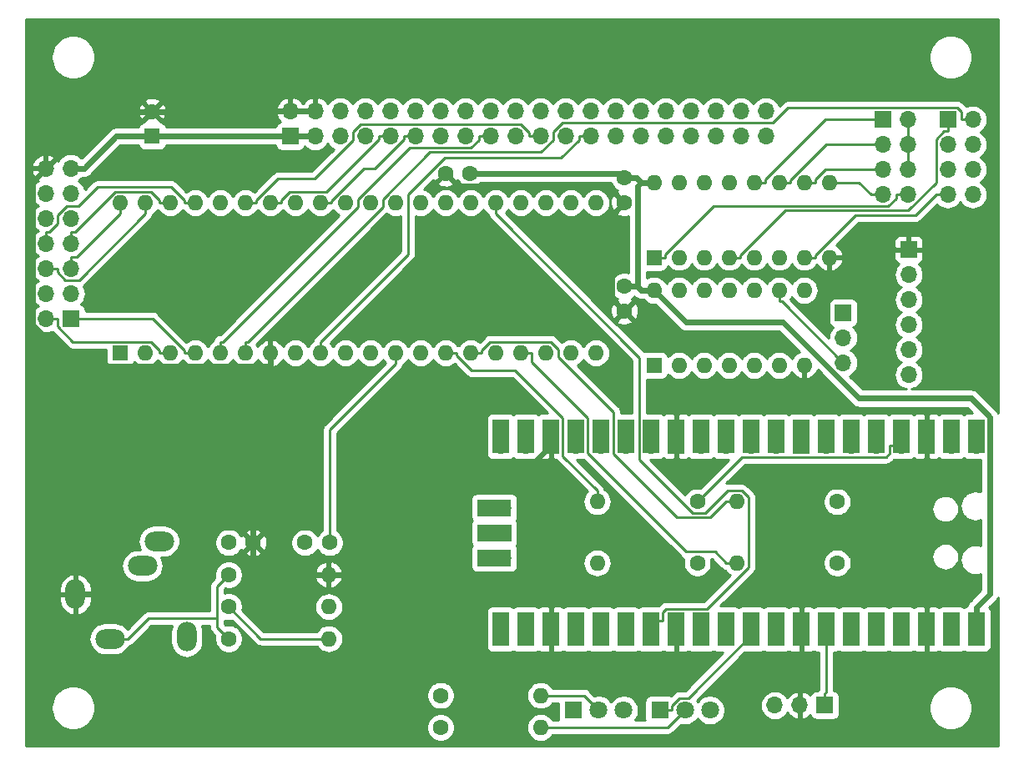
<source format=gtl>
G04 #@! TF.GenerationSoftware,KiCad,Pcbnew,(5.1.4)-1*
G04 #@! TF.CreationDate,2021-08-08T15:03:38+09:00*
G04 #@! TF.ProjectId,KZ80-USBKBD,4b5a3830-2d55-4534-924b-42442e6b6963,rev?*
G04 #@! TF.SameCoordinates,Original*
G04 #@! TF.FileFunction,Copper,L1,Top*
G04 #@! TF.FilePolarity,Positive*
%FSLAX46Y46*%
G04 Gerber Fmt 4.6, Leading zero omitted, Abs format (unit mm)*
G04 Created by KiCad (PCBNEW (5.1.4)-1) date 2021-08-08 15:03:38*
%MOMM*%
%LPD*%
G04 APERTURE LIST*
%ADD10O,1.600000X1.600000*%
%ADD11C,1.600000*%
%ADD12R,1.600000X1.600000*%
%ADD13O,1.700000X1.700000*%
%ADD14R,3.500000X1.700000*%
%ADD15R,1.700000X1.700000*%
%ADD16R,1.700000X3.500000*%
%ADD17O,3.000000X2.000000*%
%ADD18O,2.000000X3.000000*%
%ADD19C,1.800000*%
%ADD20R,1.800000X1.800000*%
%ADD21C,0.800000*%
%ADD22C,0.600000*%
%ADD23C,0.250000*%
%ADD24C,0.254000*%
G04 APERTURE END LIST*
D10*
X164840000Y-109800000D03*
D11*
X175000000Y-109800000D03*
D10*
X150640000Y-109800000D03*
D11*
X160800000Y-109800000D03*
D10*
X164840000Y-103600000D03*
D11*
X175000000Y-103600000D03*
D10*
X150640000Y-103600000D03*
D11*
X160800000Y-103600000D03*
D10*
X156400000Y-82130000D03*
X171640000Y-89750000D03*
X158940000Y-82130000D03*
X169100000Y-89750000D03*
X161480000Y-82130000D03*
X166560000Y-89750000D03*
X164020000Y-82130000D03*
X164020000Y-89750000D03*
X166560000Y-82130000D03*
X161480000Y-89750000D03*
X169100000Y-82130000D03*
X158940000Y-89750000D03*
X171640000Y-82130000D03*
D12*
X156400000Y-89750000D03*
D10*
X156400000Y-71180000D03*
X174180000Y-78800000D03*
X158940000Y-71180000D03*
X171640000Y-78800000D03*
X161480000Y-71180000D03*
X169100000Y-78800000D03*
X164020000Y-71180000D03*
X166560000Y-78800000D03*
X166560000Y-71180000D03*
X164020000Y-78800000D03*
X169100000Y-71180000D03*
X161480000Y-78800000D03*
X171640000Y-71180000D03*
X158940000Y-78800000D03*
X174180000Y-71180000D03*
D12*
X156400000Y-78800000D03*
D10*
X102250000Y-73260000D03*
X150510000Y-88500000D03*
X104790000Y-73260000D03*
X147970000Y-88500000D03*
X107330000Y-73260000D03*
X145430000Y-88500000D03*
X109870000Y-73260000D03*
X142890000Y-88500000D03*
X112410000Y-73260000D03*
X140350000Y-88500000D03*
X114950000Y-73260000D03*
X137810000Y-88500000D03*
X117490000Y-73260000D03*
X135270000Y-88500000D03*
X120030000Y-73260000D03*
X132730000Y-88500000D03*
X122570000Y-73260000D03*
X130190000Y-88500000D03*
X125110000Y-73260000D03*
X127650000Y-88500000D03*
X127650000Y-73260000D03*
X125110000Y-88500000D03*
X130190000Y-73260000D03*
X122570000Y-88500000D03*
X132730000Y-73260000D03*
X120030000Y-88500000D03*
X135270000Y-73260000D03*
X117490000Y-88500000D03*
X137810000Y-73260000D03*
X114950000Y-88500000D03*
X140350000Y-73260000D03*
X112410000Y-88500000D03*
X142890000Y-73260000D03*
X109870000Y-88500000D03*
X145430000Y-73260000D03*
X107330000Y-88500000D03*
X147970000Y-73260000D03*
X104790000Y-88500000D03*
X150510000Y-73260000D03*
D12*
X102250000Y-88500000D03*
D13*
X141100000Y-109290000D03*
D14*
X140200000Y-109290000D03*
D15*
X141100000Y-106750000D03*
D14*
X140200000Y-106750000D03*
D13*
X141100000Y-104210000D03*
D14*
X140200000Y-104210000D03*
D16*
X140870000Y-116540000D03*
X143410000Y-116540000D03*
X145950000Y-116540000D03*
X148490000Y-116540000D03*
X151030000Y-116540000D03*
X153570000Y-116540000D03*
X156110000Y-116540000D03*
X158650000Y-116540000D03*
X161190000Y-116540000D03*
X163730000Y-116540000D03*
X166270000Y-116540000D03*
X168810000Y-116540000D03*
X171350000Y-116540000D03*
X173890000Y-116540000D03*
X176430000Y-116540000D03*
X178970000Y-116540000D03*
X181510000Y-116540000D03*
X184050000Y-116540000D03*
X186590000Y-116540000D03*
X189130000Y-116540000D03*
X140870000Y-96960000D03*
X143410000Y-96960000D03*
X145950000Y-96960000D03*
X148490000Y-96960000D03*
X151030000Y-96960000D03*
X153570000Y-96960000D03*
X156110000Y-96960000D03*
X158650000Y-96960000D03*
X161190000Y-96960000D03*
X163730000Y-96960000D03*
X166270000Y-96960000D03*
X168810000Y-96960000D03*
X171350000Y-96960000D03*
X173890000Y-96960000D03*
X176430000Y-96960000D03*
X178970000Y-96960000D03*
X181510000Y-96960000D03*
X184050000Y-96960000D03*
X186590000Y-96960000D03*
X189130000Y-96960000D03*
D13*
X189130000Y-115640000D03*
X186590000Y-115640000D03*
D15*
X184050000Y-115640000D03*
D13*
X181510000Y-115640000D03*
X178970000Y-115640000D03*
X176430000Y-115640000D03*
X173890000Y-115640000D03*
D15*
X171350000Y-115640000D03*
D13*
X168810000Y-115640000D03*
X166270000Y-115640000D03*
X163730000Y-115640000D03*
X161190000Y-115640000D03*
D15*
X158650000Y-115640000D03*
D13*
X156110000Y-115640000D03*
X153570000Y-115640000D03*
X151030000Y-115640000D03*
X148490000Y-115640000D03*
D15*
X145950000Y-115640000D03*
D13*
X143410000Y-115640000D03*
X140870000Y-115640000D03*
X140870000Y-97860000D03*
X143410000Y-97860000D03*
D15*
X145950000Y-97860000D03*
D13*
X148490000Y-97860000D03*
X151030000Y-97860000D03*
X153570000Y-97860000D03*
X156110000Y-97860000D03*
D15*
X158650000Y-97860000D03*
D13*
X161190000Y-97860000D03*
X163730000Y-97860000D03*
X166270000Y-97860000D03*
X168810000Y-97860000D03*
D15*
X171350000Y-97860000D03*
D13*
X173890000Y-97860000D03*
X176430000Y-97860000D03*
X178970000Y-97860000D03*
X181510000Y-97860000D03*
D15*
X184050000Y-97860000D03*
D13*
X186590000Y-97860000D03*
X189130000Y-97860000D03*
X168670000Y-124250000D03*
X171210000Y-124250000D03*
D15*
X173750000Y-124250000D03*
D10*
X123410000Y-111000000D03*
D11*
X113250000Y-111000000D03*
D10*
X123410000Y-117500000D03*
D11*
X113250000Y-117500000D03*
D10*
X123410000Y-114250000D03*
D11*
X113250000Y-114250000D03*
D10*
X144910000Y-126500000D03*
D11*
X134750000Y-126500000D03*
D10*
X144910000Y-123250000D03*
D11*
X134750000Y-123250000D03*
D13*
X175600000Y-89500000D03*
X175600000Y-86960000D03*
D15*
X175600000Y-84420000D03*
D13*
X182140000Y-72420000D03*
X179600000Y-72420000D03*
X182140000Y-69880000D03*
X179600000Y-69880000D03*
X182140000Y-67340000D03*
X179600000Y-67340000D03*
X182140000Y-64800000D03*
D15*
X179600000Y-64800000D03*
D13*
X188740000Y-72420000D03*
X186200000Y-72420000D03*
X188740000Y-69880000D03*
X186200000Y-69880000D03*
X188740000Y-67340000D03*
X186200000Y-67340000D03*
X188740000Y-64800000D03*
D15*
X186200000Y-64800000D03*
D13*
X182250000Y-90700000D03*
X182250000Y-88160000D03*
X182250000Y-85620000D03*
X182250000Y-83080000D03*
X182250000Y-80540000D03*
D15*
X182250000Y-78000000D03*
D17*
X101200000Y-117500000D03*
D18*
X109000000Y-117300000D03*
D17*
X104500000Y-110100000D03*
X106200000Y-107600000D03*
D18*
X97700000Y-113000000D03*
D13*
X94710000Y-69760000D03*
X97250000Y-69760000D03*
X94710000Y-72300000D03*
X97250000Y-72300000D03*
X94710000Y-74840000D03*
X97250000Y-74840000D03*
X94710000Y-77380000D03*
X97250000Y-77380000D03*
X94710000Y-79920000D03*
X97250000Y-79920000D03*
X94710000Y-82460000D03*
X97250000Y-82460000D03*
X94710000Y-85000000D03*
D15*
X97250000Y-85000000D03*
D13*
X167760000Y-63960000D03*
X167760000Y-66500000D03*
X165220000Y-63960000D03*
X165220000Y-66500000D03*
X162680000Y-63960000D03*
X162680000Y-66500000D03*
X160140000Y-63960000D03*
X160140000Y-66500000D03*
X157600000Y-63960000D03*
X157600000Y-66500000D03*
X155060000Y-63960000D03*
X155060000Y-66500000D03*
X152520000Y-63960000D03*
X152520000Y-66500000D03*
X149980000Y-63960000D03*
X149980000Y-66500000D03*
X147440000Y-63960000D03*
X147440000Y-66500000D03*
X144900000Y-63960000D03*
X144900000Y-66500000D03*
X142360000Y-63960000D03*
X142360000Y-66500000D03*
X139820000Y-63960000D03*
X139820000Y-66500000D03*
X137280000Y-63960000D03*
X137280000Y-66500000D03*
X134740000Y-63960000D03*
X134740000Y-66500000D03*
X132200000Y-63960000D03*
X132200000Y-66500000D03*
X129660000Y-63960000D03*
X129660000Y-66500000D03*
X127120000Y-63960000D03*
X127120000Y-66500000D03*
X124580000Y-63960000D03*
X124580000Y-66500000D03*
X122040000Y-63960000D03*
X122040000Y-66500000D03*
X119500000Y-63960000D03*
D15*
X119500000Y-66500000D03*
D19*
X162080000Y-124750000D03*
X159540000Y-124750000D03*
D20*
X157000000Y-124750000D03*
D19*
X153330000Y-124750000D03*
X150790000Y-124750000D03*
D20*
X148250000Y-124750000D03*
D11*
X153400000Y-84250000D03*
X153400000Y-81750000D03*
X153400000Y-73250000D03*
X153400000Y-70750000D03*
X137750000Y-70250000D03*
X135250000Y-70250000D03*
X115750000Y-107750000D03*
X113250000Y-107750000D03*
X123500000Y-107750000D03*
X121000000Y-107750000D03*
X105500000Y-64000000D03*
D12*
X105500000Y-66500000D03*
D21*
X110500000Y-69000000D03*
X146500000Y-84000000D03*
X126500000Y-79500000D03*
X114000000Y-78500000D03*
D22*
X115750000Y-109375000D02*
X120484700Y-109375000D01*
X120484700Y-109375000D02*
X122109700Y-111000000D01*
X97700000Y-113000000D02*
X106188300Y-113000000D01*
X106188300Y-113000000D02*
X109813300Y-109375000D01*
X109813300Y-109375000D02*
X115750000Y-109375000D01*
X115750000Y-109375000D02*
X115750000Y-107750000D01*
X123410000Y-111000000D02*
X122109700Y-111000000D01*
X115750000Y-89852400D02*
X115750000Y-107750000D01*
X115750000Y-89852400D02*
X117437900Y-89852400D01*
X117437900Y-89852400D02*
X117490000Y-89800300D01*
X94710000Y-69760000D02*
X93328700Y-71141300D01*
X93328700Y-71141300D02*
X93328700Y-85593400D01*
X93328700Y-85593400D02*
X97587700Y-89852400D01*
X97587700Y-89852400D02*
X115750000Y-89852400D01*
X117490000Y-88500000D02*
X117490000Y-89800300D01*
X105500000Y-64000000D02*
X100470000Y-64000000D01*
X100470000Y-64000000D02*
X94710000Y-69760000D01*
X118149700Y-63960000D02*
X118109700Y-64000000D01*
X118109700Y-64000000D02*
X105500000Y-64000000D01*
X153400000Y-84250000D02*
X152096000Y-82946000D01*
X152096000Y-82946000D02*
X152096000Y-74554000D01*
X152096000Y-74554000D02*
X153400000Y-73250000D01*
X123410000Y-111000000D02*
X124710300Y-111000000D01*
X124710300Y-111000000D02*
X134606400Y-101103900D01*
X134606400Y-101103900D02*
X142706100Y-101103900D01*
X142706100Y-101103900D02*
X145950000Y-97860000D01*
X135250000Y-70250000D02*
X136580900Y-71580900D01*
X136580900Y-71580900D02*
X151730900Y-71580900D01*
X151730900Y-71580900D02*
X153400000Y-73250000D01*
X119500000Y-63960000D02*
X118149700Y-63960000D01*
X119500000Y-63960000D02*
X122040000Y-63960000D01*
X154719700Y-81750000D02*
X155099700Y-82130000D01*
X153400000Y-81750000D02*
X154719700Y-81750000D01*
X154719700Y-81750000D02*
X154719700Y-71560000D01*
X154719700Y-71560000D02*
X155099700Y-71180000D01*
X153400000Y-70750000D02*
X154669700Y-70750000D01*
X154669700Y-70750000D02*
X155099700Y-71180000D01*
X137750000Y-70250000D02*
X152900000Y-70250000D01*
X152900000Y-70250000D02*
X153400000Y-70750000D01*
X156400000Y-71180000D02*
X155099700Y-71180000D01*
X189130000Y-115640000D02*
X189130000Y-114289700D01*
X189130000Y-114289700D02*
X190480400Y-112939300D01*
X190480400Y-112939300D02*
X190480400Y-95001800D01*
X190480400Y-95001800D02*
X188580300Y-93101700D01*
X188580300Y-93101700D02*
X177200700Y-93101700D01*
X177200700Y-93101700D02*
X169446400Y-85347400D01*
X169446400Y-85347400D02*
X159617400Y-85347400D01*
X159617400Y-85347400D02*
X156400000Y-82130000D01*
X97250000Y-69760000D02*
X98600300Y-69760000D01*
X105500000Y-66500000D02*
X101860300Y-66500000D01*
X101860300Y-66500000D02*
X98600300Y-69760000D01*
X119500000Y-66500000D02*
X105500000Y-66500000D01*
X122040000Y-66500000D02*
X119500000Y-66500000D01*
X156400000Y-82130000D02*
X155099700Y-82130000D01*
D23*
X130190000Y-88500000D02*
X130190000Y-89625300D01*
X123500000Y-107750000D02*
X123500000Y-96315300D01*
X123500000Y-96315300D02*
X130190000Y-89625300D01*
X113250000Y-114250000D02*
X116500000Y-117500000D01*
X116500000Y-117500000D02*
X123410000Y-117500000D01*
X150790000Y-124750000D02*
X149290000Y-123250000D01*
X149290000Y-123250000D02*
X144910000Y-123250000D01*
X159540000Y-124750000D02*
X157790000Y-126500000D01*
X157790000Y-126500000D02*
X144910000Y-126500000D01*
X157000000Y-124750000D02*
X158225300Y-124750000D01*
X158225300Y-124750000D02*
X158225300Y-124290400D01*
X158225300Y-124290400D02*
X158991000Y-123524700D01*
X158991000Y-123524700D02*
X159882700Y-123524700D01*
X159882700Y-123524700D02*
X166270000Y-117137400D01*
X166270000Y-117137400D02*
X166270000Y-115640000D01*
X169100000Y-82130000D02*
X169100000Y-83255300D01*
X169100000Y-83255300D02*
X169355300Y-83255300D01*
X169355300Y-83255300D02*
X175600000Y-89500000D01*
X122570000Y-88500000D02*
X122570000Y-87374700D01*
X149980000Y-66500000D02*
X148804700Y-66500000D01*
X148804700Y-66500000D02*
X148804700Y-66867300D01*
X148804700Y-66867300D02*
X146953500Y-68718500D01*
X146953500Y-68718500D02*
X135166700Y-68718500D01*
X135166700Y-68718500D02*
X131460000Y-72425200D01*
X131460000Y-72425200D02*
X131460000Y-78484700D01*
X131460000Y-78484700D02*
X122570000Y-87374700D01*
X114950000Y-73260000D02*
X116075300Y-73260000D01*
X144900000Y-66500000D02*
X143724700Y-66500000D01*
X143724700Y-66500000D02*
X143724700Y-66132700D01*
X143724700Y-66132700D02*
X142916600Y-65324600D01*
X142916600Y-65324600D02*
X126594400Y-65324600D01*
X126594400Y-65324600D02*
X125850000Y-66069000D01*
X125850000Y-66069000D02*
X125850000Y-66922900D01*
X125850000Y-66922900D02*
X121956600Y-70816300D01*
X121956600Y-70816300D02*
X118237700Y-70816300D01*
X118237700Y-70816300D02*
X116075300Y-72978700D01*
X116075300Y-72978700D02*
X116075300Y-73260000D01*
X112410000Y-88500000D02*
X112410000Y-87374700D01*
X139820000Y-66500000D02*
X138644700Y-66500000D01*
X138644700Y-66500000D02*
X138644700Y-66867400D01*
X138644700Y-66867400D02*
X137836800Y-67675300D01*
X137836800Y-67675300D02*
X131643100Y-67675300D01*
X131643100Y-67675300D02*
X126380000Y-72938400D01*
X126380000Y-72938400D02*
X126380000Y-73686000D01*
X126380000Y-73686000D02*
X112691300Y-87374700D01*
X112691300Y-87374700D02*
X112410000Y-87374700D01*
X122570000Y-73260000D02*
X123695300Y-73260000D01*
X132200000Y-66500000D02*
X131024700Y-66500000D01*
X131024700Y-66500000D02*
X131024700Y-66844400D01*
X131024700Y-66844400D02*
X128052100Y-69817000D01*
X128052100Y-69817000D02*
X126945500Y-69817000D01*
X126945500Y-69817000D02*
X123695300Y-73067200D01*
X123695300Y-73067200D02*
X123695300Y-73260000D01*
X117490000Y-73260000D02*
X118615300Y-73260000D01*
X129660000Y-66500000D02*
X128484700Y-66500000D01*
X128484700Y-66500000D02*
X128484700Y-66854200D01*
X128484700Y-66854200D02*
X123204200Y-72134700D01*
X123204200Y-72134700D02*
X119459200Y-72134700D01*
X119459200Y-72134700D02*
X118615300Y-72978600D01*
X118615300Y-72978600D02*
X118615300Y-73260000D01*
X109870000Y-73260000D02*
X108744700Y-73260000D01*
X94710000Y-77380000D02*
X94710000Y-76204700D01*
X94710000Y-76204700D02*
X95077400Y-76204700D01*
X95077400Y-76204700D02*
X95885300Y-75396800D01*
X95885300Y-75396800D02*
X95885300Y-74503700D01*
X95885300Y-74503700D02*
X96819000Y-73570000D01*
X96819000Y-73570000D02*
X98053300Y-73570000D01*
X98053300Y-73570000D02*
X99959800Y-71663500D01*
X99959800Y-71663500D02*
X107429500Y-71663500D01*
X107429500Y-71663500D02*
X108744700Y-72978700D01*
X108744700Y-72978700D02*
X108744700Y-73260000D01*
X107330000Y-73260000D02*
X106204700Y-73260000D01*
X97250000Y-77380000D02*
X97250000Y-76204700D01*
X97250000Y-76204700D02*
X97652600Y-76204700D01*
X97652600Y-76204700D02*
X101722600Y-72134700D01*
X101722600Y-72134700D02*
X105360800Y-72134700D01*
X105360800Y-72134700D02*
X106204700Y-72978600D01*
X106204700Y-72978600D02*
X106204700Y-73260000D01*
X104790000Y-73260000D02*
X104790000Y-74385300D01*
X94710000Y-79920000D02*
X95885300Y-79920000D01*
X95885300Y-79920000D02*
X95885300Y-80287300D01*
X95885300Y-80287300D02*
X96702900Y-81104900D01*
X96702900Y-81104900D02*
X98070400Y-81104900D01*
X98070400Y-81104900D02*
X104790000Y-74385300D01*
X102250000Y-73260000D02*
X102250000Y-74385300D01*
X97250000Y-79920000D02*
X97250000Y-78744700D01*
X97250000Y-78744700D02*
X97890600Y-78744700D01*
X97890600Y-78744700D02*
X102250000Y-74385300D01*
X107330000Y-88500000D02*
X106204700Y-88500000D01*
X94710000Y-85000000D02*
X95885300Y-85000000D01*
X95885300Y-85000000D02*
X95885300Y-85808100D01*
X95885300Y-85808100D02*
X97451900Y-87374700D01*
X97451900Y-87374700D02*
X105360800Y-87374700D01*
X105360800Y-87374700D02*
X106204700Y-88218600D01*
X106204700Y-88218600D02*
X106204700Y-88500000D01*
X109870000Y-88500000D02*
X108744700Y-88500000D01*
X97250000Y-85000000D02*
X105526000Y-85000000D01*
X105526000Y-85000000D02*
X108744700Y-88218700D01*
X108744700Y-88218700D02*
X108744700Y-88500000D01*
X112080900Y-115435100D02*
X112080900Y-112169100D01*
X112080900Y-112169100D02*
X113250000Y-111000000D01*
X113250000Y-117500000D02*
X112080900Y-116330900D01*
X112080900Y-116330900D02*
X112080900Y-115435100D01*
X103025300Y-117500000D02*
X105090200Y-115435100D01*
X105090200Y-115435100D02*
X112080900Y-115435100D01*
X101200000Y-117500000D02*
X103025300Y-117500000D01*
X187564700Y-64800000D02*
X187564700Y-63992000D01*
X187564700Y-63992000D02*
X187193800Y-63621100D01*
X187193800Y-63621100D02*
X169999100Y-63621100D01*
X169999100Y-63621100D02*
X168484900Y-65135300D01*
X168484900Y-65135300D02*
X147103700Y-65135300D01*
X147103700Y-65135300D02*
X146170000Y-66069000D01*
X146170000Y-66069000D02*
X146170000Y-66892200D01*
X146170000Y-66892200D02*
X144936100Y-68126100D01*
X144936100Y-68126100D02*
X133667100Y-68126100D01*
X133667100Y-68126100D02*
X128920000Y-72873200D01*
X128920000Y-72873200D02*
X128920000Y-73686000D01*
X128920000Y-73686000D02*
X115231300Y-87374700D01*
X115231300Y-87374700D02*
X114950000Y-87374700D01*
X114950000Y-88500000D02*
X114950000Y-87374700D01*
X188740000Y-64800000D02*
X187564700Y-64800000D01*
X172765300Y-78800000D02*
X172765300Y-78595500D01*
X172765300Y-78595500D02*
X176864900Y-74495900D01*
X176864900Y-74495900D02*
X182948800Y-74495900D01*
X182948800Y-74495900D02*
X185024700Y-72420000D01*
X171640000Y-78800000D02*
X172765300Y-78800000D01*
X186200000Y-72420000D02*
X185024700Y-72420000D01*
X165145300Y-78800000D02*
X165145300Y-78595500D01*
X165145300Y-78595500D02*
X169695200Y-74045600D01*
X169695200Y-74045600D02*
X182200600Y-74045600D01*
X182200600Y-74045600D02*
X185024700Y-71221500D01*
X185024700Y-71221500D02*
X185024700Y-66783200D01*
X185024700Y-66783200D02*
X185832600Y-65975300D01*
X185832600Y-65975300D02*
X186200000Y-65975300D01*
X164020000Y-78800000D02*
X165145300Y-78800000D01*
X186200000Y-64800000D02*
X186200000Y-65975300D01*
X156400000Y-78800000D02*
X157525300Y-78800000D01*
X182140000Y-72420000D02*
X180964700Y-72420000D01*
X180964700Y-72420000D02*
X180964700Y-72787400D01*
X180964700Y-72787400D02*
X180156800Y-73595300D01*
X180156800Y-73595300D02*
X162448700Y-73595300D01*
X162448700Y-73595300D02*
X157525300Y-78518700D01*
X157525300Y-78518700D02*
X157525300Y-78800000D01*
X182140000Y-67340000D02*
X182140000Y-69880000D01*
X182140000Y-64800000D02*
X182140000Y-67340000D01*
X179600000Y-72420000D02*
X178424700Y-72420000D01*
X178424700Y-72420000D02*
X177184700Y-71180000D01*
X177184700Y-71180000D02*
X174180000Y-71180000D01*
X171640000Y-71180000D02*
X172765300Y-71180000D01*
X179600000Y-69880000D02*
X173784000Y-69880000D01*
X173784000Y-69880000D02*
X172765300Y-70898700D01*
X172765300Y-70898700D02*
X172765300Y-71180000D01*
X170225300Y-71180000D02*
X170225300Y-70975500D01*
X170225300Y-70975500D02*
X173860800Y-67340000D01*
X173860800Y-67340000D02*
X179600000Y-67340000D01*
X169100000Y-71180000D02*
X170225300Y-71180000D01*
X167685300Y-71180000D02*
X167685300Y-70898700D01*
X167685300Y-70898700D02*
X173784000Y-64800000D01*
X173784000Y-64800000D02*
X179600000Y-64800000D01*
X166560000Y-71180000D02*
X167685300Y-71180000D01*
X173750000Y-124250000D02*
X173750000Y-123074700D01*
X173750000Y-123074700D02*
X173890000Y-122934700D01*
X173890000Y-122934700D02*
X173890000Y-115640000D01*
X140350000Y-73260000D02*
X140350000Y-74385300D01*
X156110000Y-115640000D02*
X157285300Y-115640000D01*
X157285300Y-115640000D02*
X157285300Y-114831900D01*
X157285300Y-114831900D02*
X157652500Y-114464700D01*
X157652500Y-114464700D02*
X161769700Y-114464700D01*
X161769700Y-114464700D02*
X165981600Y-110252800D01*
X165981600Y-110252800D02*
X165981600Y-103143100D01*
X165981600Y-103143100D02*
X165305500Y-102467000D01*
X165305500Y-102467000D02*
X163867900Y-102467000D01*
X163867900Y-102467000D02*
X161609600Y-104725300D01*
X161609600Y-104725300D02*
X160310600Y-104725300D01*
X160310600Y-104725300D02*
X154934600Y-99349300D01*
X154934600Y-99349300D02*
X154934600Y-88969900D01*
X154934600Y-88969900D02*
X140350000Y-74385300D01*
X164840000Y-109800000D02*
X163714700Y-109800000D01*
X142890000Y-88500000D02*
X144015300Y-88500000D01*
X144015300Y-88500000D02*
X144015300Y-89406100D01*
X144015300Y-89406100D02*
X149665400Y-95056200D01*
X149665400Y-95056200D02*
X149665400Y-98660500D01*
X149665400Y-98660500D02*
X159679600Y-108674700D01*
X159679600Y-108674700D02*
X162589400Y-108674700D01*
X162589400Y-108674700D02*
X163714700Y-109800000D01*
X138935300Y-88500000D02*
X138935300Y-88218700D01*
X138935300Y-88218700D02*
X139787500Y-87366500D01*
X139787500Y-87366500D02*
X145937200Y-87366500D01*
X145937200Y-87366500D02*
X146700000Y-88129300D01*
X146700000Y-88129300D02*
X146700000Y-88877200D01*
X146700000Y-88877200D02*
X152300000Y-94477200D01*
X152300000Y-94477200D02*
X152300000Y-98772300D01*
X152300000Y-98772300D02*
X158703300Y-105175600D01*
X158703300Y-105175600D02*
X162139100Y-105175600D01*
X162139100Y-105175600D02*
X163714700Y-103600000D01*
X164840000Y-103600000D02*
X163714700Y-103600000D01*
X137810000Y-88500000D02*
X138935300Y-88500000D01*
X136395300Y-88500000D02*
X136395300Y-88781400D01*
X136395300Y-88781400D02*
X137876100Y-90262200D01*
X137876100Y-90262200D02*
X142323700Y-90262200D01*
X142323700Y-90262200D02*
X147125300Y-95063800D01*
X147125300Y-95063800D02*
X147125300Y-98960000D01*
X147125300Y-98960000D02*
X150640000Y-102474700D01*
X150640000Y-103600000D02*
X150640000Y-102474700D01*
X135270000Y-88500000D02*
X136395300Y-88500000D01*
X181510000Y-97860000D02*
X180334700Y-97860000D01*
X180334700Y-97860000D02*
X180334700Y-98668100D01*
X180334700Y-98668100D02*
X179967500Y-99035300D01*
X179967500Y-99035300D02*
X165364700Y-99035300D01*
X165364700Y-99035300D02*
X160800000Y-103600000D01*
D24*
G36*
X191340001Y-94626532D02*
G01*
X191261586Y-94479828D01*
X191144744Y-94337456D01*
X191109064Y-94308174D01*
X189273930Y-92473041D01*
X189244644Y-92437356D01*
X189102272Y-92320514D01*
X188939840Y-92233693D01*
X188763592Y-92180229D01*
X188626232Y-92166700D01*
X188580300Y-92162176D01*
X188534368Y-92166700D01*
X182508753Y-92166700D01*
X182541111Y-92163513D01*
X182821034Y-92078599D01*
X183079014Y-91940706D01*
X183305134Y-91755134D01*
X183490706Y-91529014D01*
X183628599Y-91271034D01*
X183713513Y-90991111D01*
X183742185Y-90700000D01*
X183713513Y-90408889D01*
X183628599Y-90128966D01*
X183490706Y-89870986D01*
X183305134Y-89644866D01*
X183079014Y-89459294D01*
X183024209Y-89430000D01*
X183079014Y-89400706D01*
X183305134Y-89215134D01*
X183490706Y-88989014D01*
X183628599Y-88731034D01*
X183713513Y-88451111D01*
X183742185Y-88160000D01*
X183713513Y-87868889D01*
X183628599Y-87588966D01*
X183490706Y-87330986D01*
X183305134Y-87104866D01*
X183079014Y-86919294D01*
X183024209Y-86890000D01*
X183079014Y-86860706D01*
X183305134Y-86675134D01*
X183490706Y-86449014D01*
X183628599Y-86191034D01*
X183713513Y-85911111D01*
X183742185Y-85620000D01*
X183713513Y-85328889D01*
X183628599Y-85048966D01*
X183490706Y-84790986D01*
X183305134Y-84564866D01*
X183079014Y-84379294D01*
X183024209Y-84350000D01*
X183079014Y-84320706D01*
X183305134Y-84135134D01*
X183490706Y-83909014D01*
X183628599Y-83651034D01*
X183713513Y-83371111D01*
X183742185Y-83080000D01*
X183713513Y-82788889D01*
X183628599Y-82508966D01*
X183490706Y-82250986D01*
X183305134Y-82024866D01*
X183079014Y-81839294D01*
X183024209Y-81810000D01*
X183079014Y-81780706D01*
X183305134Y-81595134D01*
X183490706Y-81369014D01*
X183628599Y-81111034D01*
X183713513Y-80831111D01*
X183742185Y-80540000D01*
X183713513Y-80248889D01*
X183628599Y-79968966D01*
X183490706Y-79710986D01*
X183305134Y-79484866D01*
X183275313Y-79460393D01*
X183344180Y-79439502D01*
X183454494Y-79380537D01*
X183551185Y-79301185D01*
X183630537Y-79204494D01*
X183689502Y-79094180D01*
X183725812Y-78974482D01*
X183738072Y-78850000D01*
X183735000Y-78285750D01*
X183576250Y-78127000D01*
X182377000Y-78127000D01*
X182377000Y-78147000D01*
X182123000Y-78147000D01*
X182123000Y-78127000D01*
X180923750Y-78127000D01*
X180765000Y-78285750D01*
X180761928Y-78850000D01*
X180774188Y-78974482D01*
X180810498Y-79094180D01*
X180869463Y-79204494D01*
X180948815Y-79301185D01*
X181045506Y-79380537D01*
X181155820Y-79439502D01*
X181224687Y-79460393D01*
X181194866Y-79484866D01*
X181009294Y-79710986D01*
X180871401Y-79968966D01*
X180786487Y-80248889D01*
X180757815Y-80540000D01*
X180786487Y-80831111D01*
X180871401Y-81111034D01*
X181009294Y-81369014D01*
X181194866Y-81595134D01*
X181420986Y-81780706D01*
X181475791Y-81810000D01*
X181420986Y-81839294D01*
X181194866Y-82024866D01*
X181009294Y-82250986D01*
X180871401Y-82508966D01*
X180786487Y-82788889D01*
X180757815Y-83080000D01*
X180786487Y-83371111D01*
X180871401Y-83651034D01*
X181009294Y-83909014D01*
X181194866Y-84135134D01*
X181420986Y-84320706D01*
X181475791Y-84350000D01*
X181420986Y-84379294D01*
X181194866Y-84564866D01*
X181009294Y-84790986D01*
X180871401Y-85048966D01*
X180786487Y-85328889D01*
X180757815Y-85620000D01*
X180786487Y-85911111D01*
X180871401Y-86191034D01*
X181009294Y-86449014D01*
X181194866Y-86675134D01*
X181420986Y-86860706D01*
X181475791Y-86890000D01*
X181420986Y-86919294D01*
X181194866Y-87104866D01*
X181009294Y-87330986D01*
X180871401Y-87588966D01*
X180786487Y-87868889D01*
X180757815Y-88160000D01*
X180786487Y-88451111D01*
X180871401Y-88731034D01*
X181009294Y-88989014D01*
X181194866Y-89215134D01*
X181420986Y-89400706D01*
X181475791Y-89430000D01*
X181420986Y-89459294D01*
X181194866Y-89644866D01*
X181009294Y-89870986D01*
X180871401Y-90128966D01*
X180786487Y-90408889D01*
X180757815Y-90700000D01*
X180786487Y-90991111D01*
X180871401Y-91271034D01*
X181009294Y-91529014D01*
X181194866Y-91755134D01*
X181420986Y-91940706D01*
X181678966Y-92078599D01*
X181958889Y-92163513D01*
X181991247Y-92166700D01*
X177587990Y-92166700D01*
X176255005Y-90833715D01*
X176429014Y-90740706D01*
X176655134Y-90555134D01*
X176840706Y-90329014D01*
X176978599Y-90071034D01*
X177063513Y-89791111D01*
X177092185Y-89500000D01*
X177063513Y-89208889D01*
X176978599Y-88928966D01*
X176840706Y-88670986D01*
X176655134Y-88444866D01*
X176429014Y-88259294D01*
X176374209Y-88230000D01*
X176429014Y-88200706D01*
X176655134Y-88015134D01*
X176840706Y-87789014D01*
X176978599Y-87531034D01*
X177063513Y-87251111D01*
X177092185Y-86960000D01*
X177063513Y-86668889D01*
X176978599Y-86388966D01*
X176840706Y-86130986D01*
X176655134Y-85904866D01*
X176625313Y-85880393D01*
X176694180Y-85859502D01*
X176804494Y-85800537D01*
X176901185Y-85721185D01*
X176980537Y-85624494D01*
X177039502Y-85514180D01*
X177075812Y-85394482D01*
X177088072Y-85270000D01*
X177088072Y-83570000D01*
X177075812Y-83445518D01*
X177039502Y-83325820D01*
X176980537Y-83215506D01*
X176901185Y-83118815D01*
X176804494Y-83039463D01*
X176694180Y-82980498D01*
X176574482Y-82944188D01*
X176450000Y-82931928D01*
X174750000Y-82931928D01*
X174625518Y-82944188D01*
X174505820Y-82980498D01*
X174395506Y-83039463D01*
X174298815Y-83118815D01*
X174219463Y-83215506D01*
X174160498Y-83325820D01*
X174124188Y-83445518D01*
X174111928Y-83570000D01*
X174111928Y-85270000D01*
X174124188Y-85394482D01*
X174160498Y-85514180D01*
X174219463Y-85624494D01*
X174298815Y-85721185D01*
X174395506Y-85800537D01*
X174505820Y-85859502D01*
X174574687Y-85880393D01*
X174544866Y-85904866D01*
X174359294Y-86130986D01*
X174221401Y-86388966D01*
X174136487Y-86668889D01*
X174110235Y-86935432D01*
X170211923Y-83037122D01*
X170298932Y-82931101D01*
X170370000Y-82798142D01*
X170441068Y-82931101D01*
X170620392Y-83149608D01*
X170838899Y-83328932D01*
X171088192Y-83462182D01*
X171358691Y-83544236D01*
X171569508Y-83565000D01*
X171710492Y-83565000D01*
X171921309Y-83544236D01*
X172191808Y-83462182D01*
X172441101Y-83328932D01*
X172659608Y-83149608D01*
X172838932Y-82931101D01*
X172972182Y-82681808D01*
X173054236Y-82411309D01*
X173081943Y-82130000D01*
X173054236Y-81848691D01*
X172972182Y-81578192D01*
X172838932Y-81328899D01*
X172659608Y-81110392D01*
X172441101Y-80931068D01*
X172191808Y-80797818D01*
X171921309Y-80715764D01*
X171710492Y-80695000D01*
X171569508Y-80695000D01*
X171358691Y-80715764D01*
X171088192Y-80797818D01*
X170838899Y-80931068D01*
X170620392Y-81110392D01*
X170441068Y-81328899D01*
X170370000Y-81461858D01*
X170298932Y-81328899D01*
X170119608Y-81110392D01*
X169901101Y-80931068D01*
X169651808Y-80797818D01*
X169381309Y-80715764D01*
X169170492Y-80695000D01*
X169029508Y-80695000D01*
X168818691Y-80715764D01*
X168548192Y-80797818D01*
X168298899Y-80931068D01*
X168080392Y-81110392D01*
X167901068Y-81328899D01*
X167830000Y-81461858D01*
X167758932Y-81328899D01*
X167579608Y-81110392D01*
X167361101Y-80931068D01*
X167111808Y-80797818D01*
X166841309Y-80715764D01*
X166630492Y-80695000D01*
X166489508Y-80695000D01*
X166278691Y-80715764D01*
X166008192Y-80797818D01*
X165758899Y-80931068D01*
X165540392Y-81110392D01*
X165361068Y-81328899D01*
X165290000Y-81461858D01*
X165218932Y-81328899D01*
X165039608Y-81110392D01*
X164821101Y-80931068D01*
X164571808Y-80797818D01*
X164301309Y-80715764D01*
X164090492Y-80695000D01*
X163949508Y-80695000D01*
X163738691Y-80715764D01*
X163468192Y-80797818D01*
X163218899Y-80931068D01*
X163000392Y-81110392D01*
X162821068Y-81328899D01*
X162750000Y-81461858D01*
X162678932Y-81328899D01*
X162499608Y-81110392D01*
X162281101Y-80931068D01*
X162031808Y-80797818D01*
X161761309Y-80715764D01*
X161550492Y-80695000D01*
X161409508Y-80695000D01*
X161198691Y-80715764D01*
X160928192Y-80797818D01*
X160678899Y-80931068D01*
X160460392Y-81110392D01*
X160281068Y-81328899D01*
X160210000Y-81461858D01*
X160138932Y-81328899D01*
X159959608Y-81110392D01*
X159741101Y-80931068D01*
X159491808Y-80797818D01*
X159221309Y-80715764D01*
X159010492Y-80695000D01*
X158869508Y-80695000D01*
X158658691Y-80715764D01*
X158388192Y-80797818D01*
X158138899Y-80931068D01*
X157920392Y-81110392D01*
X157741068Y-81328899D01*
X157670000Y-81461858D01*
X157598932Y-81328899D01*
X157419608Y-81110392D01*
X157201101Y-80931068D01*
X156951808Y-80797818D01*
X156681309Y-80715764D01*
X156470492Y-80695000D01*
X156329508Y-80695000D01*
X156118691Y-80715764D01*
X155848192Y-80797818D01*
X155654700Y-80901242D01*
X155654700Y-80238072D01*
X157200000Y-80238072D01*
X157324482Y-80225812D01*
X157444180Y-80189502D01*
X157554494Y-80130537D01*
X157651185Y-80051185D01*
X157730537Y-79954494D01*
X157789502Y-79844180D01*
X157825812Y-79724482D01*
X157827581Y-79706518D01*
X157920392Y-79819608D01*
X158138899Y-79998932D01*
X158388192Y-80132182D01*
X158658691Y-80214236D01*
X158869508Y-80235000D01*
X159010492Y-80235000D01*
X159221309Y-80214236D01*
X159491808Y-80132182D01*
X159741101Y-79998932D01*
X159959608Y-79819608D01*
X160138932Y-79601101D01*
X160210000Y-79468142D01*
X160281068Y-79601101D01*
X160460392Y-79819608D01*
X160678899Y-79998932D01*
X160928192Y-80132182D01*
X161198691Y-80214236D01*
X161409508Y-80235000D01*
X161550492Y-80235000D01*
X161761309Y-80214236D01*
X162031808Y-80132182D01*
X162281101Y-79998932D01*
X162499608Y-79819608D01*
X162678932Y-79601101D01*
X162750000Y-79468142D01*
X162821068Y-79601101D01*
X163000392Y-79819608D01*
X163218899Y-79998932D01*
X163468192Y-80132182D01*
X163738691Y-80214236D01*
X163949508Y-80235000D01*
X164090492Y-80235000D01*
X164301309Y-80214236D01*
X164571808Y-80132182D01*
X164821101Y-79998932D01*
X165039608Y-79819608D01*
X165218932Y-79601101D01*
X165244139Y-79553942D01*
X165294286Y-79549003D01*
X165327789Y-79538840D01*
X165361068Y-79601101D01*
X165540392Y-79819608D01*
X165758899Y-79998932D01*
X166008192Y-80132182D01*
X166278691Y-80214236D01*
X166489508Y-80235000D01*
X166630492Y-80235000D01*
X166841309Y-80214236D01*
X167111808Y-80132182D01*
X167361101Y-79998932D01*
X167579608Y-79819608D01*
X167758932Y-79601101D01*
X167830000Y-79468142D01*
X167901068Y-79601101D01*
X168080392Y-79819608D01*
X168298899Y-79998932D01*
X168548192Y-80132182D01*
X168818691Y-80214236D01*
X169029508Y-80235000D01*
X169170492Y-80235000D01*
X169381309Y-80214236D01*
X169651808Y-80132182D01*
X169901101Y-79998932D01*
X170119608Y-79819608D01*
X170298932Y-79601101D01*
X170370000Y-79468142D01*
X170441068Y-79601101D01*
X170620392Y-79819608D01*
X170838899Y-79998932D01*
X171088192Y-80132182D01*
X171358691Y-80214236D01*
X171569508Y-80235000D01*
X171710492Y-80235000D01*
X171921309Y-80214236D01*
X172191808Y-80132182D01*
X172441101Y-79998932D01*
X172659608Y-79819608D01*
X172838932Y-79601101D01*
X172864139Y-79553942D01*
X172914286Y-79549003D01*
X172956320Y-79536252D01*
X173027615Y-79655131D01*
X173216586Y-79863519D01*
X173442580Y-80031037D01*
X173696913Y-80151246D01*
X173830961Y-80191904D01*
X174053000Y-80069915D01*
X174053000Y-78927000D01*
X174307000Y-78927000D01*
X174307000Y-80069915D01*
X174529039Y-80191904D01*
X174663087Y-80151246D01*
X174917420Y-80031037D01*
X175143414Y-79863519D01*
X175332385Y-79655131D01*
X175477070Y-79413881D01*
X175571909Y-79149040D01*
X175450624Y-78927000D01*
X174307000Y-78927000D01*
X174053000Y-78927000D01*
X174033000Y-78927000D01*
X174033000Y-78673000D01*
X174053000Y-78673000D01*
X174053000Y-78653000D01*
X174307000Y-78653000D01*
X174307000Y-78673000D01*
X175450624Y-78673000D01*
X175571909Y-78450960D01*
X175477070Y-78186119D01*
X175332385Y-77944869D01*
X175143414Y-77736481D01*
X174917420Y-77568963D01*
X174882937Y-77552665D01*
X175285602Y-77150000D01*
X180761928Y-77150000D01*
X180765000Y-77714250D01*
X180923750Y-77873000D01*
X182123000Y-77873000D01*
X182123000Y-76673750D01*
X182377000Y-76673750D01*
X182377000Y-77873000D01*
X183576250Y-77873000D01*
X183735000Y-77714250D01*
X183738072Y-77150000D01*
X183725812Y-77025518D01*
X183689502Y-76905820D01*
X183630537Y-76795506D01*
X183551185Y-76698815D01*
X183454494Y-76619463D01*
X183344180Y-76560498D01*
X183224482Y-76524188D01*
X183100000Y-76511928D01*
X182535750Y-76515000D01*
X182377000Y-76673750D01*
X182123000Y-76673750D01*
X181964250Y-76515000D01*
X181400000Y-76511928D01*
X181275518Y-76524188D01*
X181155820Y-76560498D01*
X181045506Y-76619463D01*
X180948815Y-76698815D01*
X180869463Y-76795506D01*
X180810498Y-76905820D01*
X180774188Y-77025518D01*
X180761928Y-77150000D01*
X175285602Y-77150000D01*
X177179702Y-75255900D01*
X182911478Y-75255900D01*
X182948800Y-75259576D01*
X182986122Y-75255900D01*
X182986133Y-75255900D01*
X183097786Y-75244903D01*
X183241047Y-75201446D01*
X183373076Y-75130874D01*
X183488801Y-75035901D01*
X183512604Y-75006897D01*
X185099566Y-73419936D01*
X185144866Y-73475134D01*
X185370986Y-73660706D01*
X185628966Y-73798599D01*
X185908889Y-73883513D01*
X186127050Y-73905000D01*
X186272950Y-73905000D01*
X186491111Y-73883513D01*
X186771034Y-73798599D01*
X187029014Y-73660706D01*
X187255134Y-73475134D01*
X187440706Y-73249014D01*
X187470000Y-73194209D01*
X187499294Y-73249014D01*
X187684866Y-73475134D01*
X187910986Y-73660706D01*
X188168966Y-73798599D01*
X188448889Y-73883513D01*
X188667050Y-73905000D01*
X188812950Y-73905000D01*
X189031111Y-73883513D01*
X189311034Y-73798599D01*
X189569014Y-73660706D01*
X189795134Y-73475134D01*
X189980706Y-73249014D01*
X190118599Y-72991034D01*
X190203513Y-72711111D01*
X190232185Y-72420000D01*
X190203513Y-72128889D01*
X190118599Y-71848966D01*
X189980706Y-71590986D01*
X189795134Y-71364866D01*
X189569014Y-71179294D01*
X189514209Y-71150000D01*
X189569014Y-71120706D01*
X189795134Y-70935134D01*
X189980706Y-70709014D01*
X190118599Y-70451034D01*
X190203513Y-70171111D01*
X190232185Y-69880000D01*
X190203513Y-69588889D01*
X190118599Y-69308966D01*
X189980706Y-69050986D01*
X189795134Y-68824866D01*
X189569014Y-68639294D01*
X189514209Y-68610000D01*
X189569014Y-68580706D01*
X189795134Y-68395134D01*
X189980706Y-68169014D01*
X190118599Y-67911034D01*
X190203513Y-67631111D01*
X190232185Y-67340000D01*
X190203513Y-67048889D01*
X190118599Y-66768966D01*
X189980706Y-66510986D01*
X189795134Y-66284866D01*
X189569014Y-66099294D01*
X189514209Y-66070000D01*
X189569014Y-66040706D01*
X189795134Y-65855134D01*
X189980706Y-65629014D01*
X190118599Y-65371034D01*
X190203513Y-65091111D01*
X190232185Y-64800000D01*
X190203513Y-64508889D01*
X190118599Y-64228966D01*
X189980706Y-63970986D01*
X189795134Y-63744866D01*
X189569014Y-63559294D01*
X189311034Y-63421401D01*
X189031111Y-63336487D01*
X188812950Y-63315000D01*
X188667050Y-63315000D01*
X188448889Y-63336487D01*
X188168966Y-63421401D01*
X188106841Y-63454607D01*
X188104701Y-63451999D01*
X188075697Y-63428196D01*
X187757604Y-63110103D01*
X187733801Y-63081099D01*
X187618076Y-62986126D01*
X187486047Y-62915554D01*
X187342786Y-62872097D01*
X187231133Y-62861100D01*
X187231122Y-62861100D01*
X187193800Y-62857424D01*
X187156478Y-62861100D01*
X170036422Y-62861100D01*
X169999099Y-62857424D01*
X169961776Y-62861100D01*
X169961767Y-62861100D01*
X169850114Y-62872097D01*
X169706853Y-62915554D01*
X169574824Y-62986126D01*
X169459099Y-63081099D01*
X169435301Y-63110097D01*
X169142750Y-63402649D01*
X169138599Y-63388966D01*
X169000706Y-63130986D01*
X168815134Y-62904866D01*
X168589014Y-62719294D01*
X168331034Y-62581401D01*
X168051111Y-62496487D01*
X167832950Y-62475000D01*
X167687050Y-62475000D01*
X167468889Y-62496487D01*
X167188966Y-62581401D01*
X166930986Y-62719294D01*
X166704866Y-62904866D01*
X166519294Y-63130986D01*
X166490000Y-63185791D01*
X166460706Y-63130986D01*
X166275134Y-62904866D01*
X166049014Y-62719294D01*
X165791034Y-62581401D01*
X165511111Y-62496487D01*
X165292950Y-62475000D01*
X165147050Y-62475000D01*
X164928889Y-62496487D01*
X164648966Y-62581401D01*
X164390986Y-62719294D01*
X164164866Y-62904866D01*
X163979294Y-63130986D01*
X163950000Y-63185791D01*
X163920706Y-63130986D01*
X163735134Y-62904866D01*
X163509014Y-62719294D01*
X163251034Y-62581401D01*
X162971111Y-62496487D01*
X162752950Y-62475000D01*
X162607050Y-62475000D01*
X162388889Y-62496487D01*
X162108966Y-62581401D01*
X161850986Y-62719294D01*
X161624866Y-62904866D01*
X161439294Y-63130986D01*
X161410000Y-63185791D01*
X161380706Y-63130986D01*
X161195134Y-62904866D01*
X160969014Y-62719294D01*
X160711034Y-62581401D01*
X160431111Y-62496487D01*
X160212950Y-62475000D01*
X160067050Y-62475000D01*
X159848889Y-62496487D01*
X159568966Y-62581401D01*
X159310986Y-62719294D01*
X159084866Y-62904866D01*
X158899294Y-63130986D01*
X158870000Y-63185791D01*
X158840706Y-63130986D01*
X158655134Y-62904866D01*
X158429014Y-62719294D01*
X158171034Y-62581401D01*
X157891111Y-62496487D01*
X157672950Y-62475000D01*
X157527050Y-62475000D01*
X157308889Y-62496487D01*
X157028966Y-62581401D01*
X156770986Y-62719294D01*
X156544866Y-62904866D01*
X156359294Y-63130986D01*
X156330000Y-63185791D01*
X156300706Y-63130986D01*
X156115134Y-62904866D01*
X155889014Y-62719294D01*
X155631034Y-62581401D01*
X155351111Y-62496487D01*
X155132950Y-62475000D01*
X154987050Y-62475000D01*
X154768889Y-62496487D01*
X154488966Y-62581401D01*
X154230986Y-62719294D01*
X154004866Y-62904866D01*
X153819294Y-63130986D01*
X153790000Y-63185791D01*
X153760706Y-63130986D01*
X153575134Y-62904866D01*
X153349014Y-62719294D01*
X153091034Y-62581401D01*
X152811111Y-62496487D01*
X152592950Y-62475000D01*
X152447050Y-62475000D01*
X152228889Y-62496487D01*
X151948966Y-62581401D01*
X151690986Y-62719294D01*
X151464866Y-62904866D01*
X151279294Y-63130986D01*
X151250000Y-63185791D01*
X151220706Y-63130986D01*
X151035134Y-62904866D01*
X150809014Y-62719294D01*
X150551034Y-62581401D01*
X150271111Y-62496487D01*
X150052950Y-62475000D01*
X149907050Y-62475000D01*
X149688889Y-62496487D01*
X149408966Y-62581401D01*
X149150986Y-62719294D01*
X148924866Y-62904866D01*
X148739294Y-63130986D01*
X148710000Y-63185791D01*
X148680706Y-63130986D01*
X148495134Y-62904866D01*
X148269014Y-62719294D01*
X148011034Y-62581401D01*
X147731111Y-62496487D01*
X147512950Y-62475000D01*
X147367050Y-62475000D01*
X147148889Y-62496487D01*
X146868966Y-62581401D01*
X146610986Y-62719294D01*
X146384866Y-62904866D01*
X146199294Y-63130986D01*
X146170000Y-63185791D01*
X146140706Y-63130986D01*
X145955134Y-62904866D01*
X145729014Y-62719294D01*
X145471034Y-62581401D01*
X145191111Y-62496487D01*
X144972950Y-62475000D01*
X144827050Y-62475000D01*
X144608889Y-62496487D01*
X144328966Y-62581401D01*
X144070986Y-62719294D01*
X143844866Y-62904866D01*
X143659294Y-63130986D01*
X143630000Y-63185791D01*
X143600706Y-63130986D01*
X143415134Y-62904866D01*
X143189014Y-62719294D01*
X142931034Y-62581401D01*
X142651111Y-62496487D01*
X142432950Y-62475000D01*
X142287050Y-62475000D01*
X142068889Y-62496487D01*
X141788966Y-62581401D01*
X141530986Y-62719294D01*
X141304866Y-62904866D01*
X141119294Y-63130986D01*
X141090000Y-63185791D01*
X141060706Y-63130986D01*
X140875134Y-62904866D01*
X140649014Y-62719294D01*
X140391034Y-62581401D01*
X140111111Y-62496487D01*
X139892950Y-62475000D01*
X139747050Y-62475000D01*
X139528889Y-62496487D01*
X139248966Y-62581401D01*
X138990986Y-62719294D01*
X138764866Y-62904866D01*
X138579294Y-63130986D01*
X138550000Y-63185791D01*
X138520706Y-63130986D01*
X138335134Y-62904866D01*
X138109014Y-62719294D01*
X137851034Y-62581401D01*
X137571111Y-62496487D01*
X137352950Y-62475000D01*
X137207050Y-62475000D01*
X136988889Y-62496487D01*
X136708966Y-62581401D01*
X136450986Y-62719294D01*
X136224866Y-62904866D01*
X136039294Y-63130986D01*
X136010000Y-63185791D01*
X135980706Y-63130986D01*
X135795134Y-62904866D01*
X135569014Y-62719294D01*
X135311034Y-62581401D01*
X135031111Y-62496487D01*
X134812950Y-62475000D01*
X134667050Y-62475000D01*
X134448889Y-62496487D01*
X134168966Y-62581401D01*
X133910986Y-62719294D01*
X133684866Y-62904866D01*
X133499294Y-63130986D01*
X133470000Y-63185791D01*
X133440706Y-63130986D01*
X133255134Y-62904866D01*
X133029014Y-62719294D01*
X132771034Y-62581401D01*
X132491111Y-62496487D01*
X132272950Y-62475000D01*
X132127050Y-62475000D01*
X131908889Y-62496487D01*
X131628966Y-62581401D01*
X131370986Y-62719294D01*
X131144866Y-62904866D01*
X130959294Y-63130986D01*
X130930000Y-63185791D01*
X130900706Y-63130986D01*
X130715134Y-62904866D01*
X130489014Y-62719294D01*
X130231034Y-62581401D01*
X129951111Y-62496487D01*
X129732950Y-62475000D01*
X129587050Y-62475000D01*
X129368889Y-62496487D01*
X129088966Y-62581401D01*
X128830986Y-62719294D01*
X128604866Y-62904866D01*
X128419294Y-63130986D01*
X128390000Y-63185791D01*
X128360706Y-63130986D01*
X128175134Y-62904866D01*
X127949014Y-62719294D01*
X127691034Y-62581401D01*
X127411111Y-62496487D01*
X127192950Y-62475000D01*
X127047050Y-62475000D01*
X126828889Y-62496487D01*
X126548966Y-62581401D01*
X126290986Y-62719294D01*
X126064866Y-62904866D01*
X125879294Y-63130986D01*
X125850000Y-63185791D01*
X125820706Y-63130986D01*
X125635134Y-62904866D01*
X125409014Y-62719294D01*
X125151034Y-62581401D01*
X124871111Y-62496487D01*
X124652950Y-62475000D01*
X124507050Y-62475000D01*
X124288889Y-62496487D01*
X124008966Y-62581401D01*
X123750986Y-62719294D01*
X123524866Y-62904866D01*
X123339294Y-63130986D01*
X123304799Y-63195523D01*
X123235178Y-63078645D01*
X123040269Y-62862412D01*
X122806920Y-62688359D01*
X122544099Y-62563175D01*
X122396890Y-62518524D01*
X122167000Y-62639845D01*
X122167000Y-63833000D01*
X122187000Y-63833000D01*
X122187000Y-64087000D01*
X122167000Y-64087000D01*
X122167000Y-64107000D01*
X121913000Y-64107000D01*
X121913000Y-64087000D01*
X119627000Y-64087000D01*
X119627000Y-64107000D01*
X119373000Y-64107000D01*
X119373000Y-64087000D01*
X118179186Y-64087000D01*
X118058519Y-64316891D01*
X118155843Y-64591252D01*
X118304822Y-64841355D01*
X118481626Y-65037502D01*
X118405820Y-65060498D01*
X118295506Y-65119463D01*
X118198815Y-65198815D01*
X118119463Y-65295506D01*
X118060498Y-65405820D01*
X118024188Y-65525518D01*
X118020299Y-65565000D01*
X106922621Y-65565000D01*
X106889502Y-65455820D01*
X106830537Y-65345506D01*
X106751185Y-65248815D01*
X106654494Y-65169463D01*
X106544180Y-65110498D01*
X106424482Y-65074188D01*
X106300000Y-65061928D01*
X106292785Y-65061928D01*
X106313097Y-64992702D01*
X105500000Y-64179605D01*
X104686903Y-64992702D01*
X104707215Y-65061928D01*
X104700000Y-65061928D01*
X104575518Y-65074188D01*
X104455820Y-65110498D01*
X104345506Y-65169463D01*
X104248815Y-65248815D01*
X104169463Y-65345506D01*
X104110498Y-65455820D01*
X104077379Y-65565000D01*
X101906231Y-65565000D01*
X101860299Y-65560476D01*
X101677007Y-65578529D01*
X101623543Y-65594747D01*
X101500760Y-65631993D01*
X101338328Y-65718814D01*
X101195956Y-65835656D01*
X101166674Y-65871336D01*
X98317760Y-68720251D01*
X98305134Y-68704866D01*
X98079014Y-68519294D01*
X97821034Y-68381401D01*
X97541111Y-68296487D01*
X97322950Y-68275000D01*
X97177050Y-68275000D01*
X96958889Y-68296487D01*
X96678966Y-68381401D01*
X96420986Y-68519294D01*
X96194866Y-68704866D01*
X96009294Y-68930986D01*
X95978416Y-68988756D01*
X95807588Y-68759731D01*
X95591355Y-68564822D01*
X95341252Y-68415843D01*
X95066891Y-68318519D01*
X94837000Y-68439186D01*
X94837000Y-69633000D01*
X94857000Y-69633000D01*
X94857000Y-69887000D01*
X94837000Y-69887000D01*
X94837000Y-69907000D01*
X94583000Y-69907000D01*
X94583000Y-69887000D01*
X93389845Y-69887000D01*
X93268524Y-70116890D01*
X93313175Y-70264099D01*
X93438359Y-70526920D01*
X93612412Y-70760269D01*
X93828645Y-70955178D01*
X93945523Y-71024799D01*
X93880986Y-71059294D01*
X93654866Y-71244866D01*
X93469294Y-71470986D01*
X93331401Y-71728966D01*
X93246487Y-72008889D01*
X93217815Y-72300000D01*
X93246487Y-72591111D01*
X93331401Y-72871034D01*
X93469294Y-73129014D01*
X93654866Y-73355134D01*
X93880986Y-73540706D01*
X93935791Y-73570000D01*
X93880986Y-73599294D01*
X93654866Y-73784866D01*
X93469294Y-74010986D01*
X93331401Y-74268966D01*
X93246487Y-74548889D01*
X93217815Y-74840000D01*
X93246487Y-75131111D01*
X93331401Y-75411034D01*
X93469294Y-75669014D01*
X93654866Y-75895134D01*
X93880986Y-76080706D01*
X93935791Y-76110000D01*
X93880986Y-76139294D01*
X93654866Y-76324866D01*
X93469294Y-76550986D01*
X93331401Y-76808966D01*
X93246487Y-77088889D01*
X93217815Y-77380000D01*
X93246487Y-77671111D01*
X93331401Y-77951034D01*
X93469294Y-78209014D01*
X93654866Y-78435134D01*
X93880986Y-78620706D01*
X93935791Y-78650000D01*
X93880986Y-78679294D01*
X93654866Y-78864866D01*
X93469294Y-79090986D01*
X93331401Y-79348966D01*
X93246487Y-79628889D01*
X93217815Y-79920000D01*
X93246487Y-80211111D01*
X93331401Y-80491034D01*
X93469294Y-80749014D01*
X93654866Y-80975134D01*
X93880986Y-81160706D01*
X93935791Y-81190000D01*
X93880986Y-81219294D01*
X93654866Y-81404866D01*
X93469294Y-81630986D01*
X93331401Y-81888966D01*
X93246487Y-82168889D01*
X93217815Y-82460000D01*
X93246487Y-82751111D01*
X93331401Y-83031034D01*
X93469294Y-83289014D01*
X93654866Y-83515134D01*
X93880986Y-83700706D01*
X93935791Y-83730000D01*
X93880986Y-83759294D01*
X93654866Y-83944866D01*
X93469294Y-84170986D01*
X93331401Y-84428966D01*
X93246487Y-84708889D01*
X93217815Y-85000000D01*
X93246487Y-85291111D01*
X93331401Y-85571034D01*
X93469294Y-85829014D01*
X93654866Y-86055134D01*
X93880986Y-86240706D01*
X94138966Y-86378599D01*
X94418889Y-86463513D01*
X94637050Y-86485000D01*
X94782950Y-86485000D01*
X95001111Y-86463513D01*
X95281034Y-86378599D01*
X95343102Y-86345423D01*
X95345300Y-86348101D01*
X95374298Y-86371899D01*
X96888100Y-87885702D01*
X96911899Y-87914701D01*
X96940897Y-87938499D01*
X97027623Y-88009674D01*
X97139762Y-88069614D01*
X97159653Y-88080246D01*
X97302914Y-88123703D01*
X97414567Y-88134700D01*
X97414577Y-88134700D01*
X97451900Y-88138376D01*
X97489223Y-88134700D01*
X100811928Y-88134700D01*
X100811928Y-89300000D01*
X100824188Y-89424482D01*
X100860498Y-89544180D01*
X100919463Y-89654494D01*
X100998815Y-89751185D01*
X101095506Y-89830537D01*
X101205820Y-89889502D01*
X101325518Y-89925812D01*
X101450000Y-89938072D01*
X103050000Y-89938072D01*
X103174482Y-89925812D01*
X103294180Y-89889502D01*
X103404494Y-89830537D01*
X103501185Y-89751185D01*
X103580537Y-89654494D01*
X103639502Y-89544180D01*
X103675812Y-89424482D01*
X103677581Y-89406518D01*
X103770392Y-89519608D01*
X103988899Y-89698932D01*
X104238192Y-89832182D01*
X104508691Y-89914236D01*
X104719508Y-89935000D01*
X104860492Y-89935000D01*
X105071309Y-89914236D01*
X105341808Y-89832182D01*
X105591101Y-89698932D01*
X105809608Y-89519608D01*
X105988932Y-89301101D01*
X106022211Y-89238840D01*
X106055714Y-89249003D01*
X106105861Y-89253942D01*
X106131068Y-89301101D01*
X106310392Y-89519608D01*
X106528899Y-89698932D01*
X106778192Y-89832182D01*
X107048691Y-89914236D01*
X107259508Y-89935000D01*
X107400492Y-89935000D01*
X107611309Y-89914236D01*
X107881808Y-89832182D01*
X108131101Y-89698932D01*
X108349608Y-89519608D01*
X108528932Y-89301101D01*
X108562211Y-89238840D01*
X108595714Y-89249003D01*
X108645861Y-89253942D01*
X108671068Y-89301101D01*
X108850392Y-89519608D01*
X109068899Y-89698932D01*
X109318192Y-89832182D01*
X109588691Y-89914236D01*
X109799508Y-89935000D01*
X109940492Y-89935000D01*
X110151309Y-89914236D01*
X110421808Y-89832182D01*
X110671101Y-89698932D01*
X110889608Y-89519608D01*
X111068932Y-89301101D01*
X111140000Y-89168142D01*
X111211068Y-89301101D01*
X111390392Y-89519608D01*
X111608899Y-89698932D01*
X111858192Y-89832182D01*
X112128691Y-89914236D01*
X112339508Y-89935000D01*
X112480492Y-89935000D01*
X112691309Y-89914236D01*
X112961808Y-89832182D01*
X113211101Y-89698932D01*
X113429608Y-89519608D01*
X113608932Y-89301101D01*
X113680000Y-89168142D01*
X113751068Y-89301101D01*
X113930392Y-89519608D01*
X114148899Y-89698932D01*
X114398192Y-89832182D01*
X114668691Y-89914236D01*
X114879508Y-89935000D01*
X115020492Y-89935000D01*
X115231309Y-89914236D01*
X115501808Y-89832182D01*
X115751101Y-89698932D01*
X115969608Y-89519608D01*
X116148932Y-89301101D01*
X116222579Y-89163318D01*
X116337615Y-89355131D01*
X116526586Y-89563519D01*
X116752580Y-89731037D01*
X117006913Y-89851246D01*
X117140961Y-89891904D01*
X117363000Y-89769915D01*
X117363000Y-88627000D01*
X117343000Y-88627000D01*
X117343000Y-88373000D01*
X117363000Y-88373000D01*
X117363000Y-87230085D01*
X117140961Y-87108096D01*
X117006913Y-87148754D01*
X116752580Y-87268963D01*
X116526586Y-87436481D01*
X116337615Y-87644869D01*
X116222579Y-87836682D01*
X116148932Y-87698899D01*
X116073643Y-87607158D01*
X129297159Y-74383643D01*
X129388899Y-74458932D01*
X129638192Y-74592182D01*
X129908691Y-74674236D01*
X130119508Y-74695000D01*
X130260492Y-74695000D01*
X130471309Y-74674236D01*
X130700000Y-74604864D01*
X130700001Y-78169897D01*
X122058998Y-86810901D01*
X122030000Y-86834699D01*
X122006202Y-86863697D01*
X122006201Y-86863698D01*
X121935026Y-86950424D01*
X121864454Y-87082454D01*
X121844343Y-87148754D01*
X121820998Y-87225714D01*
X121816059Y-87275860D01*
X121768899Y-87301068D01*
X121550392Y-87480392D01*
X121371068Y-87698899D01*
X121300000Y-87831858D01*
X121228932Y-87698899D01*
X121049608Y-87480392D01*
X120831101Y-87301068D01*
X120581808Y-87167818D01*
X120311309Y-87085764D01*
X120100492Y-87065000D01*
X119959508Y-87065000D01*
X119748691Y-87085764D01*
X119478192Y-87167818D01*
X119228899Y-87301068D01*
X119010392Y-87480392D01*
X118831068Y-87698899D01*
X118757421Y-87836682D01*
X118642385Y-87644869D01*
X118453414Y-87436481D01*
X118227420Y-87268963D01*
X117973087Y-87148754D01*
X117839039Y-87108096D01*
X117617000Y-87230085D01*
X117617000Y-88373000D01*
X117637000Y-88373000D01*
X117637000Y-88627000D01*
X117617000Y-88627000D01*
X117617000Y-89769915D01*
X117839039Y-89891904D01*
X117973087Y-89851246D01*
X118227420Y-89731037D01*
X118453414Y-89563519D01*
X118642385Y-89355131D01*
X118757421Y-89163318D01*
X118831068Y-89301101D01*
X119010392Y-89519608D01*
X119228899Y-89698932D01*
X119478192Y-89832182D01*
X119748691Y-89914236D01*
X119959508Y-89935000D01*
X120100492Y-89935000D01*
X120311309Y-89914236D01*
X120581808Y-89832182D01*
X120831101Y-89698932D01*
X121049608Y-89519608D01*
X121228932Y-89301101D01*
X121300000Y-89168142D01*
X121371068Y-89301101D01*
X121550392Y-89519608D01*
X121768899Y-89698932D01*
X122018192Y-89832182D01*
X122288691Y-89914236D01*
X122499508Y-89935000D01*
X122640492Y-89935000D01*
X122851309Y-89914236D01*
X123121808Y-89832182D01*
X123371101Y-89698932D01*
X123589608Y-89519608D01*
X123768932Y-89301101D01*
X123840000Y-89168142D01*
X123911068Y-89301101D01*
X124090392Y-89519608D01*
X124308899Y-89698932D01*
X124558192Y-89832182D01*
X124828691Y-89914236D01*
X125039508Y-89935000D01*
X125180492Y-89935000D01*
X125391309Y-89914236D01*
X125661808Y-89832182D01*
X125911101Y-89698932D01*
X126129608Y-89519608D01*
X126308932Y-89301101D01*
X126380000Y-89168142D01*
X126451068Y-89301101D01*
X126630392Y-89519608D01*
X126848899Y-89698932D01*
X127098192Y-89832182D01*
X127368691Y-89914236D01*
X127579508Y-89935000D01*
X127720492Y-89935000D01*
X127931309Y-89914236D01*
X128201808Y-89832182D01*
X128451101Y-89698932D01*
X128669608Y-89519608D01*
X128848932Y-89301101D01*
X128920000Y-89168142D01*
X128991068Y-89301101D01*
X129170392Y-89519608D01*
X129198128Y-89542370D01*
X122988998Y-95751501D01*
X122960000Y-95775299D01*
X122936202Y-95804297D01*
X122936201Y-95804298D01*
X122865026Y-95891024D01*
X122794454Y-96023054D01*
X122750998Y-96166315D01*
X122736324Y-96315300D01*
X122740001Y-96352632D01*
X122740000Y-106531957D01*
X122585241Y-106635363D01*
X122385363Y-106835241D01*
X122250000Y-107037827D01*
X122114637Y-106835241D01*
X121914759Y-106635363D01*
X121679727Y-106478320D01*
X121418574Y-106370147D01*
X121141335Y-106315000D01*
X120858665Y-106315000D01*
X120581426Y-106370147D01*
X120320273Y-106478320D01*
X120085241Y-106635363D01*
X119885363Y-106835241D01*
X119728320Y-107070273D01*
X119620147Y-107331426D01*
X119565000Y-107608665D01*
X119565000Y-107891335D01*
X119620147Y-108168574D01*
X119728320Y-108429727D01*
X119885363Y-108664759D01*
X120085241Y-108864637D01*
X120320273Y-109021680D01*
X120581426Y-109129853D01*
X120858665Y-109185000D01*
X121141335Y-109185000D01*
X121418574Y-109129853D01*
X121679727Y-109021680D01*
X121914759Y-108864637D01*
X122114637Y-108664759D01*
X122250000Y-108462173D01*
X122385363Y-108664759D01*
X122585241Y-108864637D01*
X122820273Y-109021680D01*
X123081426Y-109129853D01*
X123358665Y-109185000D01*
X123641335Y-109185000D01*
X123918574Y-109129853D01*
X124179727Y-109021680D01*
X124414759Y-108864637D01*
X124614637Y-108664759D01*
X124771680Y-108429727D01*
X124879853Y-108168574D01*
X124935000Y-107891335D01*
X124935000Y-107608665D01*
X124879853Y-107331426D01*
X124771680Y-107070273D01*
X124614637Y-106835241D01*
X124414759Y-106635363D01*
X124260000Y-106531957D01*
X124260000Y-103360000D01*
X137811928Y-103360000D01*
X137811928Y-105060000D01*
X137824188Y-105184482D01*
X137860498Y-105304180D01*
X137919463Y-105414494D01*
X137973222Y-105480000D01*
X137919463Y-105545506D01*
X137860498Y-105655820D01*
X137824188Y-105775518D01*
X137811928Y-105900000D01*
X137811928Y-107600000D01*
X137824188Y-107724482D01*
X137860498Y-107844180D01*
X137919463Y-107954494D01*
X137973222Y-108020000D01*
X137919463Y-108085506D01*
X137860498Y-108195820D01*
X137824188Y-108315518D01*
X137811928Y-108440000D01*
X137811928Y-110140000D01*
X137824188Y-110264482D01*
X137860498Y-110384180D01*
X137919463Y-110494494D01*
X137998815Y-110591185D01*
X138095506Y-110670537D01*
X138205820Y-110729502D01*
X138325518Y-110765812D01*
X138450000Y-110778072D01*
X141950000Y-110778072D01*
X142074482Y-110765812D01*
X142194180Y-110729502D01*
X142304494Y-110670537D01*
X142401185Y-110591185D01*
X142480537Y-110494494D01*
X142539502Y-110384180D01*
X142575812Y-110264482D01*
X142588072Y-110140000D01*
X142588072Y-109800000D01*
X149198057Y-109800000D01*
X149225764Y-110081309D01*
X149307818Y-110351808D01*
X149441068Y-110601101D01*
X149620392Y-110819608D01*
X149838899Y-110998932D01*
X150088192Y-111132182D01*
X150358691Y-111214236D01*
X150569508Y-111235000D01*
X150710492Y-111235000D01*
X150921309Y-111214236D01*
X151191808Y-111132182D01*
X151441101Y-110998932D01*
X151659608Y-110819608D01*
X151838932Y-110601101D01*
X151972182Y-110351808D01*
X152054236Y-110081309D01*
X152081943Y-109800000D01*
X152054236Y-109518691D01*
X151972182Y-109248192D01*
X151838932Y-108998899D01*
X151659608Y-108780392D01*
X151441101Y-108601068D01*
X151191808Y-108467818D01*
X150921309Y-108385764D01*
X150710492Y-108365000D01*
X150569508Y-108365000D01*
X150358691Y-108385764D01*
X150088192Y-108467818D01*
X149838899Y-108601068D01*
X149620392Y-108780392D01*
X149441068Y-108998899D01*
X149307818Y-109248192D01*
X149225764Y-109518691D01*
X149198057Y-109800000D01*
X142588072Y-109800000D01*
X142588072Y-109331760D01*
X142592185Y-109290000D01*
X142588072Y-109248240D01*
X142588072Y-108440000D01*
X142575812Y-108315518D01*
X142539502Y-108195820D01*
X142480537Y-108085506D01*
X142426778Y-108020000D01*
X142480537Y-107954494D01*
X142539502Y-107844180D01*
X142575812Y-107724482D01*
X142588072Y-107600000D01*
X142588072Y-105900000D01*
X142575812Y-105775518D01*
X142539502Y-105655820D01*
X142480537Y-105545506D01*
X142426778Y-105480000D01*
X142480537Y-105414494D01*
X142539502Y-105304180D01*
X142575812Y-105184482D01*
X142588072Y-105060000D01*
X142588072Y-104251760D01*
X142592185Y-104210000D01*
X142588072Y-104168240D01*
X142588072Y-103360000D01*
X142575812Y-103235518D01*
X142539502Y-103115820D01*
X142480537Y-103005506D01*
X142401185Y-102908815D01*
X142304494Y-102829463D01*
X142194180Y-102770498D01*
X142074482Y-102734188D01*
X141950000Y-102721928D01*
X138450000Y-102721928D01*
X138325518Y-102734188D01*
X138205820Y-102770498D01*
X138095506Y-102829463D01*
X137998815Y-102908815D01*
X137919463Y-103005506D01*
X137860498Y-103115820D01*
X137824188Y-103235518D01*
X137811928Y-103360000D01*
X124260000Y-103360000D01*
X124260000Y-96630101D01*
X130701003Y-90189099D01*
X130730001Y-90165301D01*
X130824974Y-90049576D01*
X130895546Y-89917547D01*
X130939003Y-89774286D01*
X130943942Y-89724139D01*
X130991101Y-89698932D01*
X131209608Y-89519608D01*
X131388932Y-89301101D01*
X131460000Y-89168142D01*
X131531068Y-89301101D01*
X131710392Y-89519608D01*
X131928899Y-89698932D01*
X132178192Y-89832182D01*
X132448691Y-89914236D01*
X132659508Y-89935000D01*
X132800492Y-89935000D01*
X133011309Y-89914236D01*
X133281808Y-89832182D01*
X133531101Y-89698932D01*
X133749608Y-89519608D01*
X133928932Y-89301101D01*
X134000000Y-89168142D01*
X134071068Y-89301101D01*
X134250392Y-89519608D01*
X134468899Y-89698932D01*
X134718192Y-89832182D01*
X134988691Y-89914236D01*
X135199508Y-89935000D01*
X135340492Y-89935000D01*
X135551309Y-89914236D01*
X135821808Y-89832182D01*
X136071101Y-89698932D01*
X136162786Y-89623688D01*
X137312305Y-90773208D01*
X137336099Y-90802201D01*
X137365092Y-90825995D01*
X137365096Y-90825999D01*
X137429190Y-90878599D01*
X137451824Y-90897174D01*
X137583853Y-90967746D01*
X137727114Y-91011203D01*
X137838767Y-91022200D01*
X137838776Y-91022200D01*
X137876099Y-91025876D01*
X137913422Y-91022200D01*
X142008899Y-91022200D01*
X145561137Y-94574439D01*
X145100000Y-94571928D01*
X144975518Y-94584188D01*
X144855820Y-94620498D01*
X144745506Y-94679463D01*
X144680000Y-94733222D01*
X144614494Y-94679463D01*
X144504180Y-94620498D01*
X144384482Y-94584188D01*
X144260000Y-94571928D01*
X142560000Y-94571928D01*
X142435518Y-94584188D01*
X142315820Y-94620498D01*
X142205506Y-94679463D01*
X142140000Y-94733222D01*
X142074494Y-94679463D01*
X141964180Y-94620498D01*
X141844482Y-94584188D01*
X141720000Y-94571928D01*
X140020000Y-94571928D01*
X139895518Y-94584188D01*
X139775820Y-94620498D01*
X139665506Y-94679463D01*
X139568815Y-94758815D01*
X139489463Y-94855506D01*
X139430498Y-94965820D01*
X139394188Y-95085518D01*
X139381928Y-95210000D01*
X139381928Y-97818240D01*
X139377815Y-97860000D01*
X139381928Y-97901760D01*
X139381928Y-98710000D01*
X139394188Y-98834482D01*
X139430498Y-98954180D01*
X139489463Y-99064494D01*
X139568815Y-99161185D01*
X139665506Y-99240537D01*
X139775820Y-99299502D01*
X139895518Y-99335812D01*
X140020000Y-99348072D01*
X141720000Y-99348072D01*
X141844482Y-99335812D01*
X141964180Y-99299502D01*
X142074494Y-99240537D01*
X142140000Y-99186778D01*
X142205506Y-99240537D01*
X142315820Y-99299502D01*
X142435518Y-99335812D01*
X142560000Y-99348072D01*
X144260000Y-99348072D01*
X144384482Y-99335812D01*
X144504180Y-99299502D01*
X144614494Y-99240537D01*
X144680000Y-99186778D01*
X144745506Y-99240537D01*
X144855820Y-99299502D01*
X144975518Y-99335812D01*
X145100000Y-99348072D01*
X145664250Y-99345000D01*
X145823000Y-99186250D01*
X145823000Y-96813000D01*
X146077000Y-96813000D01*
X146077000Y-99186250D01*
X146235750Y-99345000D01*
X146470014Y-99346275D01*
X146490326Y-99384276D01*
X146529310Y-99431777D01*
X146585300Y-99500001D01*
X146614298Y-99523799D01*
X149648127Y-102557630D01*
X149620392Y-102580392D01*
X149441068Y-102798899D01*
X149307818Y-103048192D01*
X149225764Y-103318691D01*
X149198057Y-103600000D01*
X149225764Y-103881309D01*
X149307818Y-104151808D01*
X149441068Y-104401101D01*
X149620392Y-104619608D01*
X149838899Y-104798932D01*
X150088192Y-104932182D01*
X150358691Y-105014236D01*
X150569508Y-105035000D01*
X150710492Y-105035000D01*
X150921309Y-105014236D01*
X151191808Y-104932182D01*
X151441101Y-104798932D01*
X151659608Y-104619608D01*
X151838932Y-104401101D01*
X151972182Y-104151808D01*
X152054236Y-103881309D01*
X152081943Y-103600000D01*
X152054236Y-103318691D01*
X151972182Y-103048192D01*
X151838932Y-102798899D01*
X151659608Y-102580392D01*
X151441101Y-102401068D01*
X151393942Y-102375861D01*
X151389003Y-102325714D01*
X151345546Y-102182453D01*
X151274974Y-102050424D01*
X151261811Y-102034385D01*
X151203799Y-101963696D01*
X151203795Y-101963692D01*
X151180001Y-101934699D01*
X151151008Y-101910905D01*
X148588174Y-99348072D01*
X149278171Y-99348072D01*
X159115805Y-109185708D01*
X159139599Y-109214701D01*
X159168592Y-109238495D01*
X159168596Y-109238499D01*
X159230129Y-109288997D01*
X159255324Y-109309674D01*
X159387353Y-109380246D01*
X159418502Y-109389695D01*
X159365000Y-109658665D01*
X159365000Y-109941335D01*
X159420147Y-110218574D01*
X159528320Y-110479727D01*
X159685363Y-110714759D01*
X159885241Y-110914637D01*
X160120273Y-111071680D01*
X160381426Y-111179853D01*
X160658665Y-111235000D01*
X160941335Y-111235000D01*
X161218574Y-111179853D01*
X161479727Y-111071680D01*
X161714759Y-110914637D01*
X161914637Y-110714759D01*
X162071680Y-110479727D01*
X162179853Y-110218574D01*
X162235000Y-109941335D01*
X162235000Y-109658665D01*
X162190450Y-109434700D01*
X162274599Y-109434700D01*
X163150901Y-110311003D01*
X163174699Y-110340001D01*
X163203697Y-110363799D01*
X163290424Y-110434974D01*
X163422453Y-110505546D01*
X163565714Y-110549003D01*
X163615861Y-110553942D01*
X163641068Y-110601101D01*
X163820392Y-110819608D01*
X164038899Y-110998932D01*
X164118251Y-111041347D01*
X161454899Y-113704700D01*
X157689822Y-113704700D01*
X157652499Y-113701024D01*
X157615176Y-113704700D01*
X157615167Y-113704700D01*
X157503514Y-113715697D01*
X157360253Y-113759154D01*
X157228224Y-113829726D01*
X157112499Y-113924699D01*
X157088696Y-113953703D01*
X156890471Y-114151928D01*
X155260000Y-114151928D01*
X155135518Y-114164188D01*
X155015820Y-114200498D01*
X154905506Y-114259463D01*
X154840000Y-114313222D01*
X154774494Y-114259463D01*
X154664180Y-114200498D01*
X154544482Y-114164188D01*
X154420000Y-114151928D01*
X152720000Y-114151928D01*
X152595518Y-114164188D01*
X152475820Y-114200498D01*
X152365506Y-114259463D01*
X152300000Y-114313222D01*
X152234494Y-114259463D01*
X152124180Y-114200498D01*
X152004482Y-114164188D01*
X151880000Y-114151928D01*
X150180000Y-114151928D01*
X150055518Y-114164188D01*
X149935820Y-114200498D01*
X149825506Y-114259463D01*
X149760000Y-114313222D01*
X149694494Y-114259463D01*
X149584180Y-114200498D01*
X149464482Y-114164188D01*
X149340000Y-114151928D01*
X147640000Y-114151928D01*
X147515518Y-114164188D01*
X147395820Y-114200498D01*
X147285506Y-114259463D01*
X147220000Y-114313222D01*
X147154494Y-114259463D01*
X147044180Y-114200498D01*
X146924482Y-114164188D01*
X146800000Y-114151928D01*
X146235750Y-114155000D01*
X146077000Y-114313750D01*
X146077000Y-118766250D01*
X146235750Y-118925000D01*
X146800000Y-118928072D01*
X146924482Y-118915812D01*
X147044180Y-118879502D01*
X147154494Y-118820537D01*
X147220000Y-118766778D01*
X147285506Y-118820537D01*
X147395820Y-118879502D01*
X147515518Y-118915812D01*
X147640000Y-118928072D01*
X149340000Y-118928072D01*
X149464482Y-118915812D01*
X149584180Y-118879502D01*
X149694494Y-118820537D01*
X149760000Y-118766778D01*
X149825506Y-118820537D01*
X149935820Y-118879502D01*
X150055518Y-118915812D01*
X150180000Y-118928072D01*
X151880000Y-118928072D01*
X152004482Y-118915812D01*
X152124180Y-118879502D01*
X152234494Y-118820537D01*
X152300000Y-118766778D01*
X152365506Y-118820537D01*
X152475820Y-118879502D01*
X152595518Y-118915812D01*
X152720000Y-118928072D01*
X154420000Y-118928072D01*
X154544482Y-118915812D01*
X154664180Y-118879502D01*
X154774494Y-118820537D01*
X154840000Y-118766778D01*
X154905506Y-118820537D01*
X155015820Y-118879502D01*
X155135518Y-118915812D01*
X155260000Y-118928072D01*
X156960000Y-118928072D01*
X157084482Y-118915812D01*
X157204180Y-118879502D01*
X157314494Y-118820537D01*
X157380000Y-118766778D01*
X157445506Y-118820537D01*
X157555820Y-118879502D01*
X157675518Y-118915812D01*
X157800000Y-118928072D01*
X158364250Y-118925000D01*
X158523000Y-118766250D01*
X158523000Y-116393000D01*
X158777000Y-116393000D01*
X158777000Y-118766250D01*
X158935750Y-118925000D01*
X159500000Y-118928072D01*
X159624482Y-118915812D01*
X159744180Y-118879502D01*
X159854494Y-118820537D01*
X159920000Y-118766778D01*
X159985506Y-118820537D01*
X160095820Y-118879502D01*
X160215518Y-118915812D01*
X160340000Y-118928072D01*
X162040000Y-118928072D01*
X162164482Y-118915812D01*
X162284180Y-118879502D01*
X162394494Y-118820537D01*
X162460000Y-118766778D01*
X162525506Y-118820537D01*
X162635820Y-118879502D01*
X162755518Y-118915812D01*
X162880000Y-118928072D01*
X163404526Y-118928072D01*
X159567899Y-122764700D01*
X159028322Y-122764700D01*
X158990999Y-122761024D01*
X158953676Y-122764700D01*
X158953667Y-122764700D01*
X158842014Y-122775697D01*
X158698753Y-122819154D01*
X158566724Y-122889726D01*
X158450999Y-122984699D01*
X158427201Y-123013698D01*
X158167784Y-123273115D01*
X158144180Y-123260498D01*
X158024482Y-123224188D01*
X157900000Y-123211928D01*
X156100000Y-123211928D01*
X155975518Y-123224188D01*
X155855820Y-123260498D01*
X155745506Y-123319463D01*
X155648815Y-123398815D01*
X155569463Y-123495506D01*
X155510498Y-123605820D01*
X155474188Y-123725518D01*
X155461928Y-123850000D01*
X155461928Y-125650000D01*
X155470792Y-125740000D01*
X154510817Y-125740000D01*
X154522312Y-125728505D01*
X154690299Y-125477095D01*
X154806011Y-125197743D01*
X154865000Y-124901184D01*
X154865000Y-124598816D01*
X154806011Y-124302257D01*
X154690299Y-124022905D01*
X154522312Y-123771495D01*
X154308505Y-123557688D01*
X154057095Y-123389701D01*
X153777743Y-123273989D01*
X153481184Y-123215000D01*
X153178816Y-123215000D01*
X152882257Y-123273989D01*
X152602905Y-123389701D01*
X152351495Y-123557688D01*
X152137688Y-123771495D01*
X152060000Y-123887763D01*
X151982312Y-123771495D01*
X151768505Y-123557688D01*
X151517095Y-123389701D01*
X151237743Y-123273989D01*
X150941184Y-123215000D01*
X150638816Y-123215000D01*
X150381070Y-123266269D01*
X149853804Y-122739003D01*
X149830001Y-122709999D01*
X149714276Y-122615026D01*
X149582247Y-122544454D01*
X149438986Y-122500997D01*
X149327333Y-122490000D01*
X149327322Y-122490000D01*
X149290000Y-122486324D01*
X149252678Y-122490000D01*
X146130901Y-122490000D01*
X146108932Y-122448899D01*
X145929608Y-122230392D01*
X145711101Y-122051068D01*
X145461808Y-121917818D01*
X145191309Y-121835764D01*
X144980492Y-121815000D01*
X144839508Y-121815000D01*
X144628691Y-121835764D01*
X144358192Y-121917818D01*
X144108899Y-122051068D01*
X143890392Y-122230392D01*
X143711068Y-122448899D01*
X143577818Y-122698192D01*
X143495764Y-122968691D01*
X143468057Y-123250000D01*
X143495764Y-123531309D01*
X143577818Y-123801808D01*
X143711068Y-124051101D01*
X143890392Y-124269608D01*
X144108899Y-124448932D01*
X144358192Y-124582182D01*
X144628691Y-124664236D01*
X144839508Y-124685000D01*
X144980492Y-124685000D01*
X145191309Y-124664236D01*
X145461808Y-124582182D01*
X145711101Y-124448932D01*
X145929608Y-124269608D01*
X146108932Y-124051101D01*
X146130901Y-124010000D01*
X146711928Y-124010000D01*
X146711928Y-125650000D01*
X146720792Y-125740000D01*
X146130901Y-125740000D01*
X146108932Y-125698899D01*
X145929608Y-125480392D01*
X145711101Y-125301068D01*
X145461808Y-125167818D01*
X145191309Y-125085764D01*
X144980492Y-125065000D01*
X144839508Y-125065000D01*
X144628691Y-125085764D01*
X144358192Y-125167818D01*
X144108899Y-125301068D01*
X143890392Y-125480392D01*
X143711068Y-125698899D01*
X143577818Y-125948192D01*
X143495764Y-126218691D01*
X143468057Y-126500000D01*
X143495764Y-126781309D01*
X143577818Y-127051808D01*
X143711068Y-127301101D01*
X143890392Y-127519608D01*
X144108899Y-127698932D01*
X144358192Y-127832182D01*
X144628691Y-127914236D01*
X144839508Y-127935000D01*
X144980492Y-127935000D01*
X145191309Y-127914236D01*
X145461808Y-127832182D01*
X145711101Y-127698932D01*
X145929608Y-127519608D01*
X146108932Y-127301101D01*
X146130901Y-127260000D01*
X157752678Y-127260000D01*
X157790000Y-127263676D01*
X157827322Y-127260000D01*
X157827333Y-127260000D01*
X157938986Y-127249003D01*
X158082247Y-127205546D01*
X158214276Y-127134974D01*
X158330001Y-127040001D01*
X158353804Y-127010997D01*
X159131070Y-126233731D01*
X159388816Y-126285000D01*
X159691184Y-126285000D01*
X159987743Y-126226011D01*
X160267095Y-126110299D01*
X160518505Y-125942312D01*
X160732312Y-125728505D01*
X160810000Y-125612237D01*
X160887688Y-125728505D01*
X161101495Y-125942312D01*
X161352905Y-126110299D01*
X161632257Y-126226011D01*
X161928816Y-126285000D01*
X162231184Y-126285000D01*
X162527743Y-126226011D01*
X162807095Y-126110299D01*
X163058505Y-125942312D01*
X163272312Y-125728505D01*
X163440299Y-125477095D01*
X163556011Y-125197743D01*
X163615000Y-124901184D01*
X163615000Y-124598816D01*
X163556011Y-124302257D01*
X163534366Y-124250000D01*
X167177815Y-124250000D01*
X167206487Y-124541111D01*
X167291401Y-124821034D01*
X167429294Y-125079014D01*
X167614866Y-125305134D01*
X167840986Y-125490706D01*
X168098966Y-125628599D01*
X168378889Y-125713513D01*
X168597050Y-125735000D01*
X168742950Y-125735000D01*
X168961111Y-125713513D01*
X169241034Y-125628599D01*
X169499014Y-125490706D01*
X169725134Y-125305134D01*
X169910706Y-125079014D01*
X169945201Y-125014477D01*
X170014822Y-125131355D01*
X170209731Y-125347588D01*
X170443080Y-125521641D01*
X170705901Y-125646825D01*
X170853110Y-125691476D01*
X171083000Y-125570155D01*
X171083000Y-124377000D01*
X171063000Y-124377000D01*
X171063000Y-124123000D01*
X171083000Y-124123000D01*
X171083000Y-122929845D01*
X171337000Y-122929845D01*
X171337000Y-124123000D01*
X171357000Y-124123000D01*
X171357000Y-124377000D01*
X171337000Y-124377000D01*
X171337000Y-125570155D01*
X171566890Y-125691476D01*
X171714099Y-125646825D01*
X171976920Y-125521641D01*
X172210269Y-125347588D01*
X172286034Y-125263534D01*
X172310498Y-125344180D01*
X172369463Y-125454494D01*
X172448815Y-125551185D01*
X172545506Y-125630537D01*
X172655820Y-125689502D01*
X172775518Y-125725812D01*
X172900000Y-125738072D01*
X174600000Y-125738072D01*
X174724482Y-125725812D01*
X174844180Y-125689502D01*
X174954494Y-125630537D01*
X175051185Y-125551185D01*
X175130537Y-125454494D01*
X175189502Y-125344180D01*
X175225812Y-125224482D01*
X175238072Y-125100000D01*
X175238072Y-124279872D01*
X184265000Y-124279872D01*
X184265000Y-124720128D01*
X184350890Y-125151925D01*
X184519369Y-125558669D01*
X184763962Y-125924729D01*
X185075271Y-126236038D01*
X185441331Y-126480631D01*
X185848075Y-126649110D01*
X186279872Y-126735000D01*
X186720128Y-126735000D01*
X187151925Y-126649110D01*
X187558669Y-126480631D01*
X187924729Y-126236038D01*
X188236038Y-125924729D01*
X188480631Y-125558669D01*
X188649110Y-125151925D01*
X188735000Y-124720128D01*
X188735000Y-124279872D01*
X188649110Y-123848075D01*
X188480631Y-123441331D01*
X188236038Y-123075271D01*
X187924729Y-122763962D01*
X187558669Y-122519369D01*
X187151925Y-122350890D01*
X186720128Y-122265000D01*
X186279872Y-122265000D01*
X185848075Y-122350890D01*
X185441331Y-122519369D01*
X185075271Y-122763962D01*
X184763962Y-123075271D01*
X184519369Y-123441331D01*
X184350890Y-123848075D01*
X184265000Y-124279872D01*
X175238072Y-124279872D01*
X175238072Y-123400000D01*
X175225812Y-123275518D01*
X175189502Y-123155820D01*
X175130537Y-123045506D01*
X175051185Y-122948815D01*
X174954494Y-122869463D01*
X174844180Y-122810498D01*
X174724482Y-122774188D01*
X174650000Y-122766852D01*
X174650000Y-118928072D01*
X174740000Y-118928072D01*
X174864482Y-118915812D01*
X174984180Y-118879502D01*
X175094494Y-118820537D01*
X175160000Y-118766778D01*
X175225506Y-118820537D01*
X175335820Y-118879502D01*
X175455518Y-118915812D01*
X175580000Y-118928072D01*
X177280000Y-118928072D01*
X177404482Y-118915812D01*
X177524180Y-118879502D01*
X177634494Y-118820537D01*
X177700000Y-118766778D01*
X177765506Y-118820537D01*
X177875820Y-118879502D01*
X177995518Y-118915812D01*
X178120000Y-118928072D01*
X179820000Y-118928072D01*
X179944482Y-118915812D01*
X180064180Y-118879502D01*
X180174494Y-118820537D01*
X180240000Y-118766778D01*
X180305506Y-118820537D01*
X180415820Y-118879502D01*
X180535518Y-118915812D01*
X180660000Y-118928072D01*
X182360000Y-118928072D01*
X182484482Y-118915812D01*
X182604180Y-118879502D01*
X182714494Y-118820537D01*
X182780000Y-118766778D01*
X182845506Y-118820537D01*
X182955820Y-118879502D01*
X183075518Y-118915812D01*
X183200000Y-118928072D01*
X183764250Y-118925000D01*
X183923000Y-118766250D01*
X183923000Y-114313750D01*
X183764250Y-114155000D01*
X183200000Y-114151928D01*
X183075518Y-114164188D01*
X182955820Y-114200498D01*
X182845506Y-114259463D01*
X182780000Y-114313222D01*
X182714494Y-114259463D01*
X182604180Y-114200498D01*
X182484482Y-114164188D01*
X182360000Y-114151928D01*
X180660000Y-114151928D01*
X180535518Y-114164188D01*
X180415820Y-114200498D01*
X180305506Y-114259463D01*
X180240000Y-114313222D01*
X180174494Y-114259463D01*
X180064180Y-114200498D01*
X179944482Y-114164188D01*
X179820000Y-114151928D01*
X178120000Y-114151928D01*
X177995518Y-114164188D01*
X177875820Y-114200498D01*
X177765506Y-114259463D01*
X177700000Y-114313222D01*
X177634494Y-114259463D01*
X177524180Y-114200498D01*
X177404482Y-114164188D01*
X177280000Y-114151928D01*
X175580000Y-114151928D01*
X175455518Y-114164188D01*
X175335820Y-114200498D01*
X175225506Y-114259463D01*
X175160000Y-114313222D01*
X175094494Y-114259463D01*
X174984180Y-114200498D01*
X174864482Y-114164188D01*
X174740000Y-114151928D01*
X173040000Y-114151928D01*
X172915518Y-114164188D01*
X172795820Y-114200498D01*
X172685506Y-114259463D01*
X172620000Y-114313222D01*
X172554494Y-114259463D01*
X172444180Y-114200498D01*
X172324482Y-114164188D01*
X172200000Y-114151928D01*
X171635750Y-114155000D01*
X171477000Y-114313750D01*
X171477000Y-118766250D01*
X171635750Y-118925000D01*
X172200000Y-118928072D01*
X172324482Y-118915812D01*
X172444180Y-118879502D01*
X172554494Y-118820537D01*
X172620000Y-118766778D01*
X172685506Y-118820537D01*
X172795820Y-118879502D01*
X172915518Y-118915812D01*
X173040000Y-118928072D01*
X173130001Y-118928072D01*
X173130000Y-122632178D01*
X173115026Y-122650424D01*
X173055425Y-122761928D01*
X172900000Y-122761928D01*
X172775518Y-122774188D01*
X172655820Y-122810498D01*
X172545506Y-122869463D01*
X172448815Y-122948815D01*
X172369463Y-123045506D01*
X172310498Y-123155820D01*
X172286034Y-123236466D01*
X172210269Y-123152412D01*
X171976920Y-122978359D01*
X171714099Y-122853175D01*
X171566890Y-122808524D01*
X171337000Y-122929845D01*
X171083000Y-122929845D01*
X170853110Y-122808524D01*
X170705901Y-122853175D01*
X170443080Y-122978359D01*
X170209731Y-123152412D01*
X170014822Y-123368645D01*
X169945201Y-123485523D01*
X169910706Y-123420986D01*
X169725134Y-123194866D01*
X169499014Y-123009294D01*
X169241034Y-122871401D01*
X168961111Y-122786487D01*
X168742950Y-122765000D01*
X168597050Y-122765000D01*
X168378889Y-122786487D01*
X168098966Y-122871401D01*
X167840986Y-123009294D01*
X167614866Y-123194866D01*
X167429294Y-123420986D01*
X167291401Y-123678966D01*
X167206487Y-123958889D01*
X167177815Y-124250000D01*
X163534366Y-124250000D01*
X163440299Y-124022905D01*
X163272312Y-123771495D01*
X163058505Y-123557688D01*
X162807095Y-123389701D01*
X162527743Y-123273989D01*
X162231184Y-123215000D01*
X161928816Y-123215000D01*
X161632257Y-123273989D01*
X161352905Y-123389701D01*
X161101495Y-123557688D01*
X160887688Y-123771495D01*
X160810000Y-123887763D01*
X160732312Y-123771495D01*
X160721509Y-123760692D01*
X165554130Y-118928072D01*
X167120000Y-118928072D01*
X167244482Y-118915812D01*
X167364180Y-118879502D01*
X167474494Y-118820537D01*
X167540000Y-118766778D01*
X167605506Y-118820537D01*
X167715820Y-118879502D01*
X167835518Y-118915812D01*
X167960000Y-118928072D01*
X169660000Y-118928072D01*
X169784482Y-118915812D01*
X169904180Y-118879502D01*
X170014494Y-118820537D01*
X170080000Y-118766778D01*
X170145506Y-118820537D01*
X170255820Y-118879502D01*
X170375518Y-118915812D01*
X170500000Y-118928072D01*
X171064250Y-118925000D01*
X171223000Y-118766250D01*
X171223000Y-114313750D01*
X171064250Y-114155000D01*
X170500000Y-114151928D01*
X170375518Y-114164188D01*
X170255820Y-114200498D01*
X170145506Y-114259463D01*
X170080000Y-114313222D01*
X170014494Y-114259463D01*
X169904180Y-114200498D01*
X169784482Y-114164188D01*
X169660000Y-114151928D01*
X167960000Y-114151928D01*
X167835518Y-114164188D01*
X167715820Y-114200498D01*
X167605506Y-114259463D01*
X167540000Y-114313222D01*
X167474494Y-114259463D01*
X167364180Y-114200498D01*
X167244482Y-114164188D01*
X167120000Y-114151928D01*
X165420000Y-114151928D01*
X165295518Y-114164188D01*
X165175820Y-114200498D01*
X165065506Y-114259463D01*
X165000000Y-114313222D01*
X164934494Y-114259463D01*
X164824180Y-114200498D01*
X164704482Y-114164188D01*
X164580000Y-114151928D01*
X163157273Y-114151928D01*
X166492604Y-110816598D01*
X166521601Y-110792801D01*
X166574195Y-110728715D01*
X166616574Y-110677077D01*
X166687146Y-110545047D01*
X166706960Y-110479727D01*
X166730603Y-110401786D01*
X166741600Y-110290133D01*
X166741600Y-110290124D01*
X166745276Y-110252801D01*
X166741600Y-110215478D01*
X166741600Y-109658665D01*
X173565000Y-109658665D01*
X173565000Y-109941335D01*
X173620147Y-110218574D01*
X173728320Y-110479727D01*
X173885363Y-110714759D01*
X174085241Y-110914637D01*
X174320273Y-111071680D01*
X174581426Y-111179853D01*
X174858665Y-111235000D01*
X175141335Y-111235000D01*
X175418574Y-111179853D01*
X175679727Y-111071680D01*
X175914759Y-110914637D01*
X176114637Y-110714759D01*
X176271680Y-110479727D01*
X176379853Y-110218574D01*
X176435000Y-109941335D01*
X176435000Y-109658665D01*
X176379853Y-109381426D01*
X176294349Y-109175000D01*
X184578299Y-109175000D01*
X184605040Y-109446507D01*
X184684236Y-109707581D01*
X184812843Y-109948188D01*
X184985919Y-110159081D01*
X185196812Y-110332157D01*
X185437419Y-110460764D01*
X185698493Y-110539960D01*
X185901963Y-110560000D01*
X186038037Y-110560000D01*
X186241507Y-110539960D01*
X186502581Y-110460764D01*
X186743188Y-110332157D01*
X186954081Y-110159081D01*
X187127157Y-109948188D01*
X187255764Y-109707581D01*
X187334960Y-109446507D01*
X187361701Y-109175000D01*
X187334960Y-108903493D01*
X187255764Y-108642419D01*
X187127157Y-108401812D01*
X186954081Y-108190919D01*
X186743188Y-108017843D01*
X186502581Y-107889236D01*
X186241507Y-107810040D01*
X186038037Y-107790000D01*
X185901963Y-107790000D01*
X185698493Y-107810040D01*
X185437419Y-107889236D01*
X185196812Y-108017843D01*
X184985919Y-108190919D01*
X184812843Y-108401812D01*
X184684236Y-108642419D01*
X184605040Y-108903493D01*
X184578299Y-109175000D01*
X176294349Y-109175000D01*
X176271680Y-109120273D01*
X176114637Y-108885241D01*
X175914759Y-108685363D01*
X175679727Y-108528320D01*
X175418574Y-108420147D01*
X175141335Y-108365000D01*
X174858665Y-108365000D01*
X174581426Y-108420147D01*
X174320273Y-108528320D01*
X174085241Y-108685363D01*
X173885363Y-108885241D01*
X173728320Y-109120273D01*
X173620147Y-109381426D01*
X173565000Y-109658665D01*
X166741600Y-109658665D01*
X166741600Y-103458665D01*
X173565000Y-103458665D01*
X173565000Y-103741335D01*
X173620147Y-104018574D01*
X173728320Y-104279727D01*
X173885363Y-104514759D01*
X174085241Y-104714637D01*
X174320273Y-104871680D01*
X174581426Y-104979853D01*
X174858665Y-105035000D01*
X175141335Y-105035000D01*
X175418574Y-104979853D01*
X175679727Y-104871680D01*
X175914759Y-104714637D01*
X176114637Y-104514759D01*
X176241429Y-104325000D01*
X184578299Y-104325000D01*
X184605040Y-104596507D01*
X184684236Y-104857581D01*
X184812843Y-105098188D01*
X184985919Y-105309081D01*
X185196812Y-105482157D01*
X185437419Y-105610764D01*
X185698493Y-105689960D01*
X185901963Y-105710000D01*
X186038037Y-105710000D01*
X186241507Y-105689960D01*
X186502581Y-105610764D01*
X186743188Y-105482157D01*
X186954081Y-105309081D01*
X187127157Y-105098188D01*
X187255764Y-104857581D01*
X187334960Y-104596507D01*
X187361701Y-104325000D01*
X187334960Y-104053493D01*
X187255764Y-103792419D01*
X187127157Y-103551812D01*
X186954081Y-103340919D01*
X186743188Y-103167843D01*
X186502581Y-103039236D01*
X186241507Y-102960040D01*
X186038037Y-102940000D01*
X185901963Y-102940000D01*
X185698493Y-102960040D01*
X185437419Y-103039236D01*
X185196812Y-103167843D01*
X184985919Y-103340919D01*
X184812843Y-103551812D01*
X184684236Y-103792419D01*
X184605040Y-104053493D01*
X184578299Y-104325000D01*
X176241429Y-104325000D01*
X176271680Y-104279727D01*
X176379853Y-104018574D01*
X176435000Y-103741335D01*
X176435000Y-103458665D01*
X176379853Y-103181426D01*
X176271680Y-102920273D01*
X176114637Y-102685241D01*
X175914759Y-102485363D01*
X175679727Y-102328320D01*
X175418574Y-102220147D01*
X175141335Y-102165000D01*
X174858665Y-102165000D01*
X174581426Y-102220147D01*
X174320273Y-102328320D01*
X174085241Y-102485363D01*
X173885363Y-102685241D01*
X173728320Y-102920273D01*
X173620147Y-103181426D01*
X173565000Y-103458665D01*
X166741600Y-103458665D01*
X166741600Y-103180425D01*
X166745276Y-103143100D01*
X166741600Y-103105775D01*
X166741600Y-103105767D01*
X166730603Y-102994114D01*
X166687146Y-102850853D01*
X166616574Y-102718824D01*
X166521601Y-102603099D01*
X166492602Y-102579300D01*
X165869303Y-101956002D01*
X165845501Y-101926999D01*
X165729776Y-101832026D01*
X165597747Y-101761454D01*
X165454486Y-101717997D01*
X165342833Y-101707000D01*
X165342822Y-101707000D01*
X165305500Y-101703324D01*
X165268178Y-101707000D01*
X163905222Y-101707000D01*
X163867899Y-101703324D01*
X163830576Y-101707000D01*
X163830567Y-101707000D01*
X163760944Y-101713857D01*
X165679502Y-99795300D01*
X179930178Y-99795300D01*
X179967500Y-99798976D01*
X180004822Y-99795300D01*
X180004833Y-99795300D01*
X180116486Y-99784303D01*
X180259747Y-99740846D01*
X180391776Y-99670274D01*
X180507501Y-99575301D01*
X180531304Y-99546297D01*
X180729529Y-99348072D01*
X182360000Y-99348072D01*
X182484482Y-99335812D01*
X182604180Y-99299502D01*
X182714494Y-99240537D01*
X182780000Y-99186778D01*
X182845506Y-99240537D01*
X182955820Y-99299502D01*
X183075518Y-99335812D01*
X183200000Y-99348072D01*
X183764250Y-99345000D01*
X183923000Y-99186250D01*
X183923000Y-94733750D01*
X183764250Y-94575000D01*
X183200000Y-94571928D01*
X183075518Y-94584188D01*
X182955820Y-94620498D01*
X182845506Y-94679463D01*
X182780000Y-94733222D01*
X182714494Y-94679463D01*
X182604180Y-94620498D01*
X182484482Y-94584188D01*
X182360000Y-94571928D01*
X180660000Y-94571928D01*
X180535518Y-94584188D01*
X180415820Y-94620498D01*
X180305506Y-94679463D01*
X180240000Y-94733222D01*
X180174494Y-94679463D01*
X180064180Y-94620498D01*
X179944482Y-94584188D01*
X179820000Y-94571928D01*
X178120000Y-94571928D01*
X177995518Y-94584188D01*
X177875820Y-94620498D01*
X177765506Y-94679463D01*
X177700000Y-94733222D01*
X177634494Y-94679463D01*
X177524180Y-94620498D01*
X177404482Y-94584188D01*
X177280000Y-94571928D01*
X175580000Y-94571928D01*
X175455518Y-94584188D01*
X175335820Y-94620498D01*
X175225506Y-94679463D01*
X175160000Y-94733222D01*
X175094494Y-94679463D01*
X174984180Y-94620498D01*
X174864482Y-94584188D01*
X174740000Y-94571928D01*
X173040000Y-94571928D01*
X172915518Y-94584188D01*
X172795820Y-94620498D01*
X172685506Y-94679463D01*
X172620000Y-94733222D01*
X172554494Y-94679463D01*
X172444180Y-94620498D01*
X172324482Y-94584188D01*
X172200000Y-94571928D01*
X170500000Y-94571928D01*
X170375518Y-94584188D01*
X170255820Y-94620498D01*
X170145506Y-94679463D01*
X170080000Y-94733222D01*
X170014494Y-94679463D01*
X169904180Y-94620498D01*
X169784482Y-94584188D01*
X169660000Y-94571928D01*
X167960000Y-94571928D01*
X167835518Y-94584188D01*
X167715820Y-94620498D01*
X167605506Y-94679463D01*
X167540000Y-94733222D01*
X167474494Y-94679463D01*
X167364180Y-94620498D01*
X167244482Y-94584188D01*
X167120000Y-94571928D01*
X165420000Y-94571928D01*
X165295518Y-94584188D01*
X165175820Y-94620498D01*
X165065506Y-94679463D01*
X165000000Y-94733222D01*
X164934494Y-94679463D01*
X164824180Y-94620498D01*
X164704482Y-94584188D01*
X164580000Y-94571928D01*
X162880000Y-94571928D01*
X162755518Y-94584188D01*
X162635820Y-94620498D01*
X162525506Y-94679463D01*
X162460000Y-94733222D01*
X162394494Y-94679463D01*
X162284180Y-94620498D01*
X162164482Y-94584188D01*
X162040000Y-94571928D01*
X160340000Y-94571928D01*
X160215518Y-94584188D01*
X160095820Y-94620498D01*
X159985506Y-94679463D01*
X159920000Y-94733222D01*
X159854494Y-94679463D01*
X159744180Y-94620498D01*
X159624482Y-94584188D01*
X159500000Y-94571928D01*
X158935750Y-94575000D01*
X158777000Y-94733750D01*
X158777000Y-99186250D01*
X158935750Y-99345000D01*
X159500000Y-99348072D01*
X159624482Y-99335812D01*
X159744180Y-99299502D01*
X159854494Y-99240537D01*
X159920000Y-99186778D01*
X159985506Y-99240537D01*
X160095820Y-99299502D01*
X160215518Y-99335812D01*
X160340000Y-99348072D01*
X162040000Y-99348072D01*
X162164482Y-99335812D01*
X162284180Y-99299502D01*
X162394494Y-99240537D01*
X162460000Y-99186778D01*
X162525506Y-99240537D01*
X162635820Y-99299502D01*
X162755518Y-99335812D01*
X162880000Y-99348072D01*
X163977126Y-99348072D01*
X161123887Y-102201312D01*
X160941335Y-102165000D01*
X160658665Y-102165000D01*
X160381426Y-102220147D01*
X160120273Y-102328320D01*
X159885241Y-102485363D01*
X159685363Y-102685241D01*
X159549170Y-102889068D01*
X156008173Y-99348072D01*
X156960000Y-99348072D01*
X157084482Y-99335812D01*
X157204180Y-99299502D01*
X157314494Y-99240537D01*
X157380000Y-99186778D01*
X157445506Y-99240537D01*
X157555820Y-99299502D01*
X157675518Y-99335812D01*
X157800000Y-99348072D01*
X158364250Y-99345000D01*
X158523000Y-99186250D01*
X158523000Y-94733750D01*
X158364250Y-94575000D01*
X157800000Y-94571928D01*
X157675518Y-94584188D01*
X157555820Y-94620498D01*
X157445506Y-94679463D01*
X157380000Y-94733222D01*
X157314494Y-94679463D01*
X157204180Y-94620498D01*
X157084482Y-94584188D01*
X156960000Y-94571928D01*
X155694600Y-94571928D01*
X155694600Y-91188072D01*
X157200000Y-91188072D01*
X157324482Y-91175812D01*
X157444180Y-91139502D01*
X157554494Y-91080537D01*
X157651185Y-91001185D01*
X157730537Y-90904494D01*
X157789502Y-90794180D01*
X157825812Y-90674482D01*
X157827581Y-90656518D01*
X157920392Y-90769608D01*
X158138899Y-90948932D01*
X158388192Y-91082182D01*
X158658691Y-91164236D01*
X158869508Y-91185000D01*
X159010492Y-91185000D01*
X159221309Y-91164236D01*
X159491808Y-91082182D01*
X159741101Y-90948932D01*
X159959608Y-90769608D01*
X160138932Y-90551101D01*
X160210000Y-90418142D01*
X160281068Y-90551101D01*
X160460392Y-90769608D01*
X160678899Y-90948932D01*
X160928192Y-91082182D01*
X161198691Y-91164236D01*
X161409508Y-91185000D01*
X161550492Y-91185000D01*
X161761309Y-91164236D01*
X162031808Y-91082182D01*
X162281101Y-90948932D01*
X162499608Y-90769608D01*
X162678932Y-90551101D01*
X162750000Y-90418142D01*
X162821068Y-90551101D01*
X163000392Y-90769608D01*
X163218899Y-90948932D01*
X163468192Y-91082182D01*
X163738691Y-91164236D01*
X163949508Y-91185000D01*
X164090492Y-91185000D01*
X164301309Y-91164236D01*
X164571808Y-91082182D01*
X164821101Y-90948932D01*
X165039608Y-90769608D01*
X165218932Y-90551101D01*
X165290000Y-90418142D01*
X165361068Y-90551101D01*
X165540392Y-90769608D01*
X165758899Y-90948932D01*
X166008192Y-91082182D01*
X166278691Y-91164236D01*
X166489508Y-91185000D01*
X166630492Y-91185000D01*
X166841309Y-91164236D01*
X167111808Y-91082182D01*
X167361101Y-90948932D01*
X167579608Y-90769608D01*
X167758932Y-90551101D01*
X167830000Y-90418142D01*
X167901068Y-90551101D01*
X168080392Y-90769608D01*
X168298899Y-90948932D01*
X168548192Y-91082182D01*
X168818691Y-91164236D01*
X169029508Y-91185000D01*
X169170492Y-91185000D01*
X169381309Y-91164236D01*
X169651808Y-91082182D01*
X169901101Y-90948932D01*
X170119608Y-90769608D01*
X170298932Y-90551101D01*
X170372579Y-90413318D01*
X170487615Y-90605131D01*
X170676586Y-90813519D01*
X170902580Y-90981037D01*
X171156913Y-91101246D01*
X171290961Y-91141904D01*
X171513000Y-91019915D01*
X171513000Y-89877000D01*
X171493000Y-89877000D01*
X171493000Y-89623000D01*
X171513000Y-89623000D01*
X171513000Y-89603000D01*
X171767000Y-89603000D01*
X171767000Y-89623000D01*
X171787000Y-89623000D01*
X171787000Y-89877000D01*
X171767000Y-89877000D01*
X171767000Y-91019915D01*
X171989039Y-91141904D01*
X172123087Y-91101246D01*
X172377420Y-90981037D01*
X172603414Y-90813519D01*
X172792385Y-90605131D01*
X172937070Y-90363881D01*
X172990734Y-90214023D01*
X176507075Y-93730365D01*
X176536356Y-93766044D01*
X176678728Y-93882886D01*
X176841160Y-93969707D01*
X176963943Y-94006953D01*
X177017407Y-94023171D01*
X177200699Y-94041224D01*
X177246631Y-94036700D01*
X188193011Y-94036700D01*
X188728239Y-94571928D01*
X188280000Y-94571928D01*
X188155518Y-94584188D01*
X188035820Y-94620498D01*
X187925506Y-94679463D01*
X187860000Y-94733222D01*
X187794494Y-94679463D01*
X187684180Y-94620498D01*
X187564482Y-94584188D01*
X187440000Y-94571928D01*
X185740000Y-94571928D01*
X185615518Y-94584188D01*
X185495820Y-94620498D01*
X185385506Y-94679463D01*
X185320000Y-94733222D01*
X185254494Y-94679463D01*
X185144180Y-94620498D01*
X185024482Y-94584188D01*
X184900000Y-94571928D01*
X184335750Y-94575000D01*
X184177000Y-94733750D01*
X184177000Y-99186250D01*
X184335750Y-99345000D01*
X184900000Y-99348072D01*
X185024482Y-99335812D01*
X185144180Y-99299502D01*
X185254494Y-99240537D01*
X185320000Y-99186778D01*
X185385506Y-99240537D01*
X185495820Y-99299502D01*
X185615518Y-99335812D01*
X185740000Y-99348072D01*
X187440000Y-99348072D01*
X187564482Y-99335812D01*
X187684180Y-99299502D01*
X187794494Y-99240537D01*
X187860000Y-99186778D01*
X187925506Y-99240537D01*
X188035820Y-99299502D01*
X188155518Y-99335812D01*
X188280000Y-99348072D01*
X189545401Y-99348072D01*
X189545401Y-102586375D01*
X189300913Y-102512210D01*
X189075408Y-102490000D01*
X188924592Y-102490000D01*
X188699087Y-102512210D01*
X188409739Y-102599983D01*
X188143073Y-102742519D01*
X187909339Y-102934339D01*
X187717519Y-103168073D01*
X187574983Y-103434739D01*
X187487210Y-103724087D01*
X187457573Y-104025000D01*
X187487210Y-104325913D01*
X187574983Y-104615261D01*
X187717519Y-104881927D01*
X187909339Y-105115661D01*
X188143073Y-105307481D01*
X188409739Y-105450017D01*
X188699087Y-105537790D01*
X188924592Y-105560000D01*
X189075408Y-105560000D01*
X189300913Y-105537790D01*
X189545400Y-105463625D01*
X189545400Y-108036375D01*
X189300913Y-107962210D01*
X189075408Y-107940000D01*
X188924592Y-107940000D01*
X188699087Y-107962210D01*
X188409739Y-108049983D01*
X188143073Y-108192519D01*
X187909339Y-108384339D01*
X187717519Y-108618073D01*
X187574983Y-108884739D01*
X187487210Y-109174087D01*
X187457573Y-109475000D01*
X187487210Y-109775913D01*
X187574983Y-110065261D01*
X187717519Y-110331927D01*
X187909339Y-110565661D01*
X188143073Y-110757481D01*
X188409739Y-110900017D01*
X188699087Y-110987790D01*
X188924592Y-111010000D01*
X189075408Y-111010000D01*
X189300913Y-110987790D01*
X189545400Y-110913625D01*
X189545400Y-112552010D01*
X188501336Y-113596075D01*
X188465657Y-113625356D01*
X188348815Y-113767728D01*
X188277633Y-113900901D01*
X188261994Y-113930160D01*
X188208529Y-114106409D01*
X188203302Y-114159482D01*
X188155518Y-114164188D01*
X188035820Y-114200498D01*
X187925506Y-114259463D01*
X187860000Y-114313222D01*
X187794494Y-114259463D01*
X187684180Y-114200498D01*
X187564482Y-114164188D01*
X187440000Y-114151928D01*
X185740000Y-114151928D01*
X185615518Y-114164188D01*
X185495820Y-114200498D01*
X185385506Y-114259463D01*
X185320000Y-114313222D01*
X185254494Y-114259463D01*
X185144180Y-114200498D01*
X185024482Y-114164188D01*
X184900000Y-114151928D01*
X184335750Y-114155000D01*
X184177000Y-114313750D01*
X184177000Y-118766250D01*
X184335750Y-118925000D01*
X184900000Y-118928072D01*
X185024482Y-118915812D01*
X185144180Y-118879502D01*
X185254494Y-118820537D01*
X185320000Y-118766778D01*
X185385506Y-118820537D01*
X185495820Y-118879502D01*
X185615518Y-118915812D01*
X185740000Y-118928072D01*
X187440000Y-118928072D01*
X187564482Y-118915812D01*
X187684180Y-118879502D01*
X187794494Y-118820537D01*
X187860000Y-118766778D01*
X187925506Y-118820537D01*
X188035820Y-118879502D01*
X188155518Y-118915812D01*
X188280000Y-118928072D01*
X189980000Y-118928072D01*
X190104482Y-118915812D01*
X190224180Y-118879502D01*
X190334494Y-118820537D01*
X190431185Y-118741185D01*
X190510537Y-118644494D01*
X190569502Y-118534180D01*
X190605812Y-118414482D01*
X190618072Y-118290000D01*
X190618072Y-115681760D01*
X190622185Y-115640000D01*
X190618072Y-115598240D01*
X190618072Y-114790000D01*
X190605812Y-114665518D01*
X190569502Y-114545820D01*
X190510537Y-114435506D01*
X190431185Y-114338815D01*
X190415800Y-114326189D01*
X191109065Y-113632925D01*
X191144744Y-113603644D01*
X191261586Y-113461272D01*
X191340001Y-113314567D01*
X191340001Y-128340000D01*
X92660000Y-128340000D01*
X92660000Y-124279872D01*
X95265000Y-124279872D01*
X95265000Y-124720128D01*
X95350890Y-125151925D01*
X95519369Y-125558669D01*
X95763962Y-125924729D01*
X96075271Y-126236038D01*
X96441331Y-126480631D01*
X96848075Y-126649110D01*
X97279872Y-126735000D01*
X97720128Y-126735000D01*
X98151925Y-126649110D01*
X98558669Y-126480631D01*
X98741204Y-126358665D01*
X133315000Y-126358665D01*
X133315000Y-126641335D01*
X133370147Y-126918574D01*
X133478320Y-127179727D01*
X133635363Y-127414759D01*
X133835241Y-127614637D01*
X134070273Y-127771680D01*
X134331426Y-127879853D01*
X134608665Y-127935000D01*
X134891335Y-127935000D01*
X135168574Y-127879853D01*
X135429727Y-127771680D01*
X135664759Y-127614637D01*
X135864637Y-127414759D01*
X136021680Y-127179727D01*
X136129853Y-126918574D01*
X136185000Y-126641335D01*
X136185000Y-126358665D01*
X136129853Y-126081426D01*
X136021680Y-125820273D01*
X135864637Y-125585241D01*
X135664759Y-125385363D01*
X135429727Y-125228320D01*
X135168574Y-125120147D01*
X134891335Y-125065000D01*
X134608665Y-125065000D01*
X134331426Y-125120147D01*
X134070273Y-125228320D01*
X133835241Y-125385363D01*
X133635363Y-125585241D01*
X133478320Y-125820273D01*
X133370147Y-126081426D01*
X133315000Y-126358665D01*
X98741204Y-126358665D01*
X98924729Y-126236038D01*
X99236038Y-125924729D01*
X99480631Y-125558669D01*
X99649110Y-125151925D01*
X99735000Y-124720128D01*
X99735000Y-124279872D01*
X99649110Y-123848075D01*
X99480631Y-123441331D01*
X99258352Y-123108665D01*
X133315000Y-123108665D01*
X133315000Y-123391335D01*
X133370147Y-123668574D01*
X133478320Y-123929727D01*
X133635363Y-124164759D01*
X133835241Y-124364637D01*
X134070273Y-124521680D01*
X134331426Y-124629853D01*
X134608665Y-124685000D01*
X134891335Y-124685000D01*
X135168574Y-124629853D01*
X135429727Y-124521680D01*
X135664759Y-124364637D01*
X135864637Y-124164759D01*
X136021680Y-123929727D01*
X136129853Y-123668574D01*
X136185000Y-123391335D01*
X136185000Y-123108665D01*
X136129853Y-122831426D01*
X136021680Y-122570273D01*
X135864637Y-122335241D01*
X135664759Y-122135363D01*
X135429727Y-121978320D01*
X135168574Y-121870147D01*
X134891335Y-121815000D01*
X134608665Y-121815000D01*
X134331426Y-121870147D01*
X134070273Y-121978320D01*
X133835241Y-122135363D01*
X133635363Y-122335241D01*
X133478320Y-122570273D01*
X133370147Y-122831426D01*
X133315000Y-123108665D01*
X99258352Y-123108665D01*
X99236038Y-123075271D01*
X98924729Y-122763962D01*
X98558669Y-122519369D01*
X98151925Y-122350890D01*
X97720128Y-122265000D01*
X97279872Y-122265000D01*
X96848075Y-122350890D01*
X96441331Y-122519369D01*
X96075271Y-122763962D01*
X95763962Y-123075271D01*
X95519369Y-123441331D01*
X95350890Y-123848075D01*
X95265000Y-124279872D01*
X92660000Y-124279872D01*
X92660000Y-117500000D01*
X99057089Y-117500000D01*
X99088657Y-117820516D01*
X99182148Y-118128715D01*
X99333969Y-118412752D01*
X99538286Y-118661714D01*
X99787248Y-118866031D01*
X100071285Y-119017852D01*
X100379484Y-119111343D01*
X100619678Y-119135000D01*
X101780322Y-119135000D01*
X102020516Y-119111343D01*
X102328715Y-119017852D01*
X102612752Y-118866031D01*
X102861714Y-118661714D01*
X103066031Y-118412752D01*
X103152405Y-118251158D01*
X103174286Y-118249003D01*
X103317547Y-118205546D01*
X103449576Y-118134974D01*
X103565301Y-118040001D01*
X103589104Y-118010997D01*
X105405002Y-116195100D01*
X107474924Y-116195100D01*
X107388657Y-116479485D01*
X107365000Y-116719679D01*
X107365000Y-117880322D01*
X107388657Y-118120516D01*
X107482148Y-118428715D01*
X107633970Y-118712752D01*
X107838287Y-118961714D01*
X108087249Y-119166031D01*
X108371286Y-119317852D01*
X108679485Y-119411343D01*
X109000000Y-119442911D01*
X109320516Y-119411343D01*
X109628715Y-119317852D01*
X109912752Y-119166031D01*
X110161714Y-118961714D01*
X110366031Y-118712752D01*
X110517852Y-118428715D01*
X110611343Y-118120516D01*
X110635000Y-117880322D01*
X110635000Y-116719678D01*
X110611343Y-116479484D01*
X110525076Y-116195100D01*
X111320900Y-116195100D01*
X111320900Y-116293578D01*
X111317224Y-116330900D01*
X111320900Y-116368222D01*
X111320900Y-116368232D01*
X111331897Y-116479885D01*
X111360325Y-116573601D01*
X111375354Y-116623146D01*
X111445926Y-116755176D01*
X111478161Y-116794454D01*
X111540899Y-116870901D01*
X111569903Y-116894704D01*
X111851312Y-117176114D01*
X111815000Y-117358665D01*
X111815000Y-117641335D01*
X111870147Y-117918574D01*
X111978320Y-118179727D01*
X112135363Y-118414759D01*
X112335241Y-118614637D01*
X112570273Y-118771680D01*
X112831426Y-118879853D01*
X113108665Y-118935000D01*
X113391335Y-118935000D01*
X113668574Y-118879853D01*
X113929727Y-118771680D01*
X114164759Y-118614637D01*
X114364637Y-118414759D01*
X114521680Y-118179727D01*
X114629853Y-117918574D01*
X114685000Y-117641335D01*
X114685000Y-117358665D01*
X114629853Y-117081426D01*
X114521680Y-116820273D01*
X114364637Y-116585241D01*
X114164759Y-116385363D01*
X113929727Y-116228320D01*
X113668574Y-116120147D01*
X113391335Y-116065000D01*
X113108665Y-116065000D01*
X112926114Y-116101312D01*
X112840900Y-116016099D01*
X112840900Y-115631738D01*
X113108665Y-115685000D01*
X113391335Y-115685000D01*
X113573886Y-115648688D01*
X115936201Y-118011003D01*
X115959999Y-118040001D01*
X115988997Y-118063799D01*
X116075723Y-118134974D01*
X116207753Y-118205546D01*
X116351014Y-118249003D01*
X116462667Y-118260000D01*
X116462676Y-118260000D01*
X116499999Y-118263676D01*
X116537322Y-118260000D01*
X122189099Y-118260000D01*
X122211068Y-118301101D01*
X122390392Y-118519608D01*
X122608899Y-118698932D01*
X122858192Y-118832182D01*
X123128691Y-118914236D01*
X123339508Y-118935000D01*
X123480492Y-118935000D01*
X123691309Y-118914236D01*
X123961808Y-118832182D01*
X124211101Y-118698932D01*
X124429608Y-118519608D01*
X124608932Y-118301101D01*
X124742182Y-118051808D01*
X124824236Y-117781309D01*
X124851943Y-117500000D01*
X124824236Y-117218691D01*
X124742182Y-116948192D01*
X124608932Y-116698899D01*
X124429608Y-116480392D01*
X124211101Y-116301068D01*
X123961808Y-116167818D01*
X123691309Y-116085764D01*
X123480492Y-116065000D01*
X123339508Y-116065000D01*
X123128691Y-116085764D01*
X122858192Y-116167818D01*
X122608899Y-116301068D01*
X122390392Y-116480392D01*
X122211068Y-116698899D01*
X122189099Y-116740000D01*
X116814802Y-116740000D01*
X114648688Y-114573886D01*
X114685000Y-114391335D01*
X114685000Y-114250000D01*
X121968057Y-114250000D01*
X121995764Y-114531309D01*
X122077818Y-114801808D01*
X122211068Y-115051101D01*
X122390392Y-115269608D01*
X122608899Y-115448932D01*
X122858192Y-115582182D01*
X123128691Y-115664236D01*
X123339508Y-115685000D01*
X123480492Y-115685000D01*
X123691309Y-115664236D01*
X123771205Y-115640000D01*
X139377815Y-115640000D01*
X139381928Y-115681760D01*
X139381928Y-118290000D01*
X139394188Y-118414482D01*
X139430498Y-118534180D01*
X139489463Y-118644494D01*
X139568815Y-118741185D01*
X139665506Y-118820537D01*
X139775820Y-118879502D01*
X139895518Y-118915812D01*
X140020000Y-118928072D01*
X141720000Y-118928072D01*
X141844482Y-118915812D01*
X141964180Y-118879502D01*
X142074494Y-118820537D01*
X142140000Y-118766778D01*
X142205506Y-118820537D01*
X142315820Y-118879502D01*
X142435518Y-118915812D01*
X142560000Y-118928072D01*
X144260000Y-118928072D01*
X144384482Y-118915812D01*
X144504180Y-118879502D01*
X144614494Y-118820537D01*
X144680000Y-118766778D01*
X144745506Y-118820537D01*
X144855820Y-118879502D01*
X144975518Y-118915812D01*
X145100000Y-118928072D01*
X145664250Y-118925000D01*
X145823000Y-118766250D01*
X145823000Y-114313750D01*
X145664250Y-114155000D01*
X145100000Y-114151928D01*
X144975518Y-114164188D01*
X144855820Y-114200498D01*
X144745506Y-114259463D01*
X144680000Y-114313222D01*
X144614494Y-114259463D01*
X144504180Y-114200498D01*
X144384482Y-114164188D01*
X144260000Y-114151928D01*
X142560000Y-114151928D01*
X142435518Y-114164188D01*
X142315820Y-114200498D01*
X142205506Y-114259463D01*
X142140000Y-114313222D01*
X142074494Y-114259463D01*
X141964180Y-114200498D01*
X141844482Y-114164188D01*
X141720000Y-114151928D01*
X140020000Y-114151928D01*
X139895518Y-114164188D01*
X139775820Y-114200498D01*
X139665506Y-114259463D01*
X139568815Y-114338815D01*
X139489463Y-114435506D01*
X139430498Y-114545820D01*
X139394188Y-114665518D01*
X139381928Y-114790000D01*
X139381928Y-115598240D01*
X139377815Y-115640000D01*
X123771205Y-115640000D01*
X123961808Y-115582182D01*
X124211101Y-115448932D01*
X124429608Y-115269608D01*
X124608932Y-115051101D01*
X124742182Y-114801808D01*
X124824236Y-114531309D01*
X124851943Y-114250000D01*
X124824236Y-113968691D01*
X124742182Y-113698192D01*
X124608932Y-113448899D01*
X124429608Y-113230392D01*
X124211101Y-113051068D01*
X123961808Y-112917818D01*
X123691309Y-112835764D01*
X123480492Y-112815000D01*
X123339508Y-112815000D01*
X123128691Y-112835764D01*
X122858192Y-112917818D01*
X122608899Y-113051068D01*
X122390392Y-113230392D01*
X122211068Y-113448899D01*
X122077818Y-113698192D01*
X121995764Y-113968691D01*
X121968057Y-114250000D01*
X114685000Y-114250000D01*
X114685000Y-114108665D01*
X114629853Y-113831426D01*
X114521680Y-113570273D01*
X114364637Y-113335241D01*
X114164759Y-113135363D01*
X113929727Y-112978320D01*
X113668574Y-112870147D01*
X113391335Y-112815000D01*
X113108665Y-112815000D01*
X112840900Y-112868262D01*
X112840900Y-112483901D01*
X112926114Y-112398688D01*
X113108665Y-112435000D01*
X113391335Y-112435000D01*
X113668574Y-112379853D01*
X113929727Y-112271680D01*
X114164759Y-112114637D01*
X114364637Y-111914759D01*
X114521680Y-111679727D01*
X114629853Y-111418574D01*
X114643684Y-111349039D01*
X122018096Y-111349039D01*
X122058754Y-111483087D01*
X122178963Y-111737420D01*
X122346481Y-111963414D01*
X122554869Y-112152385D01*
X122796119Y-112297070D01*
X123060960Y-112391909D01*
X123283000Y-112270624D01*
X123283000Y-111127000D01*
X123537000Y-111127000D01*
X123537000Y-112270624D01*
X123759040Y-112391909D01*
X124023881Y-112297070D01*
X124265131Y-112152385D01*
X124473519Y-111963414D01*
X124641037Y-111737420D01*
X124761246Y-111483087D01*
X124801904Y-111349039D01*
X124679915Y-111127000D01*
X123537000Y-111127000D01*
X123283000Y-111127000D01*
X122140085Y-111127000D01*
X122018096Y-111349039D01*
X114643684Y-111349039D01*
X114685000Y-111141335D01*
X114685000Y-110858665D01*
X114643685Y-110650961D01*
X122018096Y-110650961D01*
X122140085Y-110873000D01*
X123283000Y-110873000D01*
X123283000Y-109729376D01*
X123537000Y-109729376D01*
X123537000Y-110873000D01*
X124679915Y-110873000D01*
X124801904Y-110650961D01*
X124761246Y-110516913D01*
X124641037Y-110262580D01*
X124473519Y-110036586D01*
X124265131Y-109847615D01*
X124023881Y-109702930D01*
X123759040Y-109608091D01*
X123537000Y-109729376D01*
X123283000Y-109729376D01*
X123060960Y-109608091D01*
X122796119Y-109702930D01*
X122554869Y-109847615D01*
X122346481Y-110036586D01*
X122178963Y-110262580D01*
X122058754Y-110516913D01*
X122018096Y-110650961D01*
X114643685Y-110650961D01*
X114629853Y-110581426D01*
X114521680Y-110320273D01*
X114364637Y-110085241D01*
X114164759Y-109885363D01*
X113929727Y-109728320D01*
X113668574Y-109620147D01*
X113391335Y-109565000D01*
X113108665Y-109565000D01*
X112831426Y-109620147D01*
X112570273Y-109728320D01*
X112335241Y-109885363D01*
X112135363Y-110085241D01*
X111978320Y-110320273D01*
X111870147Y-110581426D01*
X111815000Y-110858665D01*
X111815000Y-111141335D01*
X111851312Y-111323886D01*
X111569898Y-111605301D01*
X111540900Y-111629099D01*
X111517102Y-111658097D01*
X111517101Y-111658098D01*
X111445926Y-111744824D01*
X111375354Y-111876854D01*
X111349097Y-111963414D01*
X111338068Y-111999776D01*
X111331898Y-112020115D01*
X111317224Y-112169100D01*
X111320901Y-112206432D01*
X111320900Y-114675100D01*
X105127533Y-114675100D01*
X105090200Y-114671423D01*
X105052867Y-114675100D01*
X104941214Y-114686097D01*
X104797953Y-114729554D01*
X104665924Y-114800126D01*
X104550199Y-114895099D01*
X104526401Y-114924097D01*
X102974627Y-116475872D01*
X102861714Y-116338286D01*
X102612752Y-116133969D01*
X102328715Y-115982148D01*
X102020516Y-115888657D01*
X101780322Y-115865000D01*
X100619678Y-115865000D01*
X100379484Y-115888657D01*
X100071285Y-115982148D01*
X99787248Y-116133969D01*
X99538286Y-116338286D01*
X99333969Y-116587248D01*
X99182148Y-116871285D01*
X99088657Y-117179484D01*
X99057089Y-117500000D01*
X92660000Y-117500000D01*
X92660000Y-113127000D01*
X96065000Y-113127000D01*
X96065000Y-113627000D01*
X96121193Y-113943532D01*
X96238058Y-114243020D01*
X96411105Y-114513954D01*
X96633683Y-114745922D01*
X96897239Y-114930010D01*
X97191645Y-115059144D01*
X97319566Y-115090124D01*
X97573000Y-114970777D01*
X97573000Y-113127000D01*
X97827000Y-113127000D01*
X97827000Y-114970777D01*
X98080434Y-115090124D01*
X98208355Y-115059144D01*
X98502761Y-114930010D01*
X98766317Y-114745922D01*
X98988895Y-114513954D01*
X99161942Y-114243020D01*
X99278807Y-113943532D01*
X99335000Y-113627000D01*
X99335000Y-113127000D01*
X97827000Y-113127000D01*
X97573000Y-113127000D01*
X96065000Y-113127000D01*
X92660000Y-113127000D01*
X92660000Y-112373000D01*
X96065000Y-112373000D01*
X96065000Y-112873000D01*
X97573000Y-112873000D01*
X97573000Y-111029223D01*
X97827000Y-111029223D01*
X97827000Y-112873000D01*
X99335000Y-112873000D01*
X99335000Y-112373000D01*
X99278807Y-112056468D01*
X99161942Y-111756980D01*
X98988895Y-111486046D01*
X98766317Y-111254078D01*
X98502761Y-111069990D01*
X98208355Y-110940856D01*
X98080434Y-110909876D01*
X97827000Y-111029223D01*
X97573000Y-111029223D01*
X97319566Y-110909876D01*
X97191645Y-110940856D01*
X96897239Y-111069990D01*
X96633683Y-111254078D01*
X96411105Y-111486046D01*
X96238058Y-111756980D01*
X96121193Y-112056468D01*
X96065000Y-112373000D01*
X92660000Y-112373000D01*
X92660000Y-110100000D01*
X102357089Y-110100000D01*
X102388657Y-110420516D01*
X102482148Y-110728715D01*
X102633969Y-111012752D01*
X102838286Y-111261714D01*
X103087248Y-111466031D01*
X103371285Y-111617852D01*
X103679484Y-111711343D01*
X103919678Y-111735000D01*
X105080322Y-111735000D01*
X105320516Y-111711343D01*
X105628715Y-111617852D01*
X105912752Y-111466031D01*
X106161714Y-111261714D01*
X106366031Y-111012752D01*
X106517852Y-110728715D01*
X106611343Y-110420516D01*
X106642911Y-110100000D01*
X106611343Y-109779484D01*
X106517852Y-109471285D01*
X106391555Y-109235000D01*
X106780322Y-109235000D01*
X107020516Y-109211343D01*
X107328715Y-109117852D01*
X107612752Y-108966031D01*
X107861714Y-108761714D01*
X108066031Y-108512752D01*
X108217852Y-108228715D01*
X108311343Y-107920516D01*
X108342057Y-107608665D01*
X111815000Y-107608665D01*
X111815000Y-107891335D01*
X111870147Y-108168574D01*
X111978320Y-108429727D01*
X112135363Y-108664759D01*
X112335241Y-108864637D01*
X112570273Y-109021680D01*
X112831426Y-109129853D01*
X113108665Y-109185000D01*
X113391335Y-109185000D01*
X113668574Y-109129853D01*
X113929727Y-109021680D01*
X114164759Y-108864637D01*
X114286694Y-108742702D01*
X114936903Y-108742702D01*
X115008486Y-108986671D01*
X115263996Y-109107571D01*
X115538184Y-109176300D01*
X115820512Y-109190217D01*
X116100130Y-109148787D01*
X116366292Y-109053603D01*
X116491514Y-108986671D01*
X116563097Y-108742702D01*
X115750000Y-107929605D01*
X114936903Y-108742702D01*
X114286694Y-108742702D01*
X114364637Y-108664759D01*
X114498692Y-108464131D01*
X114513329Y-108491514D01*
X114757298Y-108563097D01*
X115570395Y-107750000D01*
X115929605Y-107750000D01*
X116742702Y-108563097D01*
X116986671Y-108491514D01*
X117107571Y-108236004D01*
X117176300Y-107961816D01*
X117190217Y-107679488D01*
X117148787Y-107399870D01*
X117053603Y-107133708D01*
X116986671Y-107008486D01*
X116742702Y-106936903D01*
X115929605Y-107750000D01*
X115570395Y-107750000D01*
X114757298Y-106936903D01*
X114513329Y-107008486D01*
X114499676Y-107037341D01*
X114364637Y-106835241D01*
X114286694Y-106757298D01*
X114936903Y-106757298D01*
X115750000Y-107570395D01*
X116563097Y-106757298D01*
X116491514Y-106513329D01*
X116236004Y-106392429D01*
X115961816Y-106323700D01*
X115679488Y-106309783D01*
X115399870Y-106351213D01*
X115133708Y-106446397D01*
X115008486Y-106513329D01*
X114936903Y-106757298D01*
X114286694Y-106757298D01*
X114164759Y-106635363D01*
X113929727Y-106478320D01*
X113668574Y-106370147D01*
X113391335Y-106315000D01*
X113108665Y-106315000D01*
X112831426Y-106370147D01*
X112570273Y-106478320D01*
X112335241Y-106635363D01*
X112135363Y-106835241D01*
X111978320Y-107070273D01*
X111870147Y-107331426D01*
X111815000Y-107608665D01*
X108342057Y-107608665D01*
X108342911Y-107600000D01*
X108311343Y-107279484D01*
X108217852Y-106971285D01*
X108066031Y-106687248D01*
X107861714Y-106438286D01*
X107612752Y-106233969D01*
X107328715Y-106082148D01*
X107020516Y-105988657D01*
X106780322Y-105965000D01*
X105619678Y-105965000D01*
X105379484Y-105988657D01*
X105071285Y-106082148D01*
X104787248Y-106233969D01*
X104538286Y-106438286D01*
X104333969Y-106687248D01*
X104182148Y-106971285D01*
X104088657Y-107279484D01*
X104057089Y-107600000D01*
X104088657Y-107920516D01*
X104182148Y-108228715D01*
X104308445Y-108465000D01*
X103919678Y-108465000D01*
X103679484Y-108488657D01*
X103371285Y-108582148D01*
X103087248Y-108733969D01*
X102838286Y-108938286D01*
X102633969Y-109187248D01*
X102482148Y-109471285D01*
X102388657Y-109779484D01*
X102357089Y-110100000D01*
X92660000Y-110100000D01*
X92660000Y-69403110D01*
X93268524Y-69403110D01*
X93389845Y-69633000D01*
X94583000Y-69633000D01*
X94583000Y-68439186D01*
X94353109Y-68318519D01*
X94078748Y-68415843D01*
X93828645Y-68564822D01*
X93612412Y-68759731D01*
X93438359Y-68993080D01*
X93313175Y-69255901D01*
X93268524Y-69403110D01*
X92660000Y-69403110D01*
X92660000Y-64070512D01*
X104059783Y-64070512D01*
X104101213Y-64350130D01*
X104196397Y-64616292D01*
X104263329Y-64741514D01*
X104507298Y-64813097D01*
X105320395Y-64000000D01*
X105679605Y-64000000D01*
X106492702Y-64813097D01*
X106736671Y-64741514D01*
X106857571Y-64486004D01*
X106926300Y-64211816D01*
X106940217Y-63929488D01*
X106898787Y-63649870D01*
X106882065Y-63603109D01*
X118058519Y-63603109D01*
X118179186Y-63833000D01*
X119373000Y-63833000D01*
X119373000Y-62639845D01*
X119627000Y-62639845D01*
X119627000Y-63833000D01*
X121913000Y-63833000D01*
X121913000Y-62639845D01*
X121683110Y-62518524D01*
X121535901Y-62563175D01*
X121273080Y-62688359D01*
X121039731Y-62862412D01*
X120844822Y-63078645D01*
X120770000Y-63204255D01*
X120695178Y-63078645D01*
X120500269Y-62862412D01*
X120266920Y-62688359D01*
X120004099Y-62563175D01*
X119856890Y-62518524D01*
X119627000Y-62639845D01*
X119373000Y-62639845D01*
X119143110Y-62518524D01*
X118995901Y-62563175D01*
X118733080Y-62688359D01*
X118499731Y-62862412D01*
X118304822Y-63078645D01*
X118155843Y-63328748D01*
X118058519Y-63603109D01*
X106882065Y-63603109D01*
X106803603Y-63383708D01*
X106736671Y-63258486D01*
X106492702Y-63186903D01*
X105679605Y-64000000D01*
X105320395Y-64000000D01*
X104507298Y-63186903D01*
X104263329Y-63258486D01*
X104142429Y-63513996D01*
X104073700Y-63788184D01*
X104059783Y-64070512D01*
X92660000Y-64070512D01*
X92660000Y-63007298D01*
X104686903Y-63007298D01*
X105500000Y-63820395D01*
X106313097Y-63007298D01*
X106241514Y-62763329D01*
X105986004Y-62642429D01*
X105711816Y-62573700D01*
X105429488Y-62559783D01*
X105149870Y-62601213D01*
X104883708Y-62696397D01*
X104758486Y-62763329D01*
X104686903Y-63007298D01*
X92660000Y-63007298D01*
X92660000Y-58279872D01*
X95265000Y-58279872D01*
X95265000Y-58720128D01*
X95350890Y-59151925D01*
X95519369Y-59558669D01*
X95763962Y-59924729D01*
X96075271Y-60236038D01*
X96441331Y-60480631D01*
X96848075Y-60649110D01*
X97279872Y-60735000D01*
X97720128Y-60735000D01*
X98151925Y-60649110D01*
X98558669Y-60480631D01*
X98924729Y-60236038D01*
X99236038Y-59924729D01*
X99480631Y-59558669D01*
X99649110Y-59151925D01*
X99735000Y-58720128D01*
X99735000Y-58279872D01*
X184265000Y-58279872D01*
X184265000Y-58720128D01*
X184350890Y-59151925D01*
X184519369Y-59558669D01*
X184763962Y-59924729D01*
X185075271Y-60236038D01*
X185441331Y-60480631D01*
X185848075Y-60649110D01*
X186279872Y-60735000D01*
X186720128Y-60735000D01*
X187151925Y-60649110D01*
X187558669Y-60480631D01*
X187924729Y-60236038D01*
X188236038Y-59924729D01*
X188480631Y-59558669D01*
X188649110Y-59151925D01*
X188735000Y-58720128D01*
X188735000Y-58279872D01*
X188649110Y-57848075D01*
X188480631Y-57441331D01*
X188236038Y-57075271D01*
X187924729Y-56763962D01*
X187558669Y-56519369D01*
X187151925Y-56350890D01*
X186720128Y-56265000D01*
X186279872Y-56265000D01*
X185848075Y-56350890D01*
X185441331Y-56519369D01*
X185075271Y-56763962D01*
X184763962Y-57075271D01*
X184519369Y-57441331D01*
X184350890Y-57848075D01*
X184265000Y-58279872D01*
X99735000Y-58279872D01*
X99649110Y-57848075D01*
X99480631Y-57441331D01*
X99236038Y-57075271D01*
X98924729Y-56763962D01*
X98558669Y-56519369D01*
X98151925Y-56350890D01*
X97720128Y-56265000D01*
X97279872Y-56265000D01*
X96848075Y-56350890D01*
X96441331Y-56519369D01*
X96075271Y-56763962D01*
X95763962Y-57075271D01*
X95519369Y-57441331D01*
X95350890Y-57848075D01*
X95265000Y-58279872D01*
X92660000Y-58279872D01*
X92660000Y-54660000D01*
X191340000Y-54660000D01*
X191340001Y-94626532D01*
X191340001Y-94626532D01*
G37*
X191340001Y-94626532D02*
X191261586Y-94479828D01*
X191144744Y-94337456D01*
X191109064Y-94308174D01*
X189273930Y-92473041D01*
X189244644Y-92437356D01*
X189102272Y-92320514D01*
X188939840Y-92233693D01*
X188763592Y-92180229D01*
X188626232Y-92166700D01*
X188580300Y-92162176D01*
X188534368Y-92166700D01*
X182508753Y-92166700D01*
X182541111Y-92163513D01*
X182821034Y-92078599D01*
X183079014Y-91940706D01*
X183305134Y-91755134D01*
X183490706Y-91529014D01*
X183628599Y-91271034D01*
X183713513Y-90991111D01*
X183742185Y-90700000D01*
X183713513Y-90408889D01*
X183628599Y-90128966D01*
X183490706Y-89870986D01*
X183305134Y-89644866D01*
X183079014Y-89459294D01*
X183024209Y-89430000D01*
X183079014Y-89400706D01*
X183305134Y-89215134D01*
X183490706Y-88989014D01*
X183628599Y-88731034D01*
X183713513Y-88451111D01*
X183742185Y-88160000D01*
X183713513Y-87868889D01*
X183628599Y-87588966D01*
X183490706Y-87330986D01*
X183305134Y-87104866D01*
X183079014Y-86919294D01*
X183024209Y-86890000D01*
X183079014Y-86860706D01*
X183305134Y-86675134D01*
X183490706Y-86449014D01*
X183628599Y-86191034D01*
X183713513Y-85911111D01*
X183742185Y-85620000D01*
X183713513Y-85328889D01*
X183628599Y-85048966D01*
X183490706Y-84790986D01*
X183305134Y-84564866D01*
X183079014Y-84379294D01*
X183024209Y-84350000D01*
X183079014Y-84320706D01*
X183305134Y-84135134D01*
X183490706Y-83909014D01*
X183628599Y-83651034D01*
X183713513Y-83371111D01*
X183742185Y-83080000D01*
X183713513Y-82788889D01*
X183628599Y-82508966D01*
X183490706Y-82250986D01*
X183305134Y-82024866D01*
X183079014Y-81839294D01*
X183024209Y-81810000D01*
X183079014Y-81780706D01*
X183305134Y-81595134D01*
X183490706Y-81369014D01*
X183628599Y-81111034D01*
X183713513Y-80831111D01*
X183742185Y-80540000D01*
X183713513Y-80248889D01*
X183628599Y-79968966D01*
X183490706Y-79710986D01*
X183305134Y-79484866D01*
X183275313Y-79460393D01*
X183344180Y-79439502D01*
X183454494Y-79380537D01*
X183551185Y-79301185D01*
X183630537Y-79204494D01*
X183689502Y-79094180D01*
X183725812Y-78974482D01*
X183738072Y-78850000D01*
X183735000Y-78285750D01*
X183576250Y-78127000D01*
X182377000Y-78127000D01*
X182377000Y-78147000D01*
X182123000Y-78147000D01*
X182123000Y-78127000D01*
X180923750Y-78127000D01*
X180765000Y-78285750D01*
X180761928Y-78850000D01*
X180774188Y-78974482D01*
X180810498Y-79094180D01*
X180869463Y-79204494D01*
X180948815Y-79301185D01*
X181045506Y-79380537D01*
X181155820Y-79439502D01*
X181224687Y-79460393D01*
X181194866Y-79484866D01*
X181009294Y-79710986D01*
X180871401Y-79968966D01*
X180786487Y-80248889D01*
X180757815Y-80540000D01*
X180786487Y-80831111D01*
X180871401Y-81111034D01*
X181009294Y-81369014D01*
X181194866Y-81595134D01*
X181420986Y-81780706D01*
X181475791Y-81810000D01*
X181420986Y-81839294D01*
X181194866Y-82024866D01*
X181009294Y-82250986D01*
X180871401Y-82508966D01*
X180786487Y-82788889D01*
X180757815Y-83080000D01*
X180786487Y-83371111D01*
X180871401Y-83651034D01*
X181009294Y-83909014D01*
X181194866Y-84135134D01*
X181420986Y-84320706D01*
X181475791Y-84350000D01*
X181420986Y-84379294D01*
X181194866Y-84564866D01*
X181009294Y-84790986D01*
X180871401Y-85048966D01*
X180786487Y-85328889D01*
X180757815Y-85620000D01*
X180786487Y-85911111D01*
X180871401Y-86191034D01*
X181009294Y-86449014D01*
X181194866Y-86675134D01*
X181420986Y-86860706D01*
X181475791Y-86890000D01*
X181420986Y-86919294D01*
X181194866Y-87104866D01*
X181009294Y-87330986D01*
X180871401Y-87588966D01*
X180786487Y-87868889D01*
X180757815Y-88160000D01*
X180786487Y-88451111D01*
X180871401Y-88731034D01*
X181009294Y-88989014D01*
X181194866Y-89215134D01*
X181420986Y-89400706D01*
X181475791Y-89430000D01*
X181420986Y-89459294D01*
X181194866Y-89644866D01*
X181009294Y-89870986D01*
X180871401Y-90128966D01*
X180786487Y-90408889D01*
X180757815Y-90700000D01*
X180786487Y-90991111D01*
X180871401Y-91271034D01*
X181009294Y-91529014D01*
X181194866Y-91755134D01*
X181420986Y-91940706D01*
X181678966Y-92078599D01*
X181958889Y-92163513D01*
X181991247Y-92166700D01*
X177587990Y-92166700D01*
X176255005Y-90833715D01*
X176429014Y-90740706D01*
X176655134Y-90555134D01*
X176840706Y-90329014D01*
X176978599Y-90071034D01*
X177063513Y-89791111D01*
X177092185Y-89500000D01*
X177063513Y-89208889D01*
X176978599Y-88928966D01*
X176840706Y-88670986D01*
X176655134Y-88444866D01*
X176429014Y-88259294D01*
X176374209Y-88230000D01*
X176429014Y-88200706D01*
X176655134Y-88015134D01*
X176840706Y-87789014D01*
X176978599Y-87531034D01*
X177063513Y-87251111D01*
X177092185Y-86960000D01*
X177063513Y-86668889D01*
X176978599Y-86388966D01*
X176840706Y-86130986D01*
X176655134Y-85904866D01*
X176625313Y-85880393D01*
X176694180Y-85859502D01*
X176804494Y-85800537D01*
X176901185Y-85721185D01*
X176980537Y-85624494D01*
X177039502Y-85514180D01*
X177075812Y-85394482D01*
X177088072Y-85270000D01*
X177088072Y-83570000D01*
X177075812Y-83445518D01*
X177039502Y-83325820D01*
X176980537Y-83215506D01*
X176901185Y-83118815D01*
X176804494Y-83039463D01*
X176694180Y-82980498D01*
X176574482Y-82944188D01*
X176450000Y-82931928D01*
X174750000Y-82931928D01*
X174625518Y-82944188D01*
X174505820Y-82980498D01*
X174395506Y-83039463D01*
X174298815Y-83118815D01*
X174219463Y-83215506D01*
X174160498Y-83325820D01*
X174124188Y-83445518D01*
X174111928Y-83570000D01*
X174111928Y-85270000D01*
X174124188Y-85394482D01*
X174160498Y-85514180D01*
X174219463Y-85624494D01*
X174298815Y-85721185D01*
X174395506Y-85800537D01*
X174505820Y-85859502D01*
X174574687Y-85880393D01*
X174544866Y-85904866D01*
X174359294Y-86130986D01*
X174221401Y-86388966D01*
X174136487Y-86668889D01*
X174110235Y-86935432D01*
X170211923Y-83037122D01*
X170298932Y-82931101D01*
X170370000Y-82798142D01*
X170441068Y-82931101D01*
X170620392Y-83149608D01*
X170838899Y-83328932D01*
X171088192Y-83462182D01*
X171358691Y-83544236D01*
X171569508Y-83565000D01*
X171710492Y-83565000D01*
X171921309Y-83544236D01*
X172191808Y-83462182D01*
X172441101Y-83328932D01*
X172659608Y-83149608D01*
X172838932Y-82931101D01*
X172972182Y-82681808D01*
X173054236Y-82411309D01*
X173081943Y-82130000D01*
X173054236Y-81848691D01*
X172972182Y-81578192D01*
X172838932Y-81328899D01*
X172659608Y-81110392D01*
X172441101Y-80931068D01*
X172191808Y-80797818D01*
X171921309Y-80715764D01*
X171710492Y-80695000D01*
X171569508Y-80695000D01*
X171358691Y-80715764D01*
X171088192Y-80797818D01*
X170838899Y-80931068D01*
X170620392Y-81110392D01*
X170441068Y-81328899D01*
X170370000Y-81461858D01*
X170298932Y-81328899D01*
X170119608Y-81110392D01*
X169901101Y-80931068D01*
X169651808Y-80797818D01*
X169381309Y-80715764D01*
X169170492Y-80695000D01*
X169029508Y-80695000D01*
X168818691Y-80715764D01*
X168548192Y-80797818D01*
X168298899Y-80931068D01*
X168080392Y-81110392D01*
X167901068Y-81328899D01*
X167830000Y-81461858D01*
X167758932Y-81328899D01*
X167579608Y-81110392D01*
X167361101Y-80931068D01*
X167111808Y-80797818D01*
X166841309Y-80715764D01*
X166630492Y-80695000D01*
X166489508Y-80695000D01*
X166278691Y-80715764D01*
X166008192Y-80797818D01*
X165758899Y-80931068D01*
X165540392Y-81110392D01*
X165361068Y-81328899D01*
X165290000Y-81461858D01*
X165218932Y-81328899D01*
X165039608Y-81110392D01*
X164821101Y-80931068D01*
X164571808Y-80797818D01*
X164301309Y-80715764D01*
X164090492Y-80695000D01*
X163949508Y-80695000D01*
X163738691Y-80715764D01*
X163468192Y-80797818D01*
X163218899Y-80931068D01*
X163000392Y-81110392D01*
X162821068Y-81328899D01*
X162750000Y-81461858D01*
X162678932Y-81328899D01*
X162499608Y-81110392D01*
X162281101Y-80931068D01*
X162031808Y-80797818D01*
X161761309Y-80715764D01*
X161550492Y-80695000D01*
X161409508Y-80695000D01*
X161198691Y-80715764D01*
X160928192Y-80797818D01*
X160678899Y-80931068D01*
X160460392Y-81110392D01*
X160281068Y-81328899D01*
X160210000Y-81461858D01*
X160138932Y-81328899D01*
X159959608Y-81110392D01*
X159741101Y-80931068D01*
X159491808Y-80797818D01*
X159221309Y-80715764D01*
X159010492Y-80695000D01*
X158869508Y-80695000D01*
X158658691Y-80715764D01*
X158388192Y-80797818D01*
X158138899Y-80931068D01*
X157920392Y-81110392D01*
X157741068Y-81328899D01*
X157670000Y-81461858D01*
X157598932Y-81328899D01*
X157419608Y-81110392D01*
X157201101Y-80931068D01*
X156951808Y-80797818D01*
X156681309Y-80715764D01*
X156470492Y-80695000D01*
X156329508Y-80695000D01*
X156118691Y-80715764D01*
X155848192Y-80797818D01*
X155654700Y-80901242D01*
X155654700Y-80238072D01*
X157200000Y-80238072D01*
X157324482Y-80225812D01*
X157444180Y-80189502D01*
X157554494Y-80130537D01*
X157651185Y-80051185D01*
X157730537Y-79954494D01*
X157789502Y-79844180D01*
X157825812Y-79724482D01*
X157827581Y-79706518D01*
X157920392Y-79819608D01*
X158138899Y-79998932D01*
X158388192Y-80132182D01*
X158658691Y-80214236D01*
X158869508Y-80235000D01*
X159010492Y-80235000D01*
X159221309Y-80214236D01*
X159491808Y-80132182D01*
X159741101Y-79998932D01*
X159959608Y-79819608D01*
X160138932Y-79601101D01*
X160210000Y-79468142D01*
X160281068Y-79601101D01*
X160460392Y-79819608D01*
X160678899Y-79998932D01*
X160928192Y-80132182D01*
X161198691Y-80214236D01*
X161409508Y-80235000D01*
X161550492Y-80235000D01*
X161761309Y-80214236D01*
X162031808Y-80132182D01*
X162281101Y-79998932D01*
X162499608Y-79819608D01*
X162678932Y-79601101D01*
X162750000Y-79468142D01*
X162821068Y-79601101D01*
X163000392Y-79819608D01*
X163218899Y-79998932D01*
X163468192Y-80132182D01*
X163738691Y-80214236D01*
X163949508Y-80235000D01*
X164090492Y-80235000D01*
X164301309Y-80214236D01*
X164571808Y-80132182D01*
X164821101Y-79998932D01*
X165039608Y-79819608D01*
X165218932Y-79601101D01*
X165244139Y-79553942D01*
X165294286Y-79549003D01*
X165327789Y-79538840D01*
X165361068Y-79601101D01*
X165540392Y-79819608D01*
X165758899Y-79998932D01*
X166008192Y-80132182D01*
X166278691Y-80214236D01*
X166489508Y-80235000D01*
X166630492Y-80235000D01*
X166841309Y-80214236D01*
X167111808Y-80132182D01*
X167361101Y-79998932D01*
X167579608Y-79819608D01*
X167758932Y-79601101D01*
X167830000Y-79468142D01*
X167901068Y-79601101D01*
X168080392Y-79819608D01*
X168298899Y-79998932D01*
X168548192Y-80132182D01*
X168818691Y-80214236D01*
X169029508Y-80235000D01*
X169170492Y-80235000D01*
X169381309Y-80214236D01*
X169651808Y-80132182D01*
X169901101Y-79998932D01*
X170119608Y-79819608D01*
X170298932Y-79601101D01*
X170370000Y-79468142D01*
X170441068Y-79601101D01*
X170620392Y-79819608D01*
X170838899Y-79998932D01*
X171088192Y-80132182D01*
X171358691Y-80214236D01*
X171569508Y-80235000D01*
X171710492Y-80235000D01*
X171921309Y-80214236D01*
X172191808Y-80132182D01*
X172441101Y-79998932D01*
X172659608Y-79819608D01*
X172838932Y-79601101D01*
X172864139Y-79553942D01*
X172914286Y-79549003D01*
X172956320Y-79536252D01*
X173027615Y-79655131D01*
X173216586Y-79863519D01*
X173442580Y-80031037D01*
X173696913Y-80151246D01*
X173830961Y-80191904D01*
X174053000Y-80069915D01*
X174053000Y-78927000D01*
X174307000Y-78927000D01*
X174307000Y-80069915D01*
X174529039Y-80191904D01*
X174663087Y-80151246D01*
X174917420Y-80031037D01*
X175143414Y-79863519D01*
X175332385Y-79655131D01*
X175477070Y-79413881D01*
X175571909Y-79149040D01*
X175450624Y-78927000D01*
X174307000Y-78927000D01*
X174053000Y-78927000D01*
X174033000Y-78927000D01*
X174033000Y-78673000D01*
X174053000Y-78673000D01*
X174053000Y-78653000D01*
X174307000Y-78653000D01*
X174307000Y-78673000D01*
X175450624Y-78673000D01*
X175571909Y-78450960D01*
X175477070Y-78186119D01*
X175332385Y-77944869D01*
X175143414Y-77736481D01*
X174917420Y-77568963D01*
X174882937Y-77552665D01*
X175285602Y-77150000D01*
X180761928Y-77150000D01*
X180765000Y-77714250D01*
X180923750Y-77873000D01*
X182123000Y-77873000D01*
X182123000Y-76673750D01*
X182377000Y-76673750D01*
X182377000Y-77873000D01*
X183576250Y-77873000D01*
X183735000Y-77714250D01*
X183738072Y-77150000D01*
X183725812Y-77025518D01*
X183689502Y-76905820D01*
X183630537Y-76795506D01*
X183551185Y-76698815D01*
X183454494Y-76619463D01*
X183344180Y-76560498D01*
X183224482Y-76524188D01*
X183100000Y-76511928D01*
X182535750Y-76515000D01*
X182377000Y-76673750D01*
X182123000Y-76673750D01*
X181964250Y-76515000D01*
X181400000Y-76511928D01*
X181275518Y-76524188D01*
X181155820Y-76560498D01*
X181045506Y-76619463D01*
X180948815Y-76698815D01*
X180869463Y-76795506D01*
X180810498Y-76905820D01*
X180774188Y-77025518D01*
X180761928Y-77150000D01*
X175285602Y-77150000D01*
X177179702Y-75255900D01*
X182911478Y-75255900D01*
X182948800Y-75259576D01*
X182986122Y-75255900D01*
X182986133Y-75255900D01*
X183097786Y-75244903D01*
X183241047Y-75201446D01*
X183373076Y-75130874D01*
X183488801Y-75035901D01*
X183512604Y-75006897D01*
X185099566Y-73419936D01*
X185144866Y-73475134D01*
X185370986Y-73660706D01*
X185628966Y-73798599D01*
X185908889Y-73883513D01*
X186127050Y-73905000D01*
X186272950Y-73905000D01*
X186491111Y-73883513D01*
X186771034Y-73798599D01*
X187029014Y-73660706D01*
X187255134Y-73475134D01*
X187440706Y-73249014D01*
X187470000Y-73194209D01*
X187499294Y-73249014D01*
X187684866Y-73475134D01*
X187910986Y-73660706D01*
X188168966Y-73798599D01*
X188448889Y-73883513D01*
X188667050Y-73905000D01*
X188812950Y-73905000D01*
X189031111Y-73883513D01*
X189311034Y-73798599D01*
X189569014Y-73660706D01*
X189795134Y-73475134D01*
X189980706Y-73249014D01*
X190118599Y-72991034D01*
X190203513Y-72711111D01*
X190232185Y-72420000D01*
X190203513Y-72128889D01*
X190118599Y-71848966D01*
X189980706Y-71590986D01*
X189795134Y-71364866D01*
X189569014Y-71179294D01*
X189514209Y-71150000D01*
X189569014Y-71120706D01*
X189795134Y-70935134D01*
X189980706Y-70709014D01*
X190118599Y-70451034D01*
X190203513Y-70171111D01*
X190232185Y-69880000D01*
X190203513Y-69588889D01*
X190118599Y-69308966D01*
X189980706Y-69050986D01*
X189795134Y-68824866D01*
X189569014Y-68639294D01*
X189514209Y-68610000D01*
X189569014Y-68580706D01*
X189795134Y-68395134D01*
X189980706Y-68169014D01*
X190118599Y-67911034D01*
X190203513Y-67631111D01*
X190232185Y-67340000D01*
X190203513Y-67048889D01*
X190118599Y-66768966D01*
X189980706Y-66510986D01*
X189795134Y-66284866D01*
X189569014Y-66099294D01*
X189514209Y-66070000D01*
X189569014Y-66040706D01*
X189795134Y-65855134D01*
X189980706Y-65629014D01*
X190118599Y-65371034D01*
X190203513Y-65091111D01*
X190232185Y-64800000D01*
X190203513Y-64508889D01*
X190118599Y-64228966D01*
X189980706Y-63970986D01*
X189795134Y-63744866D01*
X189569014Y-63559294D01*
X189311034Y-63421401D01*
X189031111Y-63336487D01*
X188812950Y-63315000D01*
X188667050Y-63315000D01*
X188448889Y-63336487D01*
X188168966Y-63421401D01*
X188106841Y-63454607D01*
X188104701Y-63451999D01*
X188075697Y-63428196D01*
X187757604Y-63110103D01*
X187733801Y-63081099D01*
X187618076Y-62986126D01*
X187486047Y-62915554D01*
X187342786Y-62872097D01*
X187231133Y-62861100D01*
X187231122Y-62861100D01*
X187193800Y-62857424D01*
X187156478Y-62861100D01*
X170036422Y-62861100D01*
X169999099Y-62857424D01*
X169961776Y-62861100D01*
X169961767Y-62861100D01*
X169850114Y-62872097D01*
X169706853Y-62915554D01*
X169574824Y-62986126D01*
X169459099Y-63081099D01*
X169435301Y-63110097D01*
X169142750Y-63402649D01*
X169138599Y-63388966D01*
X169000706Y-63130986D01*
X168815134Y-62904866D01*
X168589014Y-62719294D01*
X168331034Y-62581401D01*
X168051111Y-62496487D01*
X167832950Y-62475000D01*
X167687050Y-62475000D01*
X167468889Y-62496487D01*
X167188966Y-62581401D01*
X166930986Y-62719294D01*
X166704866Y-62904866D01*
X166519294Y-63130986D01*
X166490000Y-63185791D01*
X166460706Y-63130986D01*
X166275134Y-62904866D01*
X166049014Y-62719294D01*
X165791034Y-62581401D01*
X165511111Y-62496487D01*
X165292950Y-62475000D01*
X165147050Y-62475000D01*
X164928889Y-62496487D01*
X164648966Y-62581401D01*
X164390986Y-62719294D01*
X164164866Y-62904866D01*
X163979294Y-63130986D01*
X163950000Y-63185791D01*
X163920706Y-63130986D01*
X163735134Y-62904866D01*
X163509014Y-62719294D01*
X163251034Y-62581401D01*
X162971111Y-62496487D01*
X162752950Y-62475000D01*
X162607050Y-62475000D01*
X162388889Y-62496487D01*
X162108966Y-62581401D01*
X161850986Y-62719294D01*
X161624866Y-62904866D01*
X161439294Y-63130986D01*
X161410000Y-63185791D01*
X161380706Y-63130986D01*
X161195134Y-62904866D01*
X160969014Y-62719294D01*
X160711034Y-62581401D01*
X160431111Y-62496487D01*
X160212950Y-62475000D01*
X160067050Y-62475000D01*
X159848889Y-62496487D01*
X159568966Y-62581401D01*
X159310986Y-62719294D01*
X159084866Y-62904866D01*
X158899294Y-63130986D01*
X158870000Y-63185791D01*
X158840706Y-63130986D01*
X158655134Y-62904866D01*
X158429014Y-62719294D01*
X158171034Y-62581401D01*
X157891111Y-62496487D01*
X157672950Y-62475000D01*
X157527050Y-62475000D01*
X157308889Y-62496487D01*
X157028966Y-62581401D01*
X156770986Y-62719294D01*
X156544866Y-62904866D01*
X156359294Y-63130986D01*
X156330000Y-63185791D01*
X156300706Y-63130986D01*
X156115134Y-62904866D01*
X155889014Y-62719294D01*
X155631034Y-62581401D01*
X155351111Y-62496487D01*
X155132950Y-62475000D01*
X154987050Y-62475000D01*
X154768889Y-62496487D01*
X154488966Y-62581401D01*
X154230986Y-62719294D01*
X154004866Y-62904866D01*
X153819294Y-63130986D01*
X153790000Y-63185791D01*
X153760706Y-63130986D01*
X153575134Y-62904866D01*
X153349014Y-62719294D01*
X153091034Y-62581401D01*
X152811111Y-62496487D01*
X152592950Y-62475000D01*
X152447050Y-62475000D01*
X152228889Y-62496487D01*
X151948966Y-62581401D01*
X151690986Y-62719294D01*
X151464866Y-62904866D01*
X151279294Y-63130986D01*
X151250000Y-63185791D01*
X151220706Y-63130986D01*
X151035134Y-62904866D01*
X150809014Y-62719294D01*
X150551034Y-62581401D01*
X150271111Y-62496487D01*
X150052950Y-62475000D01*
X149907050Y-62475000D01*
X149688889Y-62496487D01*
X149408966Y-62581401D01*
X149150986Y-62719294D01*
X148924866Y-62904866D01*
X148739294Y-63130986D01*
X148710000Y-63185791D01*
X148680706Y-63130986D01*
X148495134Y-62904866D01*
X148269014Y-62719294D01*
X148011034Y-62581401D01*
X147731111Y-62496487D01*
X147512950Y-62475000D01*
X147367050Y-62475000D01*
X147148889Y-62496487D01*
X146868966Y-62581401D01*
X146610986Y-62719294D01*
X146384866Y-62904866D01*
X146199294Y-63130986D01*
X146170000Y-63185791D01*
X146140706Y-63130986D01*
X145955134Y-62904866D01*
X145729014Y-62719294D01*
X145471034Y-62581401D01*
X145191111Y-62496487D01*
X144972950Y-62475000D01*
X144827050Y-62475000D01*
X144608889Y-62496487D01*
X144328966Y-62581401D01*
X144070986Y-62719294D01*
X143844866Y-62904866D01*
X143659294Y-63130986D01*
X143630000Y-63185791D01*
X143600706Y-63130986D01*
X143415134Y-62904866D01*
X143189014Y-62719294D01*
X142931034Y-62581401D01*
X142651111Y-62496487D01*
X142432950Y-62475000D01*
X142287050Y-62475000D01*
X142068889Y-62496487D01*
X141788966Y-62581401D01*
X141530986Y-62719294D01*
X141304866Y-62904866D01*
X141119294Y-63130986D01*
X141090000Y-63185791D01*
X141060706Y-63130986D01*
X140875134Y-62904866D01*
X140649014Y-62719294D01*
X140391034Y-62581401D01*
X140111111Y-62496487D01*
X139892950Y-62475000D01*
X139747050Y-62475000D01*
X139528889Y-62496487D01*
X139248966Y-62581401D01*
X138990986Y-62719294D01*
X138764866Y-62904866D01*
X138579294Y-63130986D01*
X138550000Y-63185791D01*
X138520706Y-63130986D01*
X138335134Y-62904866D01*
X138109014Y-62719294D01*
X137851034Y-62581401D01*
X137571111Y-62496487D01*
X137352950Y-62475000D01*
X137207050Y-62475000D01*
X136988889Y-62496487D01*
X136708966Y-62581401D01*
X136450986Y-62719294D01*
X136224866Y-62904866D01*
X136039294Y-63130986D01*
X136010000Y-63185791D01*
X135980706Y-63130986D01*
X135795134Y-62904866D01*
X135569014Y-62719294D01*
X135311034Y-62581401D01*
X135031111Y-62496487D01*
X134812950Y-62475000D01*
X134667050Y-62475000D01*
X134448889Y-62496487D01*
X134168966Y-62581401D01*
X133910986Y-62719294D01*
X133684866Y-62904866D01*
X133499294Y-63130986D01*
X133470000Y-63185791D01*
X133440706Y-63130986D01*
X133255134Y-62904866D01*
X133029014Y-62719294D01*
X132771034Y-62581401D01*
X132491111Y-62496487D01*
X132272950Y-62475000D01*
X132127050Y-62475000D01*
X131908889Y-62496487D01*
X131628966Y-62581401D01*
X131370986Y-62719294D01*
X131144866Y-62904866D01*
X130959294Y-63130986D01*
X130930000Y-63185791D01*
X130900706Y-63130986D01*
X130715134Y-62904866D01*
X130489014Y-62719294D01*
X130231034Y-62581401D01*
X129951111Y-62496487D01*
X129732950Y-62475000D01*
X129587050Y-62475000D01*
X129368889Y-62496487D01*
X129088966Y-62581401D01*
X128830986Y-62719294D01*
X128604866Y-62904866D01*
X128419294Y-63130986D01*
X128390000Y-63185791D01*
X128360706Y-63130986D01*
X128175134Y-62904866D01*
X127949014Y-62719294D01*
X127691034Y-62581401D01*
X127411111Y-62496487D01*
X127192950Y-62475000D01*
X127047050Y-62475000D01*
X126828889Y-62496487D01*
X126548966Y-62581401D01*
X126290986Y-62719294D01*
X126064866Y-62904866D01*
X125879294Y-63130986D01*
X125850000Y-63185791D01*
X125820706Y-63130986D01*
X125635134Y-62904866D01*
X125409014Y-62719294D01*
X125151034Y-62581401D01*
X124871111Y-62496487D01*
X124652950Y-62475000D01*
X124507050Y-62475000D01*
X124288889Y-62496487D01*
X124008966Y-62581401D01*
X123750986Y-62719294D01*
X123524866Y-62904866D01*
X123339294Y-63130986D01*
X123304799Y-63195523D01*
X123235178Y-63078645D01*
X123040269Y-62862412D01*
X122806920Y-62688359D01*
X122544099Y-62563175D01*
X122396890Y-62518524D01*
X122167000Y-62639845D01*
X122167000Y-63833000D01*
X122187000Y-63833000D01*
X122187000Y-64087000D01*
X122167000Y-64087000D01*
X122167000Y-64107000D01*
X121913000Y-64107000D01*
X121913000Y-64087000D01*
X119627000Y-64087000D01*
X119627000Y-64107000D01*
X119373000Y-64107000D01*
X119373000Y-64087000D01*
X118179186Y-64087000D01*
X118058519Y-64316891D01*
X118155843Y-64591252D01*
X118304822Y-64841355D01*
X118481626Y-65037502D01*
X118405820Y-65060498D01*
X118295506Y-65119463D01*
X118198815Y-65198815D01*
X118119463Y-65295506D01*
X118060498Y-65405820D01*
X118024188Y-65525518D01*
X118020299Y-65565000D01*
X106922621Y-65565000D01*
X106889502Y-65455820D01*
X106830537Y-65345506D01*
X106751185Y-65248815D01*
X106654494Y-65169463D01*
X106544180Y-65110498D01*
X106424482Y-65074188D01*
X106300000Y-65061928D01*
X106292785Y-65061928D01*
X106313097Y-64992702D01*
X105500000Y-64179605D01*
X104686903Y-64992702D01*
X104707215Y-65061928D01*
X104700000Y-65061928D01*
X104575518Y-65074188D01*
X104455820Y-65110498D01*
X104345506Y-65169463D01*
X104248815Y-65248815D01*
X104169463Y-65345506D01*
X104110498Y-65455820D01*
X104077379Y-65565000D01*
X101906231Y-65565000D01*
X101860299Y-65560476D01*
X101677007Y-65578529D01*
X101623543Y-65594747D01*
X101500760Y-65631993D01*
X101338328Y-65718814D01*
X101195956Y-65835656D01*
X101166674Y-65871336D01*
X98317760Y-68720251D01*
X98305134Y-68704866D01*
X98079014Y-68519294D01*
X97821034Y-68381401D01*
X97541111Y-68296487D01*
X97322950Y-68275000D01*
X97177050Y-68275000D01*
X96958889Y-68296487D01*
X96678966Y-68381401D01*
X96420986Y-68519294D01*
X96194866Y-68704866D01*
X96009294Y-68930986D01*
X95978416Y-68988756D01*
X95807588Y-68759731D01*
X95591355Y-68564822D01*
X95341252Y-68415843D01*
X95066891Y-68318519D01*
X94837000Y-68439186D01*
X94837000Y-69633000D01*
X94857000Y-69633000D01*
X94857000Y-69887000D01*
X94837000Y-69887000D01*
X94837000Y-69907000D01*
X94583000Y-69907000D01*
X94583000Y-69887000D01*
X93389845Y-69887000D01*
X93268524Y-70116890D01*
X93313175Y-70264099D01*
X93438359Y-70526920D01*
X93612412Y-70760269D01*
X93828645Y-70955178D01*
X93945523Y-71024799D01*
X93880986Y-71059294D01*
X93654866Y-71244866D01*
X93469294Y-71470986D01*
X93331401Y-71728966D01*
X93246487Y-72008889D01*
X93217815Y-72300000D01*
X93246487Y-72591111D01*
X93331401Y-72871034D01*
X93469294Y-73129014D01*
X93654866Y-73355134D01*
X93880986Y-73540706D01*
X93935791Y-73570000D01*
X93880986Y-73599294D01*
X93654866Y-73784866D01*
X93469294Y-74010986D01*
X93331401Y-74268966D01*
X93246487Y-74548889D01*
X93217815Y-74840000D01*
X93246487Y-75131111D01*
X93331401Y-75411034D01*
X93469294Y-75669014D01*
X93654866Y-75895134D01*
X93880986Y-76080706D01*
X93935791Y-76110000D01*
X93880986Y-76139294D01*
X93654866Y-76324866D01*
X93469294Y-76550986D01*
X93331401Y-76808966D01*
X93246487Y-77088889D01*
X93217815Y-77380000D01*
X93246487Y-77671111D01*
X93331401Y-77951034D01*
X93469294Y-78209014D01*
X93654866Y-78435134D01*
X93880986Y-78620706D01*
X93935791Y-78650000D01*
X93880986Y-78679294D01*
X93654866Y-78864866D01*
X93469294Y-79090986D01*
X93331401Y-79348966D01*
X93246487Y-79628889D01*
X93217815Y-79920000D01*
X93246487Y-80211111D01*
X93331401Y-80491034D01*
X93469294Y-80749014D01*
X93654866Y-80975134D01*
X93880986Y-81160706D01*
X93935791Y-81190000D01*
X93880986Y-81219294D01*
X93654866Y-81404866D01*
X93469294Y-81630986D01*
X93331401Y-81888966D01*
X93246487Y-82168889D01*
X93217815Y-82460000D01*
X93246487Y-82751111D01*
X93331401Y-83031034D01*
X93469294Y-83289014D01*
X93654866Y-83515134D01*
X93880986Y-83700706D01*
X93935791Y-83730000D01*
X93880986Y-83759294D01*
X93654866Y-83944866D01*
X93469294Y-84170986D01*
X93331401Y-84428966D01*
X93246487Y-84708889D01*
X93217815Y-85000000D01*
X93246487Y-85291111D01*
X93331401Y-85571034D01*
X93469294Y-85829014D01*
X93654866Y-86055134D01*
X93880986Y-86240706D01*
X94138966Y-86378599D01*
X94418889Y-86463513D01*
X94637050Y-86485000D01*
X94782950Y-86485000D01*
X95001111Y-86463513D01*
X95281034Y-86378599D01*
X95343102Y-86345423D01*
X95345300Y-86348101D01*
X95374298Y-86371899D01*
X96888100Y-87885702D01*
X96911899Y-87914701D01*
X96940897Y-87938499D01*
X97027623Y-88009674D01*
X97139762Y-88069614D01*
X97159653Y-88080246D01*
X97302914Y-88123703D01*
X97414567Y-88134700D01*
X97414577Y-88134700D01*
X97451900Y-88138376D01*
X97489223Y-88134700D01*
X100811928Y-88134700D01*
X100811928Y-89300000D01*
X100824188Y-89424482D01*
X100860498Y-89544180D01*
X100919463Y-89654494D01*
X100998815Y-89751185D01*
X101095506Y-89830537D01*
X101205820Y-89889502D01*
X101325518Y-89925812D01*
X101450000Y-89938072D01*
X103050000Y-89938072D01*
X103174482Y-89925812D01*
X103294180Y-89889502D01*
X103404494Y-89830537D01*
X103501185Y-89751185D01*
X103580537Y-89654494D01*
X103639502Y-89544180D01*
X103675812Y-89424482D01*
X103677581Y-89406518D01*
X103770392Y-89519608D01*
X103988899Y-89698932D01*
X104238192Y-89832182D01*
X104508691Y-89914236D01*
X104719508Y-89935000D01*
X104860492Y-89935000D01*
X105071309Y-89914236D01*
X105341808Y-89832182D01*
X105591101Y-89698932D01*
X105809608Y-89519608D01*
X105988932Y-89301101D01*
X106022211Y-89238840D01*
X106055714Y-89249003D01*
X106105861Y-89253942D01*
X106131068Y-89301101D01*
X106310392Y-89519608D01*
X106528899Y-89698932D01*
X106778192Y-89832182D01*
X107048691Y-89914236D01*
X107259508Y-89935000D01*
X107400492Y-89935000D01*
X107611309Y-89914236D01*
X107881808Y-89832182D01*
X108131101Y-89698932D01*
X108349608Y-89519608D01*
X108528932Y-89301101D01*
X108562211Y-89238840D01*
X108595714Y-89249003D01*
X108645861Y-89253942D01*
X108671068Y-89301101D01*
X108850392Y-89519608D01*
X109068899Y-89698932D01*
X109318192Y-89832182D01*
X109588691Y-89914236D01*
X109799508Y-89935000D01*
X109940492Y-89935000D01*
X110151309Y-89914236D01*
X110421808Y-89832182D01*
X110671101Y-89698932D01*
X110889608Y-89519608D01*
X111068932Y-89301101D01*
X111140000Y-89168142D01*
X111211068Y-89301101D01*
X111390392Y-89519608D01*
X111608899Y-89698932D01*
X111858192Y-89832182D01*
X112128691Y-89914236D01*
X112339508Y-89935000D01*
X112480492Y-89935000D01*
X112691309Y-89914236D01*
X112961808Y-89832182D01*
X113211101Y-89698932D01*
X113429608Y-89519608D01*
X113608932Y-89301101D01*
X113680000Y-89168142D01*
X113751068Y-89301101D01*
X113930392Y-89519608D01*
X114148899Y-89698932D01*
X114398192Y-89832182D01*
X114668691Y-89914236D01*
X114879508Y-89935000D01*
X115020492Y-89935000D01*
X115231309Y-89914236D01*
X115501808Y-89832182D01*
X115751101Y-89698932D01*
X115969608Y-89519608D01*
X116148932Y-89301101D01*
X116222579Y-89163318D01*
X116337615Y-89355131D01*
X116526586Y-89563519D01*
X116752580Y-89731037D01*
X117006913Y-89851246D01*
X117140961Y-89891904D01*
X117363000Y-89769915D01*
X117363000Y-88627000D01*
X117343000Y-88627000D01*
X117343000Y-88373000D01*
X117363000Y-88373000D01*
X117363000Y-87230085D01*
X117140961Y-87108096D01*
X117006913Y-87148754D01*
X116752580Y-87268963D01*
X116526586Y-87436481D01*
X116337615Y-87644869D01*
X116222579Y-87836682D01*
X116148932Y-87698899D01*
X116073643Y-87607158D01*
X129297159Y-74383643D01*
X129388899Y-74458932D01*
X129638192Y-74592182D01*
X129908691Y-74674236D01*
X130119508Y-74695000D01*
X130260492Y-74695000D01*
X130471309Y-74674236D01*
X130700000Y-74604864D01*
X130700001Y-78169897D01*
X122058998Y-86810901D01*
X122030000Y-86834699D01*
X122006202Y-86863697D01*
X122006201Y-86863698D01*
X121935026Y-86950424D01*
X121864454Y-87082454D01*
X121844343Y-87148754D01*
X121820998Y-87225714D01*
X121816059Y-87275860D01*
X121768899Y-87301068D01*
X121550392Y-87480392D01*
X121371068Y-87698899D01*
X121300000Y-87831858D01*
X121228932Y-87698899D01*
X121049608Y-87480392D01*
X120831101Y-87301068D01*
X120581808Y-87167818D01*
X120311309Y-87085764D01*
X120100492Y-87065000D01*
X119959508Y-87065000D01*
X119748691Y-87085764D01*
X119478192Y-87167818D01*
X119228899Y-87301068D01*
X119010392Y-87480392D01*
X118831068Y-87698899D01*
X118757421Y-87836682D01*
X118642385Y-87644869D01*
X118453414Y-87436481D01*
X118227420Y-87268963D01*
X117973087Y-87148754D01*
X117839039Y-87108096D01*
X117617000Y-87230085D01*
X117617000Y-88373000D01*
X117637000Y-88373000D01*
X117637000Y-88627000D01*
X117617000Y-88627000D01*
X117617000Y-89769915D01*
X117839039Y-89891904D01*
X117973087Y-89851246D01*
X118227420Y-89731037D01*
X118453414Y-89563519D01*
X118642385Y-89355131D01*
X118757421Y-89163318D01*
X118831068Y-89301101D01*
X119010392Y-89519608D01*
X119228899Y-89698932D01*
X119478192Y-89832182D01*
X119748691Y-89914236D01*
X119959508Y-89935000D01*
X120100492Y-89935000D01*
X120311309Y-89914236D01*
X120581808Y-89832182D01*
X120831101Y-89698932D01*
X121049608Y-89519608D01*
X121228932Y-89301101D01*
X121300000Y-89168142D01*
X121371068Y-89301101D01*
X121550392Y-89519608D01*
X121768899Y-89698932D01*
X122018192Y-89832182D01*
X122288691Y-89914236D01*
X122499508Y-89935000D01*
X122640492Y-89935000D01*
X122851309Y-89914236D01*
X123121808Y-89832182D01*
X123371101Y-89698932D01*
X123589608Y-89519608D01*
X123768932Y-89301101D01*
X123840000Y-89168142D01*
X123911068Y-89301101D01*
X124090392Y-89519608D01*
X124308899Y-89698932D01*
X124558192Y-89832182D01*
X124828691Y-89914236D01*
X125039508Y-89935000D01*
X125180492Y-89935000D01*
X125391309Y-89914236D01*
X125661808Y-89832182D01*
X125911101Y-89698932D01*
X126129608Y-89519608D01*
X126308932Y-89301101D01*
X126380000Y-89168142D01*
X126451068Y-89301101D01*
X126630392Y-89519608D01*
X126848899Y-89698932D01*
X127098192Y-89832182D01*
X127368691Y-89914236D01*
X127579508Y-89935000D01*
X127720492Y-89935000D01*
X127931309Y-89914236D01*
X128201808Y-89832182D01*
X128451101Y-89698932D01*
X128669608Y-89519608D01*
X128848932Y-89301101D01*
X128920000Y-89168142D01*
X128991068Y-89301101D01*
X129170392Y-89519608D01*
X129198128Y-89542370D01*
X122988998Y-95751501D01*
X122960000Y-95775299D01*
X122936202Y-95804297D01*
X122936201Y-95804298D01*
X122865026Y-95891024D01*
X122794454Y-96023054D01*
X122750998Y-96166315D01*
X122736324Y-96315300D01*
X122740001Y-96352632D01*
X122740000Y-106531957D01*
X122585241Y-106635363D01*
X122385363Y-106835241D01*
X122250000Y-107037827D01*
X122114637Y-106835241D01*
X121914759Y-106635363D01*
X121679727Y-106478320D01*
X121418574Y-106370147D01*
X121141335Y-106315000D01*
X120858665Y-106315000D01*
X120581426Y-106370147D01*
X120320273Y-106478320D01*
X120085241Y-106635363D01*
X119885363Y-106835241D01*
X119728320Y-107070273D01*
X119620147Y-107331426D01*
X119565000Y-107608665D01*
X119565000Y-107891335D01*
X119620147Y-108168574D01*
X119728320Y-108429727D01*
X119885363Y-108664759D01*
X120085241Y-108864637D01*
X120320273Y-109021680D01*
X120581426Y-109129853D01*
X120858665Y-109185000D01*
X121141335Y-109185000D01*
X121418574Y-109129853D01*
X121679727Y-109021680D01*
X121914759Y-108864637D01*
X122114637Y-108664759D01*
X122250000Y-108462173D01*
X122385363Y-108664759D01*
X122585241Y-108864637D01*
X122820273Y-109021680D01*
X123081426Y-109129853D01*
X123358665Y-109185000D01*
X123641335Y-109185000D01*
X123918574Y-109129853D01*
X124179727Y-109021680D01*
X124414759Y-108864637D01*
X124614637Y-108664759D01*
X124771680Y-108429727D01*
X124879853Y-108168574D01*
X124935000Y-107891335D01*
X124935000Y-107608665D01*
X124879853Y-107331426D01*
X124771680Y-107070273D01*
X124614637Y-106835241D01*
X124414759Y-106635363D01*
X124260000Y-106531957D01*
X124260000Y-103360000D01*
X137811928Y-103360000D01*
X137811928Y-105060000D01*
X137824188Y-105184482D01*
X137860498Y-105304180D01*
X137919463Y-105414494D01*
X137973222Y-105480000D01*
X137919463Y-105545506D01*
X137860498Y-105655820D01*
X137824188Y-105775518D01*
X137811928Y-105900000D01*
X137811928Y-107600000D01*
X137824188Y-107724482D01*
X137860498Y-107844180D01*
X137919463Y-107954494D01*
X137973222Y-108020000D01*
X137919463Y-108085506D01*
X137860498Y-108195820D01*
X137824188Y-108315518D01*
X137811928Y-108440000D01*
X137811928Y-110140000D01*
X137824188Y-110264482D01*
X137860498Y-110384180D01*
X137919463Y-110494494D01*
X137998815Y-110591185D01*
X138095506Y-110670537D01*
X138205820Y-110729502D01*
X138325518Y-110765812D01*
X138450000Y-110778072D01*
X141950000Y-110778072D01*
X142074482Y-110765812D01*
X142194180Y-110729502D01*
X142304494Y-110670537D01*
X142401185Y-110591185D01*
X142480537Y-110494494D01*
X142539502Y-110384180D01*
X142575812Y-110264482D01*
X142588072Y-110140000D01*
X142588072Y-109800000D01*
X149198057Y-109800000D01*
X149225764Y-110081309D01*
X149307818Y-110351808D01*
X149441068Y-110601101D01*
X149620392Y-110819608D01*
X149838899Y-110998932D01*
X150088192Y-111132182D01*
X150358691Y-111214236D01*
X150569508Y-111235000D01*
X150710492Y-111235000D01*
X150921309Y-111214236D01*
X151191808Y-111132182D01*
X151441101Y-110998932D01*
X151659608Y-110819608D01*
X151838932Y-110601101D01*
X151972182Y-110351808D01*
X152054236Y-110081309D01*
X152081943Y-109800000D01*
X152054236Y-109518691D01*
X151972182Y-109248192D01*
X151838932Y-108998899D01*
X151659608Y-108780392D01*
X151441101Y-108601068D01*
X151191808Y-108467818D01*
X150921309Y-108385764D01*
X150710492Y-108365000D01*
X150569508Y-108365000D01*
X150358691Y-108385764D01*
X150088192Y-108467818D01*
X149838899Y-108601068D01*
X149620392Y-108780392D01*
X149441068Y-108998899D01*
X149307818Y-109248192D01*
X149225764Y-109518691D01*
X149198057Y-109800000D01*
X142588072Y-109800000D01*
X142588072Y-109331760D01*
X142592185Y-109290000D01*
X142588072Y-109248240D01*
X142588072Y-108440000D01*
X142575812Y-108315518D01*
X142539502Y-108195820D01*
X142480537Y-108085506D01*
X142426778Y-108020000D01*
X142480537Y-107954494D01*
X142539502Y-107844180D01*
X142575812Y-107724482D01*
X142588072Y-107600000D01*
X142588072Y-105900000D01*
X142575812Y-105775518D01*
X142539502Y-105655820D01*
X142480537Y-105545506D01*
X142426778Y-105480000D01*
X142480537Y-105414494D01*
X142539502Y-105304180D01*
X142575812Y-105184482D01*
X142588072Y-105060000D01*
X142588072Y-104251760D01*
X142592185Y-104210000D01*
X142588072Y-104168240D01*
X142588072Y-103360000D01*
X142575812Y-103235518D01*
X142539502Y-103115820D01*
X142480537Y-103005506D01*
X142401185Y-102908815D01*
X142304494Y-102829463D01*
X142194180Y-102770498D01*
X142074482Y-102734188D01*
X141950000Y-102721928D01*
X138450000Y-102721928D01*
X138325518Y-102734188D01*
X138205820Y-102770498D01*
X138095506Y-102829463D01*
X137998815Y-102908815D01*
X137919463Y-103005506D01*
X137860498Y-103115820D01*
X137824188Y-103235518D01*
X137811928Y-103360000D01*
X124260000Y-103360000D01*
X124260000Y-96630101D01*
X130701003Y-90189099D01*
X130730001Y-90165301D01*
X130824974Y-90049576D01*
X130895546Y-89917547D01*
X130939003Y-89774286D01*
X130943942Y-89724139D01*
X130991101Y-89698932D01*
X131209608Y-89519608D01*
X131388932Y-89301101D01*
X131460000Y-89168142D01*
X131531068Y-89301101D01*
X131710392Y-89519608D01*
X131928899Y-89698932D01*
X132178192Y-89832182D01*
X132448691Y-89914236D01*
X132659508Y-89935000D01*
X132800492Y-89935000D01*
X133011309Y-89914236D01*
X133281808Y-89832182D01*
X133531101Y-89698932D01*
X133749608Y-89519608D01*
X133928932Y-89301101D01*
X134000000Y-89168142D01*
X134071068Y-89301101D01*
X134250392Y-89519608D01*
X134468899Y-89698932D01*
X134718192Y-89832182D01*
X134988691Y-89914236D01*
X135199508Y-89935000D01*
X135340492Y-89935000D01*
X135551309Y-89914236D01*
X135821808Y-89832182D01*
X136071101Y-89698932D01*
X136162786Y-89623688D01*
X137312305Y-90773208D01*
X137336099Y-90802201D01*
X137365092Y-90825995D01*
X137365096Y-90825999D01*
X137429190Y-90878599D01*
X137451824Y-90897174D01*
X137583853Y-90967746D01*
X137727114Y-91011203D01*
X137838767Y-91022200D01*
X137838776Y-91022200D01*
X137876099Y-91025876D01*
X137913422Y-91022200D01*
X142008899Y-91022200D01*
X145561137Y-94574439D01*
X145100000Y-94571928D01*
X144975518Y-94584188D01*
X144855820Y-94620498D01*
X144745506Y-94679463D01*
X144680000Y-94733222D01*
X144614494Y-94679463D01*
X144504180Y-94620498D01*
X144384482Y-94584188D01*
X144260000Y-94571928D01*
X142560000Y-94571928D01*
X142435518Y-94584188D01*
X142315820Y-94620498D01*
X142205506Y-94679463D01*
X142140000Y-94733222D01*
X142074494Y-94679463D01*
X141964180Y-94620498D01*
X141844482Y-94584188D01*
X141720000Y-94571928D01*
X140020000Y-94571928D01*
X139895518Y-94584188D01*
X139775820Y-94620498D01*
X139665506Y-94679463D01*
X139568815Y-94758815D01*
X139489463Y-94855506D01*
X139430498Y-94965820D01*
X139394188Y-95085518D01*
X139381928Y-95210000D01*
X139381928Y-97818240D01*
X139377815Y-97860000D01*
X139381928Y-97901760D01*
X139381928Y-98710000D01*
X139394188Y-98834482D01*
X139430498Y-98954180D01*
X139489463Y-99064494D01*
X139568815Y-99161185D01*
X139665506Y-99240537D01*
X139775820Y-99299502D01*
X139895518Y-99335812D01*
X140020000Y-99348072D01*
X141720000Y-99348072D01*
X141844482Y-99335812D01*
X141964180Y-99299502D01*
X142074494Y-99240537D01*
X142140000Y-99186778D01*
X142205506Y-99240537D01*
X142315820Y-99299502D01*
X142435518Y-99335812D01*
X142560000Y-99348072D01*
X144260000Y-99348072D01*
X144384482Y-99335812D01*
X144504180Y-99299502D01*
X144614494Y-99240537D01*
X144680000Y-99186778D01*
X144745506Y-99240537D01*
X144855820Y-99299502D01*
X144975518Y-99335812D01*
X145100000Y-99348072D01*
X145664250Y-99345000D01*
X145823000Y-99186250D01*
X145823000Y-96813000D01*
X146077000Y-96813000D01*
X146077000Y-99186250D01*
X146235750Y-99345000D01*
X146470014Y-99346275D01*
X146490326Y-99384276D01*
X146529310Y-99431777D01*
X146585300Y-99500001D01*
X146614298Y-99523799D01*
X149648127Y-102557630D01*
X149620392Y-102580392D01*
X149441068Y-102798899D01*
X149307818Y-103048192D01*
X149225764Y-103318691D01*
X149198057Y-103600000D01*
X149225764Y-103881309D01*
X149307818Y-104151808D01*
X149441068Y-104401101D01*
X149620392Y-104619608D01*
X149838899Y-104798932D01*
X150088192Y-104932182D01*
X150358691Y-105014236D01*
X150569508Y-105035000D01*
X150710492Y-105035000D01*
X150921309Y-105014236D01*
X151191808Y-104932182D01*
X151441101Y-104798932D01*
X151659608Y-104619608D01*
X151838932Y-104401101D01*
X151972182Y-104151808D01*
X152054236Y-103881309D01*
X152081943Y-103600000D01*
X152054236Y-103318691D01*
X151972182Y-103048192D01*
X151838932Y-102798899D01*
X151659608Y-102580392D01*
X151441101Y-102401068D01*
X151393942Y-102375861D01*
X151389003Y-102325714D01*
X151345546Y-102182453D01*
X151274974Y-102050424D01*
X151261811Y-102034385D01*
X151203799Y-101963696D01*
X151203795Y-101963692D01*
X151180001Y-101934699D01*
X151151008Y-101910905D01*
X148588174Y-99348072D01*
X149278171Y-99348072D01*
X159115805Y-109185708D01*
X159139599Y-109214701D01*
X159168592Y-109238495D01*
X159168596Y-109238499D01*
X159230129Y-109288997D01*
X159255324Y-109309674D01*
X159387353Y-109380246D01*
X159418502Y-109389695D01*
X159365000Y-109658665D01*
X159365000Y-109941335D01*
X159420147Y-110218574D01*
X159528320Y-110479727D01*
X159685363Y-110714759D01*
X159885241Y-110914637D01*
X160120273Y-111071680D01*
X160381426Y-111179853D01*
X160658665Y-111235000D01*
X160941335Y-111235000D01*
X161218574Y-111179853D01*
X161479727Y-111071680D01*
X161714759Y-110914637D01*
X161914637Y-110714759D01*
X162071680Y-110479727D01*
X162179853Y-110218574D01*
X162235000Y-109941335D01*
X162235000Y-109658665D01*
X162190450Y-109434700D01*
X162274599Y-109434700D01*
X163150901Y-110311003D01*
X163174699Y-110340001D01*
X163203697Y-110363799D01*
X163290424Y-110434974D01*
X163422453Y-110505546D01*
X163565714Y-110549003D01*
X163615861Y-110553942D01*
X163641068Y-110601101D01*
X163820392Y-110819608D01*
X164038899Y-110998932D01*
X164118251Y-111041347D01*
X161454899Y-113704700D01*
X157689822Y-113704700D01*
X157652499Y-113701024D01*
X157615176Y-113704700D01*
X157615167Y-113704700D01*
X157503514Y-113715697D01*
X157360253Y-113759154D01*
X157228224Y-113829726D01*
X157112499Y-113924699D01*
X157088696Y-113953703D01*
X156890471Y-114151928D01*
X155260000Y-114151928D01*
X155135518Y-114164188D01*
X155015820Y-114200498D01*
X154905506Y-114259463D01*
X154840000Y-114313222D01*
X154774494Y-114259463D01*
X154664180Y-114200498D01*
X154544482Y-114164188D01*
X154420000Y-114151928D01*
X152720000Y-114151928D01*
X152595518Y-114164188D01*
X152475820Y-114200498D01*
X152365506Y-114259463D01*
X152300000Y-114313222D01*
X152234494Y-114259463D01*
X152124180Y-114200498D01*
X152004482Y-114164188D01*
X151880000Y-114151928D01*
X150180000Y-114151928D01*
X150055518Y-114164188D01*
X149935820Y-114200498D01*
X149825506Y-114259463D01*
X149760000Y-114313222D01*
X149694494Y-114259463D01*
X149584180Y-114200498D01*
X149464482Y-114164188D01*
X149340000Y-114151928D01*
X147640000Y-114151928D01*
X147515518Y-114164188D01*
X147395820Y-114200498D01*
X147285506Y-114259463D01*
X147220000Y-114313222D01*
X147154494Y-114259463D01*
X147044180Y-114200498D01*
X146924482Y-114164188D01*
X146800000Y-114151928D01*
X146235750Y-114155000D01*
X146077000Y-114313750D01*
X146077000Y-118766250D01*
X146235750Y-118925000D01*
X146800000Y-118928072D01*
X146924482Y-118915812D01*
X147044180Y-118879502D01*
X147154494Y-118820537D01*
X147220000Y-118766778D01*
X147285506Y-118820537D01*
X147395820Y-118879502D01*
X147515518Y-118915812D01*
X147640000Y-118928072D01*
X149340000Y-118928072D01*
X149464482Y-118915812D01*
X149584180Y-118879502D01*
X149694494Y-118820537D01*
X149760000Y-118766778D01*
X149825506Y-118820537D01*
X149935820Y-118879502D01*
X150055518Y-118915812D01*
X150180000Y-118928072D01*
X151880000Y-118928072D01*
X152004482Y-118915812D01*
X152124180Y-118879502D01*
X152234494Y-118820537D01*
X152300000Y-118766778D01*
X152365506Y-118820537D01*
X152475820Y-118879502D01*
X152595518Y-118915812D01*
X152720000Y-118928072D01*
X154420000Y-118928072D01*
X154544482Y-118915812D01*
X154664180Y-118879502D01*
X154774494Y-118820537D01*
X154840000Y-118766778D01*
X154905506Y-118820537D01*
X155015820Y-118879502D01*
X155135518Y-118915812D01*
X155260000Y-118928072D01*
X156960000Y-118928072D01*
X157084482Y-118915812D01*
X157204180Y-118879502D01*
X157314494Y-118820537D01*
X157380000Y-118766778D01*
X157445506Y-118820537D01*
X157555820Y-118879502D01*
X157675518Y-118915812D01*
X157800000Y-118928072D01*
X158364250Y-118925000D01*
X158523000Y-118766250D01*
X158523000Y-116393000D01*
X158777000Y-116393000D01*
X158777000Y-118766250D01*
X158935750Y-118925000D01*
X159500000Y-118928072D01*
X159624482Y-118915812D01*
X159744180Y-118879502D01*
X159854494Y-118820537D01*
X159920000Y-118766778D01*
X159985506Y-118820537D01*
X160095820Y-118879502D01*
X160215518Y-118915812D01*
X160340000Y-118928072D01*
X162040000Y-118928072D01*
X162164482Y-118915812D01*
X162284180Y-118879502D01*
X162394494Y-118820537D01*
X162460000Y-118766778D01*
X162525506Y-118820537D01*
X162635820Y-118879502D01*
X162755518Y-118915812D01*
X162880000Y-118928072D01*
X163404526Y-118928072D01*
X159567899Y-122764700D01*
X159028322Y-122764700D01*
X158990999Y-122761024D01*
X158953676Y-122764700D01*
X158953667Y-122764700D01*
X158842014Y-122775697D01*
X158698753Y-122819154D01*
X158566724Y-122889726D01*
X158450999Y-122984699D01*
X158427201Y-123013698D01*
X158167784Y-123273115D01*
X158144180Y-123260498D01*
X158024482Y-123224188D01*
X157900000Y-123211928D01*
X156100000Y-123211928D01*
X155975518Y-123224188D01*
X155855820Y-123260498D01*
X155745506Y-123319463D01*
X155648815Y-123398815D01*
X155569463Y-123495506D01*
X155510498Y-123605820D01*
X155474188Y-123725518D01*
X155461928Y-123850000D01*
X155461928Y-125650000D01*
X155470792Y-125740000D01*
X154510817Y-125740000D01*
X154522312Y-125728505D01*
X154690299Y-125477095D01*
X154806011Y-125197743D01*
X154865000Y-124901184D01*
X154865000Y-124598816D01*
X154806011Y-124302257D01*
X154690299Y-124022905D01*
X154522312Y-123771495D01*
X154308505Y-123557688D01*
X154057095Y-123389701D01*
X153777743Y-123273989D01*
X153481184Y-123215000D01*
X153178816Y-123215000D01*
X152882257Y-123273989D01*
X152602905Y-123389701D01*
X152351495Y-123557688D01*
X152137688Y-123771495D01*
X152060000Y-123887763D01*
X151982312Y-123771495D01*
X151768505Y-123557688D01*
X151517095Y-123389701D01*
X151237743Y-123273989D01*
X150941184Y-123215000D01*
X150638816Y-123215000D01*
X150381070Y-123266269D01*
X149853804Y-122739003D01*
X149830001Y-122709999D01*
X149714276Y-122615026D01*
X149582247Y-122544454D01*
X149438986Y-122500997D01*
X149327333Y-122490000D01*
X149327322Y-122490000D01*
X149290000Y-122486324D01*
X149252678Y-122490000D01*
X146130901Y-122490000D01*
X146108932Y-122448899D01*
X145929608Y-122230392D01*
X145711101Y-122051068D01*
X145461808Y-121917818D01*
X145191309Y-121835764D01*
X144980492Y-121815000D01*
X144839508Y-121815000D01*
X144628691Y-121835764D01*
X144358192Y-121917818D01*
X144108899Y-122051068D01*
X143890392Y-122230392D01*
X143711068Y-122448899D01*
X143577818Y-122698192D01*
X143495764Y-122968691D01*
X143468057Y-123250000D01*
X143495764Y-123531309D01*
X143577818Y-123801808D01*
X143711068Y-124051101D01*
X143890392Y-124269608D01*
X144108899Y-124448932D01*
X144358192Y-124582182D01*
X144628691Y-124664236D01*
X144839508Y-124685000D01*
X144980492Y-124685000D01*
X145191309Y-124664236D01*
X145461808Y-124582182D01*
X145711101Y-124448932D01*
X145929608Y-124269608D01*
X146108932Y-124051101D01*
X146130901Y-124010000D01*
X146711928Y-124010000D01*
X146711928Y-125650000D01*
X146720792Y-125740000D01*
X146130901Y-125740000D01*
X146108932Y-125698899D01*
X145929608Y-125480392D01*
X145711101Y-125301068D01*
X145461808Y-125167818D01*
X145191309Y-125085764D01*
X144980492Y-125065000D01*
X144839508Y-125065000D01*
X144628691Y-125085764D01*
X144358192Y-125167818D01*
X144108899Y-125301068D01*
X143890392Y-125480392D01*
X143711068Y-125698899D01*
X143577818Y-125948192D01*
X143495764Y-126218691D01*
X143468057Y-126500000D01*
X143495764Y-126781309D01*
X143577818Y-127051808D01*
X143711068Y-127301101D01*
X143890392Y-127519608D01*
X144108899Y-127698932D01*
X144358192Y-127832182D01*
X144628691Y-127914236D01*
X144839508Y-127935000D01*
X144980492Y-127935000D01*
X145191309Y-127914236D01*
X145461808Y-127832182D01*
X145711101Y-127698932D01*
X145929608Y-127519608D01*
X146108932Y-127301101D01*
X146130901Y-127260000D01*
X157752678Y-127260000D01*
X157790000Y-127263676D01*
X157827322Y-127260000D01*
X157827333Y-127260000D01*
X157938986Y-127249003D01*
X158082247Y-127205546D01*
X158214276Y-127134974D01*
X158330001Y-127040001D01*
X158353804Y-127010997D01*
X159131070Y-126233731D01*
X159388816Y-126285000D01*
X159691184Y-126285000D01*
X159987743Y-126226011D01*
X160267095Y-126110299D01*
X160518505Y-125942312D01*
X160732312Y-125728505D01*
X160810000Y-125612237D01*
X160887688Y-125728505D01*
X161101495Y-125942312D01*
X161352905Y-126110299D01*
X161632257Y-126226011D01*
X161928816Y-126285000D01*
X162231184Y-126285000D01*
X162527743Y-126226011D01*
X162807095Y-126110299D01*
X163058505Y-125942312D01*
X163272312Y-125728505D01*
X163440299Y-125477095D01*
X163556011Y-125197743D01*
X163615000Y-124901184D01*
X163615000Y-124598816D01*
X163556011Y-124302257D01*
X163534366Y-124250000D01*
X167177815Y-124250000D01*
X167206487Y-124541111D01*
X167291401Y-124821034D01*
X167429294Y-125079014D01*
X167614866Y-125305134D01*
X167840986Y-125490706D01*
X168098966Y-125628599D01*
X168378889Y-125713513D01*
X168597050Y-125735000D01*
X168742950Y-125735000D01*
X168961111Y-125713513D01*
X169241034Y-125628599D01*
X169499014Y-125490706D01*
X169725134Y-125305134D01*
X169910706Y-125079014D01*
X169945201Y-125014477D01*
X170014822Y-125131355D01*
X170209731Y-125347588D01*
X170443080Y-125521641D01*
X170705901Y-125646825D01*
X170853110Y-125691476D01*
X171083000Y-125570155D01*
X171083000Y-124377000D01*
X171063000Y-124377000D01*
X171063000Y-124123000D01*
X171083000Y-124123000D01*
X171083000Y-122929845D01*
X171337000Y-122929845D01*
X171337000Y-124123000D01*
X171357000Y-124123000D01*
X171357000Y-124377000D01*
X171337000Y-124377000D01*
X171337000Y-125570155D01*
X171566890Y-125691476D01*
X171714099Y-125646825D01*
X171976920Y-125521641D01*
X172210269Y-125347588D01*
X172286034Y-125263534D01*
X172310498Y-125344180D01*
X172369463Y-125454494D01*
X172448815Y-125551185D01*
X172545506Y-125630537D01*
X172655820Y-125689502D01*
X172775518Y-125725812D01*
X172900000Y-125738072D01*
X174600000Y-125738072D01*
X174724482Y-125725812D01*
X174844180Y-125689502D01*
X174954494Y-125630537D01*
X175051185Y-125551185D01*
X175130537Y-125454494D01*
X175189502Y-125344180D01*
X175225812Y-125224482D01*
X175238072Y-125100000D01*
X175238072Y-124279872D01*
X184265000Y-124279872D01*
X184265000Y-124720128D01*
X184350890Y-125151925D01*
X184519369Y-125558669D01*
X184763962Y-125924729D01*
X185075271Y-126236038D01*
X185441331Y-126480631D01*
X185848075Y-126649110D01*
X186279872Y-126735000D01*
X186720128Y-126735000D01*
X187151925Y-126649110D01*
X187558669Y-126480631D01*
X187924729Y-126236038D01*
X188236038Y-125924729D01*
X188480631Y-125558669D01*
X188649110Y-125151925D01*
X188735000Y-124720128D01*
X188735000Y-124279872D01*
X188649110Y-123848075D01*
X188480631Y-123441331D01*
X188236038Y-123075271D01*
X187924729Y-122763962D01*
X187558669Y-122519369D01*
X187151925Y-122350890D01*
X186720128Y-122265000D01*
X186279872Y-122265000D01*
X185848075Y-122350890D01*
X185441331Y-122519369D01*
X185075271Y-122763962D01*
X184763962Y-123075271D01*
X184519369Y-123441331D01*
X184350890Y-123848075D01*
X184265000Y-124279872D01*
X175238072Y-124279872D01*
X175238072Y-123400000D01*
X175225812Y-123275518D01*
X175189502Y-123155820D01*
X175130537Y-123045506D01*
X175051185Y-122948815D01*
X174954494Y-122869463D01*
X174844180Y-122810498D01*
X174724482Y-122774188D01*
X174650000Y-122766852D01*
X174650000Y-118928072D01*
X174740000Y-118928072D01*
X174864482Y-118915812D01*
X174984180Y-118879502D01*
X175094494Y-118820537D01*
X175160000Y-118766778D01*
X175225506Y-118820537D01*
X175335820Y-118879502D01*
X175455518Y-118915812D01*
X175580000Y-118928072D01*
X177280000Y-118928072D01*
X177404482Y-118915812D01*
X177524180Y-118879502D01*
X177634494Y-118820537D01*
X177700000Y-118766778D01*
X177765506Y-118820537D01*
X177875820Y-118879502D01*
X177995518Y-118915812D01*
X178120000Y-118928072D01*
X179820000Y-118928072D01*
X179944482Y-118915812D01*
X180064180Y-118879502D01*
X180174494Y-118820537D01*
X180240000Y-118766778D01*
X180305506Y-118820537D01*
X180415820Y-118879502D01*
X180535518Y-118915812D01*
X180660000Y-118928072D01*
X182360000Y-118928072D01*
X182484482Y-118915812D01*
X182604180Y-118879502D01*
X182714494Y-118820537D01*
X182780000Y-118766778D01*
X182845506Y-118820537D01*
X182955820Y-118879502D01*
X183075518Y-118915812D01*
X183200000Y-118928072D01*
X183764250Y-118925000D01*
X183923000Y-118766250D01*
X183923000Y-114313750D01*
X183764250Y-114155000D01*
X183200000Y-114151928D01*
X183075518Y-114164188D01*
X182955820Y-114200498D01*
X182845506Y-114259463D01*
X182780000Y-114313222D01*
X182714494Y-114259463D01*
X182604180Y-114200498D01*
X182484482Y-114164188D01*
X182360000Y-114151928D01*
X180660000Y-114151928D01*
X180535518Y-114164188D01*
X180415820Y-114200498D01*
X180305506Y-114259463D01*
X180240000Y-114313222D01*
X180174494Y-114259463D01*
X180064180Y-114200498D01*
X179944482Y-114164188D01*
X179820000Y-114151928D01*
X178120000Y-114151928D01*
X177995518Y-114164188D01*
X177875820Y-114200498D01*
X177765506Y-114259463D01*
X177700000Y-114313222D01*
X177634494Y-114259463D01*
X177524180Y-114200498D01*
X177404482Y-114164188D01*
X177280000Y-114151928D01*
X175580000Y-114151928D01*
X175455518Y-114164188D01*
X175335820Y-114200498D01*
X175225506Y-114259463D01*
X175160000Y-114313222D01*
X175094494Y-114259463D01*
X174984180Y-114200498D01*
X174864482Y-114164188D01*
X174740000Y-114151928D01*
X173040000Y-114151928D01*
X172915518Y-114164188D01*
X172795820Y-114200498D01*
X172685506Y-114259463D01*
X172620000Y-114313222D01*
X172554494Y-114259463D01*
X172444180Y-114200498D01*
X172324482Y-114164188D01*
X172200000Y-114151928D01*
X171635750Y-114155000D01*
X171477000Y-114313750D01*
X171477000Y-118766250D01*
X171635750Y-118925000D01*
X172200000Y-118928072D01*
X172324482Y-118915812D01*
X172444180Y-118879502D01*
X172554494Y-118820537D01*
X172620000Y-118766778D01*
X172685506Y-118820537D01*
X172795820Y-118879502D01*
X172915518Y-118915812D01*
X173040000Y-118928072D01*
X173130001Y-118928072D01*
X173130000Y-122632178D01*
X173115026Y-122650424D01*
X173055425Y-122761928D01*
X172900000Y-122761928D01*
X172775518Y-122774188D01*
X172655820Y-122810498D01*
X172545506Y-122869463D01*
X172448815Y-122948815D01*
X172369463Y-123045506D01*
X172310498Y-123155820D01*
X172286034Y-123236466D01*
X172210269Y-123152412D01*
X171976920Y-122978359D01*
X171714099Y-122853175D01*
X171566890Y-122808524D01*
X171337000Y-122929845D01*
X171083000Y-122929845D01*
X170853110Y-122808524D01*
X170705901Y-122853175D01*
X170443080Y-122978359D01*
X170209731Y-123152412D01*
X170014822Y-123368645D01*
X169945201Y-123485523D01*
X169910706Y-123420986D01*
X169725134Y-123194866D01*
X169499014Y-123009294D01*
X169241034Y-122871401D01*
X168961111Y-122786487D01*
X168742950Y-122765000D01*
X168597050Y-122765000D01*
X168378889Y-122786487D01*
X168098966Y-122871401D01*
X167840986Y-123009294D01*
X167614866Y-123194866D01*
X167429294Y-123420986D01*
X167291401Y-123678966D01*
X167206487Y-123958889D01*
X167177815Y-124250000D01*
X163534366Y-124250000D01*
X163440299Y-124022905D01*
X163272312Y-123771495D01*
X163058505Y-123557688D01*
X162807095Y-123389701D01*
X162527743Y-123273989D01*
X162231184Y-123215000D01*
X161928816Y-123215000D01*
X161632257Y-123273989D01*
X161352905Y-123389701D01*
X161101495Y-123557688D01*
X160887688Y-123771495D01*
X160810000Y-123887763D01*
X160732312Y-123771495D01*
X160721509Y-123760692D01*
X165554130Y-118928072D01*
X167120000Y-118928072D01*
X167244482Y-118915812D01*
X167364180Y-118879502D01*
X167474494Y-118820537D01*
X167540000Y-118766778D01*
X167605506Y-118820537D01*
X167715820Y-118879502D01*
X167835518Y-118915812D01*
X167960000Y-118928072D01*
X169660000Y-118928072D01*
X169784482Y-118915812D01*
X169904180Y-118879502D01*
X170014494Y-118820537D01*
X170080000Y-118766778D01*
X170145506Y-118820537D01*
X170255820Y-118879502D01*
X170375518Y-118915812D01*
X170500000Y-118928072D01*
X171064250Y-118925000D01*
X171223000Y-118766250D01*
X171223000Y-114313750D01*
X171064250Y-114155000D01*
X170500000Y-114151928D01*
X170375518Y-114164188D01*
X170255820Y-114200498D01*
X170145506Y-114259463D01*
X170080000Y-114313222D01*
X170014494Y-114259463D01*
X169904180Y-114200498D01*
X169784482Y-114164188D01*
X169660000Y-114151928D01*
X167960000Y-114151928D01*
X167835518Y-114164188D01*
X167715820Y-114200498D01*
X167605506Y-114259463D01*
X167540000Y-114313222D01*
X167474494Y-114259463D01*
X167364180Y-114200498D01*
X167244482Y-114164188D01*
X167120000Y-114151928D01*
X165420000Y-114151928D01*
X165295518Y-114164188D01*
X165175820Y-114200498D01*
X165065506Y-114259463D01*
X165000000Y-114313222D01*
X164934494Y-114259463D01*
X164824180Y-114200498D01*
X164704482Y-114164188D01*
X164580000Y-114151928D01*
X163157273Y-114151928D01*
X166492604Y-110816598D01*
X166521601Y-110792801D01*
X166574195Y-110728715D01*
X166616574Y-110677077D01*
X166687146Y-110545047D01*
X166706960Y-110479727D01*
X166730603Y-110401786D01*
X166741600Y-110290133D01*
X166741600Y-110290124D01*
X166745276Y-110252801D01*
X166741600Y-110215478D01*
X166741600Y-109658665D01*
X173565000Y-109658665D01*
X173565000Y-109941335D01*
X173620147Y-110218574D01*
X173728320Y-110479727D01*
X173885363Y-110714759D01*
X174085241Y-110914637D01*
X174320273Y-111071680D01*
X174581426Y-111179853D01*
X174858665Y-111235000D01*
X175141335Y-111235000D01*
X175418574Y-111179853D01*
X175679727Y-111071680D01*
X175914759Y-110914637D01*
X176114637Y-110714759D01*
X176271680Y-110479727D01*
X176379853Y-110218574D01*
X176435000Y-109941335D01*
X176435000Y-109658665D01*
X176379853Y-109381426D01*
X176294349Y-109175000D01*
X184578299Y-109175000D01*
X184605040Y-109446507D01*
X184684236Y-109707581D01*
X184812843Y-109948188D01*
X184985919Y-110159081D01*
X185196812Y-110332157D01*
X185437419Y-110460764D01*
X185698493Y-110539960D01*
X185901963Y-110560000D01*
X186038037Y-110560000D01*
X186241507Y-110539960D01*
X186502581Y-110460764D01*
X186743188Y-110332157D01*
X186954081Y-110159081D01*
X187127157Y-109948188D01*
X187255764Y-109707581D01*
X187334960Y-109446507D01*
X187361701Y-109175000D01*
X187334960Y-108903493D01*
X187255764Y-108642419D01*
X187127157Y-108401812D01*
X186954081Y-108190919D01*
X186743188Y-108017843D01*
X186502581Y-107889236D01*
X186241507Y-107810040D01*
X186038037Y-107790000D01*
X185901963Y-107790000D01*
X185698493Y-107810040D01*
X185437419Y-107889236D01*
X185196812Y-108017843D01*
X184985919Y-108190919D01*
X184812843Y-108401812D01*
X184684236Y-108642419D01*
X184605040Y-108903493D01*
X184578299Y-109175000D01*
X176294349Y-109175000D01*
X176271680Y-109120273D01*
X176114637Y-108885241D01*
X175914759Y-108685363D01*
X175679727Y-108528320D01*
X175418574Y-108420147D01*
X175141335Y-108365000D01*
X174858665Y-108365000D01*
X174581426Y-108420147D01*
X174320273Y-108528320D01*
X174085241Y-108685363D01*
X173885363Y-108885241D01*
X173728320Y-109120273D01*
X173620147Y-109381426D01*
X173565000Y-109658665D01*
X166741600Y-109658665D01*
X166741600Y-103458665D01*
X173565000Y-103458665D01*
X173565000Y-103741335D01*
X173620147Y-104018574D01*
X173728320Y-104279727D01*
X173885363Y-104514759D01*
X174085241Y-104714637D01*
X174320273Y-104871680D01*
X174581426Y-104979853D01*
X174858665Y-105035000D01*
X175141335Y-105035000D01*
X175418574Y-104979853D01*
X175679727Y-104871680D01*
X175914759Y-104714637D01*
X176114637Y-104514759D01*
X176241429Y-104325000D01*
X184578299Y-104325000D01*
X184605040Y-104596507D01*
X184684236Y-104857581D01*
X184812843Y-105098188D01*
X184985919Y-105309081D01*
X185196812Y-105482157D01*
X185437419Y-105610764D01*
X185698493Y-105689960D01*
X185901963Y-105710000D01*
X186038037Y-105710000D01*
X186241507Y-105689960D01*
X186502581Y-105610764D01*
X186743188Y-105482157D01*
X186954081Y-105309081D01*
X187127157Y-105098188D01*
X187255764Y-104857581D01*
X187334960Y-104596507D01*
X187361701Y-104325000D01*
X187334960Y-104053493D01*
X187255764Y-103792419D01*
X187127157Y-103551812D01*
X186954081Y-103340919D01*
X186743188Y-103167843D01*
X186502581Y-103039236D01*
X186241507Y-102960040D01*
X186038037Y-102940000D01*
X185901963Y-102940000D01*
X185698493Y-102960040D01*
X185437419Y-103039236D01*
X185196812Y-103167843D01*
X184985919Y-103340919D01*
X184812843Y-103551812D01*
X184684236Y-103792419D01*
X184605040Y-104053493D01*
X184578299Y-104325000D01*
X176241429Y-104325000D01*
X176271680Y-104279727D01*
X176379853Y-104018574D01*
X176435000Y-103741335D01*
X176435000Y-103458665D01*
X176379853Y-103181426D01*
X176271680Y-102920273D01*
X176114637Y-102685241D01*
X175914759Y-102485363D01*
X175679727Y-102328320D01*
X175418574Y-102220147D01*
X175141335Y-102165000D01*
X174858665Y-102165000D01*
X174581426Y-102220147D01*
X174320273Y-102328320D01*
X174085241Y-102485363D01*
X173885363Y-102685241D01*
X173728320Y-102920273D01*
X173620147Y-103181426D01*
X173565000Y-103458665D01*
X166741600Y-103458665D01*
X166741600Y-103180425D01*
X166745276Y-103143100D01*
X166741600Y-103105775D01*
X166741600Y-103105767D01*
X166730603Y-102994114D01*
X166687146Y-102850853D01*
X166616574Y-102718824D01*
X166521601Y-102603099D01*
X166492602Y-102579300D01*
X165869303Y-101956002D01*
X165845501Y-101926999D01*
X165729776Y-101832026D01*
X165597747Y-101761454D01*
X165454486Y-101717997D01*
X165342833Y-101707000D01*
X165342822Y-101707000D01*
X165305500Y-101703324D01*
X165268178Y-101707000D01*
X163905222Y-101707000D01*
X163867899Y-101703324D01*
X163830576Y-101707000D01*
X163830567Y-101707000D01*
X163760944Y-101713857D01*
X165679502Y-99795300D01*
X179930178Y-99795300D01*
X179967500Y-99798976D01*
X180004822Y-99795300D01*
X180004833Y-99795300D01*
X180116486Y-99784303D01*
X180259747Y-99740846D01*
X180391776Y-99670274D01*
X180507501Y-99575301D01*
X180531304Y-99546297D01*
X180729529Y-99348072D01*
X182360000Y-99348072D01*
X182484482Y-99335812D01*
X182604180Y-99299502D01*
X182714494Y-99240537D01*
X182780000Y-99186778D01*
X182845506Y-99240537D01*
X182955820Y-99299502D01*
X183075518Y-99335812D01*
X183200000Y-99348072D01*
X183764250Y-99345000D01*
X183923000Y-99186250D01*
X183923000Y-94733750D01*
X183764250Y-94575000D01*
X183200000Y-94571928D01*
X183075518Y-94584188D01*
X182955820Y-94620498D01*
X182845506Y-94679463D01*
X182780000Y-94733222D01*
X182714494Y-94679463D01*
X182604180Y-94620498D01*
X182484482Y-94584188D01*
X182360000Y-94571928D01*
X180660000Y-94571928D01*
X180535518Y-94584188D01*
X180415820Y-94620498D01*
X180305506Y-94679463D01*
X180240000Y-94733222D01*
X180174494Y-94679463D01*
X180064180Y-94620498D01*
X179944482Y-94584188D01*
X179820000Y-94571928D01*
X178120000Y-94571928D01*
X177995518Y-94584188D01*
X177875820Y-94620498D01*
X177765506Y-94679463D01*
X177700000Y-94733222D01*
X177634494Y-94679463D01*
X177524180Y-94620498D01*
X177404482Y-94584188D01*
X177280000Y-94571928D01*
X175580000Y-94571928D01*
X175455518Y-94584188D01*
X175335820Y-94620498D01*
X175225506Y-94679463D01*
X175160000Y-94733222D01*
X175094494Y-94679463D01*
X174984180Y-94620498D01*
X174864482Y-94584188D01*
X174740000Y-94571928D01*
X173040000Y-94571928D01*
X172915518Y-94584188D01*
X172795820Y-94620498D01*
X172685506Y-94679463D01*
X172620000Y-94733222D01*
X172554494Y-94679463D01*
X172444180Y-94620498D01*
X172324482Y-94584188D01*
X172200000Y-94571928D01*
X170500000Y-94571928D01*
X170375518Y-94584188D01*
X170255820Y-94620498D01*
X170145506Y-94679463D01*
X170080000Y-94733222D01*
X170014494Y-94679463D01*
X169904180Y-94620498D01*
X169784482Y-94584188D01*
X169660000Y-94571928D01*
X167960000Y-94571928D01*
X167835518Y-94584188D01*
X167715820Y-94620498D01*
X167605506Y-94679463D01*
X167540000Y-94733222D01*
X167474494Y-94679463D01*
X167364180Y-94620498D01*
X167244482Y-94584188D01*
X167120000Y-94571928D01*
X165420000Y-94571928D01*
X165295518Y-94584188D01*
X165175820Y-94620498D01*
X165065506Y-94679463D01*
X165000000Y-94733222D01*
X164934494Y-94679463D01*
X164824180Y-94620498D01*
X164704482Y-94584188D01*
X164580000Y-94571928D01*
X162880000Y-94571928D01*
X162755518Y-94584188D01*
X162635820Y-94620498D01*
X162525506Y-94679463D01*
X162460000Y-94733222D01*
X162394494Y-94679463D01*
X162284180Y-94620498D01*
X162164482Y-94584188D01*
X162040000Y-94571928D01*
X160340000Y-94571928D01*
X160215518Y-94584188D01*
X160095820Y-94620498D01*
X159985506Y-94679463D01*
X159920000Y-94733222D01*
X159854494Y-94679463D01*
X159744180Y-94620498D01*
X159624482Y-94584188D01*
X159500000Y-94571928D01*
X158935750Y-94575000D01*
X158777000Y-94733750D01*
X158777000Y-99186250D01*
X158935750Y-99345000D01*
X159500000Y-99348072D01*
X159624482Y-99335812D01*
X159744180Y-99299502D01*
X159854494Y-99240537D01*
X159920000Y-99186778D01*
X159985506Y-99240537D01*
X160095820Y-99299502D01*
X160215518Y-99335812D01*
X160340000Y-99348072D01*
X162040000Y-99348072D01*
X162164482Y-99335812D01*
X162284180Y-99299502D01*
X162394494Y-99240537D01*
X162460000Y-99186778D01*
X162525506Y-99240537D01*
X162635820Y-99299502D01*
X162755518Y-99335812D01*
X162880000Y-99348072D01*
X163977126Y-99348072D01*
X161123887Y-102201312D01*
X160941335Y-102165000D01*
X160658665Y-102165000D01*
X160381426Y-102220147D01*
X160120273Y-102328320D01*
X159885241Y-102485363D01*
X159685363Y-102685241D01*
X159549170Y-102889068D01*
X156008173Y-99348072D01*
X156960000Y-99348072D01*
X157084482Y-99335812D01*
X157204180Y-99299502D01*
X157314494Y-99240537D01*
X157380000Y-99186778D01*
X157445506Y-99240537D01*
X157555820Y-99299502D01*
X157675518Y-99335812D01*
X157800000Y-99348072D01*
X158364250Y-99345000D01*
X158523000Y-99186250D01*
X158523000Y-94733750D01*
X158364250Y-94575000D01*
X157800000Y-94571928D01*
X157675518Y-94584188D01*
X157555820Y-94620498D01*
X157445506Y-94679463D01*
X157380000Y-94733222D01*
X157314494Y-94679463D01*
X157204180Y-94620498D01*
X157084482Y-94584188D01*
X156960000Y-94571928D01*
X155694600Y-94571928D01*
X155694600Y-91188072D01*
X157200000Y-91188072D01*
X157324482Y-91175812D01*
X157444180Y-91139502D01*
X157554494Y-91080537D01*
X157651185Y-91001185D01*
X157730537Y-90904494D01*
X157789502Y-90794180D01*
X157825812Y-90674482D01*
X157827581Y-90656518D01*
X157920392Y-90769608D01*
X158138899Y-90948932D01*
X158388192Y-91082182D01*
X158658691Y-91164236D01*
X158869508Y-91185000D01*
X159010492Y-91185000D01*
X159221309Y-91164236D01*
X159491808Y-91082182D01*
X159741101Y-90948932D01*
X159959608Y-90769608D01*
X160138932Y-90551101D01*
X160210000Y-90418142D01*
X160281068Y-90551101D01*
X160460392Y-90769608D01*
X160678899Y-90948932D01*
X160928192Y-91082182D01*
X161198691Y-91164236D01*
X161409508Y-91185000D01*
X161550492Y-91185000D01*
X161761309Y-91164236D01*
X162031808Y-91082182D01*
X162281101Y-90948932D01*
X162499608Y-90769608D01*
X162678932Y-90551101D01*
X162750000Y-90418142D01*
X162821068Y-90551101D01*
X163000392Y-90769608D01*
X163218899Y-90948932D01*
X163468192Y-91082182D01*
X163738691Y-91164236D01*
X163949508Y-91185000D01*
X164090492Y-91185000D01*
X164301309Y-91164236D01*
X164571808Y-91082182D01*
X164821101Y-90948932D01*
X165039608Y-90769608D01*
X165218932Y-90551101D01*
X165290000Y-90418142D01*
X165361068Y-90551101D01*
X165540392Y-90769608D01*
X165758899Y-90948932D01*
X166008192Y-91082182D01*
X166278691Y-91164236D01*
X166489508Y-91185000D01*
X166630492Y-91185000D01*
X166841309Y-91164236D01*
X167111808Y-91082182D01*
X167361101Y-90948932D01*
X167579608Y-90769608D01*
X167758932Y-90551101D01*
X167830000Y-90418142D01*
X167901068Y-90551101D01*
X168080392Y-90769608D01*
X168298899Y-90948932D01*
X168548192Y-91082182D01*
X168818691Y-91164236D01*
X169029508Y-91185000D01*
X169170492Y-91185000D01*
X169381309Y-91164236D01*
X169651808Y-91082182D01*
X169901101Y-90948932D01*
X170119608Y-90769608D01*
X170298932Y-90551101D01*
X170372579Y-90413318D01*
X170487615Y-90605131D01*
X170676586Y-90813519D01*
X170902580Y-90981037D01*
X171156913Y-91101246D01*
X171290961Y-91141904D01*
X171513000Y-91019915D01*
X171513000Y-89877000D01*
X171493000Y-89877000D01*
X171493000Y-89623000D01*
X171513000Y-89623000D01*
X171513000Y-89603000D01*
X171767000Y-89603000D01*
X171767000Y-89623000D01*
X171787000Y-89623000D01*
X171787000Y-89877000D01*
X171767000Y-89877000D01*
X171767000Y-91019915D01*
X171989039Y-91141904D01*
X172123087Y-91101246D01*
X172377420Y-90981037D01*
X172603414Y-90813519D01*
X172792385Y-90605131D01*
X172937070Y-90363881D01*
X172990734Y-90214023D01*
X176507075Y-93730365D01*
X176536356Y-93766044D01*
X176678728Y-93882886D01*
X176841160Y-93969707D01*
X176963943Y-94006953D01*
X177017407Y-94023171D01*
X177200699Y-94041224D01*
X177246631Y-94036700D01*
X188193011Y-94036700D01*
X188728239Y-94571928D01*
X188280000Y-94571928D01*
X188155518Y-94584188D01*
X188035820Y-94620498D01*
X187925506Y-94679463D01*
X187860000Y-94733222D01*
X187794494Y-94679463D01*
X187684180Y-94620498D01*
X187564482Y-94584188D01*
X187440000Y-94571928D01*
X185740000Y-94571928D01*
X185615518Y-94584188D01*
X185495820Y-94620498D01*
X185385506Y-94679463D01*
X185320000Y-94733222D01*
X185254494Y-94679463D01*
X185144180Y-94620498D01*
X185024482Y-94584188D01*
X184900000Y-94571928D01*
X184335750Y-94575000D01*
X184177000Y-94733750D01*
X184177000Y-99186250D01*
X184335750Y-99345000D01*
X184900000Y-99348072D01*
X185024482Y-99335812D01*
X185144180Y-99299502D01*
X185254494Y-99240537D01*
X185320000Y-99186778D01*
X185385506Y-99240537D01*
X185495820Y-99299502D01*
X185615518Y-99335812D01*
X185740000Y-99348072D01*
X187440000Y-99348072D01*
X187564482Y-99335812D01*
X187684180Y-99299502D01*
X187794494Y-99240537D01*
X187860000Y-99186778D01*
X187925506Y-99240537D01*
X188035820Y-99299502D01*
X188155518Y-99335812D01*
X188280000Y-99348072D01*
X189545401Y-99348072D01*
X189545401Y-102586375D01*
X189300913Y-102512210D01*
X189075408Y-102490000D01*
X188924592Y-102490000D01*
X188699087Y-102512210D01*
X188409739Y-102599983D01*
X188143073Y-102742519D01*
X187909339Y-102934339D01*
X187717519Y-103168073D01*
X187574983Y-103434739D01*
X187487210Y-103724087D01*
X187457573Y-104025000D01*
X187487210Y-104325913D01*
X187574983Y-104615261D01*
X187717519Y-104881927D01*
X187909339Y-105115661D01*
X188143073Y-105307481D01*
X188409739Y-105450017D01*
X188699087Y-105537790D01*
X188924592Y-105560000D01*
X189075408Y-105560000D01*
X189300913Y-105537790D01*
X189545400Y-105463625D01*
X189545400Y-108036375D01*
X189300913Y-107962210D01*
X189075408Y-107940000D01*
X188924592Y-107940000D01*
X188699087Y-107962210D01*
X188409739Y-108049983D01*
X188143073Y-108192519D01*
X187909339Y-108384339D01*
X187717519Y-108618073D01*
X187574983Y-108884739D01*
X187487210Y-109174087D01*
X187457573Y-109475000D01*
X187487210Y-109775913D01*
X187574983Y-110065261D01*
X187717519Y-110331927D01*
X187909339Y-110565661D01*
X188143073Y-110757481D01*
X188409739Y-110900017D01*
X188699087Y-110987790D01*
X188924592Y-111010000D01*
X189075408Y-111010000D01*
X189300913Y-110987790D01*
X189545400Y-110913625D01*
X189545400Y-112552010D01*
X188501336Y-113596075D01*
X188465657Y-113625356D01*
X188348815Y-113767728D01*
X188277633Y-113900901D01*
X188261994Y-113930160D01*
X188208529Y-114106409D01*
X188203302Y-114159482D01*
X188155518Y-114164188D01*
X188035820Y-114200498D01*
X187925506Y-114259463D01*
X187860000Y-114313222D01*
X187794494Y-114259463D01*
X187684180Y-114200498D01*
X187564482Y-114164188D01*
X187440000Y-114151928D01*
X185740000Y-114151928D01*
X185615518Y-114164188D01*
X185495820Y-114200498D01*
X185385506Y-114259463D01*
X185320000Y-114313222D01*
X185254494Y-114259463D01*
X185144180Y-114200498D01*
X185024482Y-114164188D01*
X184900000Y-114151928D01*
X184335750Y-114155000D01*
X184177000Y-114313750D01*
X184177000Y-118766250D01*
X184335750Y-118925000D01*
X184900000Y-118928072D01*
X185024482Y-118915812D01*
X185144180Y-118879502D01*
X185254494Y-118820537D01*
X185320000Y-118766778D01*
X185385506Y-118820537D01*
X185495820Y-118879502D01*
X185615518Y-118915812D01*
X185740000Y-118928072D01*
X187440000Y-118928072D01*
X187564482Y-118915812D01*
X187684180Y-118879502D01*
X187794494Y-118820537D01*
X187860000Y-118766778D01*
X187925506Y-118820537D01*
X188035820Y-118879502D01*
X188155518Y-118915812D01*
X188280000Y-118928072D01*
X189980000Y-118928072D01*
X190104482Y-118915812D01*
X190224180Y-118879502D01*
X190334494Y-118820537D01*
X190431185Y-118741185D01*
X190510537Y-118644494D01*
X190569502Y-118534180D01*
X190605812Y-118414482D01*
X190618072Y-118290000D01*
X190618072Y-115681760D01*
X190622185Y-115640000D01*
X190618072Y-115598240D01*
X190618072Y-114790000D01*
X190605812Y-114665518D01*
X190569502Y-114545820D01*
X190510537Y-114435506D01*
X190431185Y-114338815D01*
X190415800Y-114326189D01*
X191109065Y-113632925D01*
X191144744Y-113603644D01*
X191261586Y-113461272D01*
X191340001Y-113314567D01*
X191340001Y-128340000D01*
X92660000Y-128340000D01*
X92660000Y-124279872D01*
X95265000Y-124279872D01*
X95265000Y-124720128D01*
X95350890Y-125151925D01*
X95519369Y-125558669D01*
X95763962Y-125924729D01*
X96075271Y-126236038D01*
X96441331Y-126480631D01*
X96848075Y-126649110D01*
X97279872Y-126735000D01*
X97720128Y-126735000D01*
X98151925Y-126649110D01*
X98558669Y-126480631D01*
X98741204Y-126358665D01*
X133315000Y-126358665D01*
X133315000Y-126641335D01*
X133370147Y-126918574D01*
X133478320Y-127179727D01*
X133635363Y-127414759D01*
X133835241Y-127614637D01*
X134070273Y-127771680D01*
X134331426Y-127879853D01*
X134608665Y-127935000D01*
X134891335Y-127935000D01*
X135168574Y-127879853D01*
X135429727Y-127771680D01*
X135664759Y-127614637D01*
X135864637Y-127414759D01*
X136021680Y-127179727D01*
X136129853Y-126918574D01*
X136185000Y-126641335D01*
X136185000Y-126358665D01*
X136129853Y-126081426D01*
X136021680Y-125820273D01*
X135864637Y-125585241D01*
X135664759Y-125385363D01*
X135429727Y-125228320D01*
X135168574Y-125120147D01*
X134891335Y-125065000D01*
X134608665Y-125065000D01*
X134331426Y-125120147D01*
X134070273Y-125228320D01*
X133835241Y-125385363D01*
X133635363Y-125585241D01*
X133478320Y-125820273D01*
X133370147Y-126081426D01*
X133315000Y-126358665D01*
X98741204Y-126358665D01*
X98924729Y-126236038D01*
X99236038Y-125924729D01*
X99480631Y-125558669D01*
X99649110Y-125151925D01*
X99735000Y-124720128D01*
X99735000Y-124279872D01*
X99649110Y-123848075D01*
X99480631Y-123441331D01*
X99258352Y-123108665D01*
X133315000Y-123108665D01*
X133315000Y-123391335D01*
X133370147Y-123668574D01*
X133478320Y-123929727D01*
X133635363Y-124164759D01*
X133835241Y-124364637D01*
X134070273Y-124521680D01*
X134331426Y-124629853D01*
X134608665Y-124685000D01*
X134891335Y-124685000D01*
X135168574Y-124629853D01*
X135429727Y-124521680D01*
X135664759Y-124364637D01*
X135864637Y-124164759D01*
X136021680Y-123929727D01*
X136129853Y-123668574D01*
X136185000Y-123391335D01*
X136185000Y-123108665D01*
X136129853Y-122831426D01*
X136021680Y-122570273D01*
X135864637Y-122335241D01*
X135664759Y-122135363D01*
X135429727Y-121978320D01*
X135168574Y-121870147D01*
X134891335Y-121815000D01*
X134608665Y-121815000D01*
X134331426Y-121870147D01*
X134070273Y-121978320D01*
X133835241Y-122135363D01*
X133635363Y-122335241D01*
X133478320Y-122570273D01*
X133370147Y-122831426D01*
X133315000Y-123108665D01*
X99258352Y-123108665D01*
X99236038Y-123075271D01*
X98924729Y-122763962D01*
X98558669Y-122519369D01*
X98151925Y-122350890D01*
X97720128Y-122265000D01*
X97279872Y-122265000D01*
X96848075Y-122350890D01*
X96441331Y-122519369D01*
X96075271Y-122763962D01*
X95763962Y-123075271D01*
X95519369Y-123441331D01*
X95350890Y-123848075D01*
X95265000Y-124279872D01*
X92660000Y-124279872D01*
X92660000Y-117500000D01*
X99057089Y-117500000D01*
X99088657Y-117820516D01*
X99182148Y-118128715D01*
X99333969Y-118412752D01*
X99538286Y-118661714D01*
X99787248Y-118866031D01*
X100071285Y-119017852D01*
X100379484Y-119111343D01*
X100619678Y-119135000D01*
X101780322Y-119135000D01*
X102020516Y-119111343D01*
X102328715Y-119017852D01*
X102612752Y-118866031D01*
X102861714Y-118661714D01*
X103066031Y-118412752D01*
X103152405Y-118251158D01*
X103174286Y-118249003D01*
X103317547Y-118205546D01*
X103449576Y-118134974D01*
X103565301Y-118040001D01*
X103589104Y-118010997D01*
X105405002Y-116195100D01*
X107474924Y-116195100D01*
X107388657Y-116479485D01*
X107365000Y-116719679D01*
X107365000Y-117880322D01*
X107388657Y-118120516D01*
X107482148Y-118428715D01*
X107633970Y-118712752D01*
X107838287Y-118961714D01*
X108087249Y-119166031D01*
X108371286Y-119317852D01*
X108679485Y-119411343D01*
X109000000Y-119442911D01*
X109320516Y-119411343D01*
X109628715Y-119317852D01*
X109912752Y-119166031D01*
X110161714Y-118961714D01*
X110366031Y-118712752D01*
X110517852Y-118428715D01*
X110611343Y-118120516D01*
X110635000Y-117880322D01*
X110635000Y-116719678D01*
X110611343Y-116479484D01*
X110525076Y-116195100D01*
X111320900Y-116195100D01*
X111320900Y-116293578D01*
X111317224Y-116330900D01*
X111320900Y-116368222D01*
X111320900Y-116368232D01*
X111331897Y-116479885D01*
X111360325Y-116573601D01*
X111375354Y-116623146D01*
X111445926Y-116755176D01*
X111478161Y-116794454D01*
X111540899Y-116870901D01*
X111569903Y-116894704D01*
X111851312Y-117176114D01*
X111815000Y-117358665D01*
X111815000Y-117641335D01*
X111870147Y-117918574D01*
X111978320Y-118179727D01*
X112135363Y-118414759D01*
X112335241Y-118614637D01*
X112570273Y-118771680D01*
X112831426Y-118879853D01*
X113108665Y-118935000D01*
X113391335Y-118935000D01*
X113668574Y-118879853D01*
X113929727Y-118771680D01*
X114164759Y-118614637D01*
X114364637Y-118414759D01*
X114521680Y-118179727D01*
X114629853Y-117918574D01*
X114685000Y-117641335D01*
X114685000Y-117358665D01*
X114629853Y-117081426D01*
X114521680Y-116820273D01*
X114364637Y-116585241D01*
X114164759Y-116385363D01*
X113929727Y-116228320D01*
X113668574Y-116120147D01*
X113391335Y-116065000D01*
X113108665Y-116065000D01*
X112926114Y-116101312D01*
X112840900Y-116016099D01*
X112840900Y-115631738D01*
X113108665Y-115685000D01*
X113391335Y-115685000D01*
X113573886Y-115648688D01*
X115936201Y-118011003D01*
X115959999Y-118040001D01*
X115988997Y-118063799D01*
X116075723Y-118134974D01*
X116207753Y-118205546D01*
X116351014Y-118249003D01*
X116462667Y-118260000D01*
X116462676Y-118260000D01*
X116499999Y-118263676D01*
X116537322Y-118260000D01*
X122189099Y-118260000D01*
X122211068Y-118301101D01*
X122390392Y-118519608D01*
X122608899Y-118698932D01*
X122858192Y-118832182D01*
X123128691Y-118914236D01*
X123339508Y-118935000D01*
X123480492Y-118935000D01*
X123691309Y-118914236D01*
X123961808Y-118832182D01*
X124211101Y-118698932D01*
X124429608Y-118519608D01*
X124608932Y-118301101D01*
X124742182Y-118051808D01*
X124824236Y-117781309D01*
X124851943Y-117500000D01*
X124824236Y-117218691D01*
X124742182Y-116948192D01*
X124608932Y-116698899D01*
X124429608Y-116480392D01*
X124211101Y-116301068D01*
X123961808Y-116167818D01*
X123691309Y-116085764D01*
X123480492Y-116065000D01*
X123339508Y-116065000D01*
X123128691Y-116085764D01*
X122858192Y-116167818D01*
X122608899Y-116301068D01*
X122390392Y-116480392D01*
X122211068Y-116698899D01*
X122189099Y-116740000D01*
X116814802Y-116740000D01*
X114648688Y-114573886D01*
X114685000Y-114391335D01*
X114685000Y-114250000D01*
X121968057Y-114250000D01*
X121995764Y-114531309D01*
X122077818Y-114801808D01*
X122211068Y-115051101D01*
X122390392Y-115269608D01*
X122608899Y-115448932D01*
X122858192Y-115582182D01*
X123128691Y-115664236D01*
X123339508Y-115685000D01*
X123480492Y-115685000D01*
X123691309Y-115664236D01*
X123771205Y-115640000D01*
X139377815Y-115640000D01*
X139381928Y-115681760D01*
X139381928Y-118290000D01*
X139394188Y-118414482D01*
X139430498Y-118534180D01*
X139489463Y-118644494D01*
X139568815Y-118741185D01*
X139665506Y-118820537D01*
X139775820Y-118879502D01*
X139895518Y-118915812D01*
X140020000Y-118928072D01*
X141720000Y-118928072D01*
X141844482Y-118915812D01*
X141964180Y-118879502D01*
X142074494Y-118820537D01*
X142140000Y-118766778D01*
X142205506Y-118820537D01*
X142315820Y-118879502D01*
X142435518Y-118915812D01*
X142560000Y-118928072D01*
X144260000Y-118928072D01*
X144384482Y-118915812D01*
X144504180Y-118879502D01*
X144614494Y-118820537D01*
X144680000Y-118766778D01*
X144745506Y-118820537D01*
X144855820Y-118879502D01*
X144975518Y-118915812D01*
X145100000Y-118928072D01*
X145664250Y-118925000D01*
X145823000Y-118766250D01*
X145823000Y-114313750D01*
X145664250Y-114155000D01*
X145100000Y-114151928D01*
X144975518Y-114164188D01*
X144855820Y-114200498D01*
X144745506Y-114259463D01*
X144680000Y-114313222D01*
X144614494Y-114259463D01*
X144504180Y-114200498D01*
X144384482Y-114164188D01*
X144260000Y-114151928D01*
X142560000Y-114151928D01*
X142435518Y-114164188D01*
X142315820Y-114200498D01*
X142205506Y-114259463D01*
X142140000Y-114313222D01*
X142074494Y-114259463D01*
X141964180Y-114200498D01*
X141844482Y-114164188D01*
X141720000Y-114151928D01*
X140020000Y-114151928D01*
X139895518Y-114164188D01*
X139775820Y-114200498D01*
X139665506Y-114259463D01*
X139568815Y-114338815D01*
X139489463Y-114435506D01*
X139430498Y-114545820D01*
X139394188Y-114665518D01*
X139381928Y-114790000D01*
X139381928Y-115598240D01*
X139377815Y-115640000D01*
X123771205Y-115640000D01*
X123961808Y-115582182D01*
X124211101Y-115448932D01*
X124429608Y-115269608D01*
X124608932Y-115051101D01*
X124742182Y-114801808D01*
X124824236Y-114531309D01*
X124851943Y-114250000D01*
X124824236Y-113968691D01*
X124742182Y-113698192D01*
X124608932Y-113448899D01*
X124429608Y-113230392D01*
X124211101Y-113051068D01*
X123961808Y-112917818D01*
X123691309Y-112835764D01*
X123480492Y-112815000D01*
X123339508Y-112815000D01*
X123128691Y-112835764D01*
X122858192Y-112917818D01*
X122608899Y-113051068D01*
X122390392Y-113230392D01*
X122211068Y-113448899D01*
X122077818Y-113698192D01*
X121995764Y-113968691D01*
X121968057Y-114250000D01*
X114685000Y-114250000D01*
X114685000Y-114108665D01*
X114629853Y-113831426D01*
X114521680Y-113570273D01*
X114364637Y-113335241D01*
X114164759Y-113135363D01*
X113929727Y-112978320D01*
X113668574Y-112870147D01*
X113391335Y-112815000D01*
X113108665Y-112815000D01*
X112840900Y-112868262D01*
X112840900Y-112483901D01*
X112926114Y-112398688D01*
X113108665Y-112435000D01*
X113391335Y-112435000D01*
X113668574Y-112379853D01*
X113929727Y-112271680D01*
X114164759Y-112114637D01*
X114364637Y-111914759D01*
X114521680Y-111679727D01*
X114629853Y-111418574D01*
X114643684Y-111349039D01*
X122018096Y-111349039D01*
X122058754Y-111483087D01*
X122178963Y-111737420D01*
X122346481Y-111963414D01*
X122554869Y-112152385D01*
X122796119Y-112297070D01*
X123060960Y-112391909D01*
X123283000Y-112270624D01*
X123283000Y-111127000D01*
X123537000Y-111127000D01*
X123537000Y-112270624D01*
X123759040Y-112391909D01*
X124023881Y-112297070D01*
X124265131Y-112152385D01*
X124473519Y-111963414D01*
X124641037Y-111737420D01*
X124761246Y-111483087D01*
X124801904Y-111349039D01*
X124679915Y-111127000D01*
X123537000Y-111127000D01*
X123283000Y-111127000D01*
X122140085Y-111127000D01*
X122018096Y-111349039D01*
X114643684Y-111349039D01*
X114685000Y-111141335D01*
X114685000Y-110858665D01*
X114643685Y-110650961D01*
X122018096Y-110650961D01*
X122140085Y-110873000D01*
X123283000Y-110873000D01*
X123283000Y-109729376D01*
X123537000Y-109729376D01*
X123537000Y-110873000D01*
X124679915Y-110873000D01*
X124801904Y-110650961D01*
X124761246Y-110516913D01*
X124641037Y-110262580D01*
X124473519Y-110036586D01*
X124265131Y-109847615D01*
X124023881Y-109702930D01*
X123759040Y-109608091D01*
X123537000Y-109729376D01*
X123283000Y-109729376D01*
X123060960Y-109608091D01*
X122796119Y-109702930D01*
X122554869Y-109847615D01*
X122346481Y-110036586D01*
X122178963Y-110262580D01*
X122058754Y-110516913D01*
X122018096Y-110650961D01*
X114643685Y-110650961D01*
X114629853Y-110581426D01*
X114521680Y-110320273D01*
X114364637Y-110085241D01*
X114164759Y-109885363D01*
X113929727Y-109728320D01*
X113668574Y-109620147D01*
X113391335Y-109565000D01*
X113108665Y-109565000D01*
X112831426Y-109620147D01*
X112570273Y-109728320D01*
X112335241Y-109885363D01*
X112135363Y-110085241D01*
X111978320Y-110320273D01*
X111870147Y-110581426D01*
X111815000Y-110858665D01*
X111815000Y-111141335D01*
X111851312Y-111323886D01*
X111569898Y-111605301D01*
X111540900Y-111629099D01*
X111517102Y-111658097D01*
X111517101Y-111658098D01*
X111445926Y-111744824D01*
X111375354Y-111876854D01*
X111349097Y-111963414D01*
X111338068Y-111999776D01*
X111331898Y-112020115D01*
X111317224Y-112169100D01*
X111320901Y-112206432D01*
X111320900Y-114675100D01*
X105127533Y-114675100D01*
X105090200Y-114671423D01*
X105052867Y-114675100D01*
X104941214Y-114686097D01*
X104797953Y-114729554D01*
X104665924Y-114800126D01*
X104550199Y-114895099D01*
X104526401Y-114924097D01*
X102974627Y-116475872D01*
X102861714Y-116338286D01*
X102612752Y-116133969D01*
X102328715Y-115982148D01*
X102020516Y-115888657D01*
X101780322Y-115865000D01*
X100619678Y-115865000D01*
X100379484Y-115888657D01*
X100071285Y-115982148D01*
X99787248Y-116133969D01*
X99538286Y-116338286D01*
X99333969Y-116587248D01*
X99182148Y-116871285D01*
X99088657Y-117179484D01*
X99057089Y-117500000D01*
X92660000Y-117500000D01*
X92660000Y-113127000D01*
X96065000Y-113127000D01*
X96065000Y-113627000D01*
X96121193Y-113943532D01*
X96238058Y-114243020D01*
X96411105Y-114513954D01*
X96633683Y-114745922D01*
X96897239Y-114930010D01*
X97191645Y-115059144D01*
X97319566Y-115090124D01*
X97573000Y-114970777D01*
X97573000Y-113127000D01*
X97827000Y-113127000D01*
X97827000Y-114970777D01*
X98080434Y-115090124D01*
X98208355Y-115059144D01*
X98502761Y-114930010D01*
X98766317Y-114745922D01*
X98988895Y-114513954D01*
X99161942Y-114243020D01*
X99278807Y-113943532D01*
X99335000Y-113627000D01*
X99335000Y-113127000D01*
X97827000Y-113127000D01*
X97573000Y-113127000D01*
X96065000Y-113127000D01*
X92660000Y-113127000D01*
X92660000Y-112373000D01*
X96065000Y-112373000D01*
X96065000Y-112873000D01*
X97573000Y-112873000D01*
X97573000Y-111029223D01*
X97827000Y-111029223D01*
X97827000Y-112873000D01*
X99335000Y-112873000D01*
X99335000Y-112373000D01*
X99278807Y-112056468D01*
X99161942Y-111756980D01*
X98988895Y-111486046D01*
X98766317Y-111254078D01*
X98502761Y-111069990D01*
X98208355Y-110940856D01*
X98080434Y-110909876D01*
X97827000Y-111029223D01*
X97573000Y-111029223D01*
X97319566Y-110909876D01*
X97191645Y-110940856D01*
X96897239Y-111069990D01*
X96633683Y-111254078D01*
X96411105Y-111486046D01*
X96238058Y-111756980D01*
X96121193Y-112056468D01*
X96065000Y-112373000D01*
X92660000Y-112373000D01*
X92660000Y-110100000D01*
X102357089Y-110100000D01*
X102388657Y-110420516D01*
X102482148Y-110728715D01*
X102633969Y-111012752D01*
X102838286Y-111261714D01*
X103087248Y-111466031D01*
X103371285Y-111617852D01*
X103679484Y-111711343D01*
X103919678Y-111735000D01*
X105080322Y-111735000D01*
X105320516Y-111711343D01*
X105628715Y-111617852D01*
X105912752Y-111466031D01*
X106161714Y-111261714D01*
X106366031Y-111012752D01*
X106517852Y-110728715D01*
X106611343Y-110420516D01*
X106642911Y-110100000D01*
X106611343Y-109779484D01*
X106517852Y-109471285D01*
X106391555Y-109235000D01*
X106780322Y-109235000D01*
X107020516Y-109211343D01*
X107328715Y-109117852D01*
X107612752Y-108966031D01*
X107861714Y-108761714D01*
X108066031Y-108512752D01*
X108217852Y-108228715D01*
X108311343Y-107920516D01*
X108342057Y-107608665D01*
X111815000Y-107608665D01*
X111815000Y-107891335D01*
X111870147Y-108168574D01*
X111978320Y-108429727D01*
X112135363Y-108664759D01*
X112335241Y-108864637D01*
X112570273Y-109021680D01*
X112831426Y-109129853D01*
X113108665Y-109185000D01*
X113391335Y-109185000D01*
X113668574Y-109129853D01*
X113929727Y-109021680D01*
X114164759Y-108864637D01*
X114286694Y-108742702D01*
X114936903Y-108742702D01*
X115008486Y-108986671D01*
X115263996Y-109107571D01*
X115538184Y-109176300D01*
X115820512Y-109190217D01*
X116100130Y-109148787D01*
X116366292Y-109053603D01*
X116491514Y-108986671D01*
X116563097Y-108742702D01*
X115750000Y-107929605D01*
X114936903Y-108742702D01*
X114286694Y-108742702D01*
X114364637Y-108664759D01*
X114498692Y-108464131D01*
X114513329Y-108491514D01*
X114757298Y-108563097D01*
X115570395Y-107750000D01*
X115929605Y-107750000D01*
X116742702Y-108563097D01*
X116986671Y-108491514D01*
X117107571Y-108236004D01*
X117176300Y-107961816D01*
X117190217Y-107679488D01*
X117148787Y-107399870D01*
X117053603Y-107133708D01*
X116986671Y-107008486D01*
X116742702Y-106936903D01*
X115929605Y-107750000D01*
X115570395Y-107750000D01*
X114757298Y-106936903D01*
X114513329Y-107008486D01*
X114499676Y-107037341D01*
X114364637Y-106835241D01*
X114286694Y-106757298D01*
X114936903Y-106757298D01*
X115750000Y-107570395D01*
X116563097Y-106757298D01*
X116491514Y-106513329D01*
X116236004Y-106392429D01*
X115961816Y-106323700D01*
X115679488Y-106309783D01*
X115399870Y-106351213D01*
X115133708Y-106446397D01*
X115008486Y-106513329D01*
X114936903Y-106757298D01*
X114286694Y-106757298D01*
X114164759Y-106635363D01*
X113929727Y-106478320D01*
X113668574Y-106370147D01*
X113391335Y-106315000D01*
X113108665Y-106315000D01*
X112831426Y-106370147D01*
X112570273Y-106478320D01*
X112335241Y-106635363D01*
X112135363Y-106835241D01*
X111978320Y-107070273D01*
X111870147Y-107331426D01*
X111815000Y-107608665D01*
X108342057Y-107608665D01*
X108342911Y-107600000D01*
X108311343Y-107279484D01*
X108217852Y-106971285D01*
X108066031Y-106687248D01*
X107861714Y-106438286D01*
X107612752Y-106233969D01*
X10732
... [50635 chars truncated]
</source>
